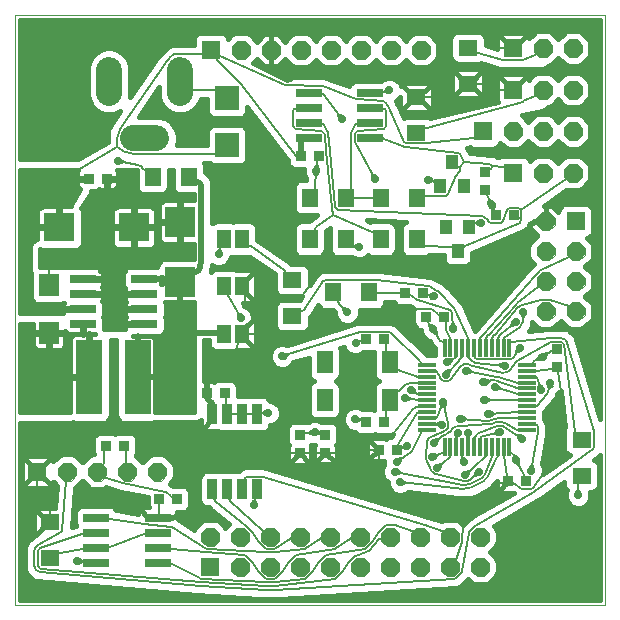
<source format=gtl>
G04 This is an RS-274x file exported by *
G04 gerbv version 2.6.1 *
G04 More information is available about gerbv at *
G04 http://gerbv.geda-project.org/ *
G04 --End of header info--*
%MOIN*%
%FSLAX34Y34*%
%IPPOS*%
G04 --Define apertures--*
%AMMACRO10*
21,1,0.058000,0.011000,0.000000,0.000000,0.000000*
%
%ADD10MACRO10*%
%AMMACRO11*
21,1,0.011000,0.058000,0.000000,0.000000,0.000000*
%
%ADD11MACRO11*%
%AMMACRO12*
21,1,0.086614,0.023622,0.000000,0.000000,0.000000*
%
%ADD12MACRO12*%
%AMMACRO13*
21,1,0.102362,0.094488,0.000000,0.000000,0.000000*
%
%ADD13MACRO13*%
%AMMACRO14*
21,1,0.098425,0.100394,0.000000,0.000000,0.000000*
%
%ADD14MACRO14*%
%AMMACRO15*
21,1,0.078740,0.078740,0.000000,0.000000,0.000000*
%
%ADD15MACRO15*%
%AMMACRO16*
21,1,0.031496,0.031496,0.000000,0.000000,0.000000*
%
%ADD16MACRO16*%
%AMMACRO17*
21,1,0.086614,0.248032,0.000000,0.000000,0.000000*
%
%ADD17MACRO17*%
%AMMACRO18*
21,1,0.066929,0.070866,0.000000,0.000000,0.000000*
%
%ADD18MACRO18*%
%AMMACRO19*
21,1,0.051181,0.062992,0.000000,0.000000,0.000000*
%
%ADD19MACRO19*%
%AMMACRO20*
21,1,0.060000,0.060000,0.000000,0.000000,0.000000*
%
%ADD20MACRO20*%
%AMMACRO21*
21,1,0.062992,0.051181,0.000000,0.000000,0.000000*
%
%ADD21MACRO21*%
%AMMACRO22*
21,1,0.051181,0.074803,0.000000,0.000000,0.000000*
%
%ADD22MACRO22*%
%AMMACRO23*
21,1,0.032000,0.066000,0.000000,0.000000,0.000000*
%
%ADD23MACRO23*%
%AMMACRO24*
21,1,0.039370,0.047244,0.000000,0.000000,0.000000*
%
%ADD24MACRO24*%
%AMMACRO25*
21,1,0.046000,0.063000,0.000000,0.000000,0.000000*
%
%ADD25MACRO25*%
%ADD26C,0.0000*%
%ADD27C,0.0060*%
%ADD28C,0.0000*%
%ADD29C,0.0079*%
%ADD30C,0.0157*%
%ADD31C,0.0236*%
%ADD32C,0.0197*%
%ADD33C,0.0150*%
%ADD34C,0.0276*%
%ADD35C,0.0860*%
G04 --Start main section--*
G36*
G01X0017396Y0016828D02*
G01X0017429Y0016794D01*
G01X0017605Y0016618D01*
G01X0017610Y0016613D01*
G01X0017615Y0016618D01*
G01X0017654Y0016657D01*
G01X0017791Y0016794D01*
G01X0017830Y0016833D01*
G01X0017931Y0016875D01*
G01X0017986Y0016875D01*
G01X0018234Y0016875D01*
G01X0018289Y0016875D01*
G01X0018390Y0016833D01*
G01X0018429Y0016794D01*
G01X0018605Y0016618D01*
G01X0018610Y0016613D01*
G01X0018615Y0016618D01*
G01X0018654Y0016657D01*
G01X0018791Y0016794D01*
G01X0018830Y0016833D01*
G01X0018931Y0016875D01*
G01X0018986Y0016875D01*
G01X0019234Y0016875D01*
G01X0019289Y0016875D01*
G01X0019390Y0016833D01*
G01X0019429Y0016794D01*
G01X0019605Y0016618D01*
G01X0019644Y0016580D01*
G01X0019686Y0016479D01*
G01X0019686Y0016423D01*
G01X0019686Y0016175D01*
G01X0019686Y0016120D01*
G01X0019644Y0016019D01*
G01X0019605Y0015980D01*
G01X0019429Y0015804D01*
G01X0019391Y0015766D01*
G01X0019290Y0015724D01*
G01X0019234Y0015724D01*
G01X0018986Y0015724D01*
G01X0018931Y0015724D01*
G01X0018830Y0015765D01*
G01X0018791Y0015804D01*
G01X0018615Y0015980D01*
G01X0018610Y0015985D01*
G01X0018605Y0015980D01*
G01X0018429Y0015804D01*
G01X0018391Y0015766D01*
G01X0018290Y0015724D01*
G01X0018234Y0015724D01*
G01X0017986Y0015724D01*
G01X0017931Y0015724D01*
G01X0017830Y0015765D01*
G01X0017791Y0015804D01*
G01X0017615Y0015980D01*
G01X0017610Y0015985D01*
G01X0017605Y0015980D01*
G01X0017429Y0015804D01*
G01X0017391Y0015766D01*
G01X0017290Y0015724D01*
G01X0017234Y0015724D01*
G01X0016986Y0015724D01*
G01X0016931Y0015724D01*
G01X0016830Y0015765D01*
G01X0016791Y0015804D01*
G01X0016676Y0015920D01*
G01X0016644Y0015843D01*
G01X0016567Y0015766D01*
G01X0016465Y0015724D01*
G01X0016410Y0015724D01*
G01X0015810Y0015724D01*
G01X0015756Y0015724D01*
G01X0015661Y0015763D01*
G01X0015572Y0015751D01*
G01X0015589Y0015734D01*
G01X0015620Y0015690D01*
G01X0015632Y0015665D01*
G01X0015679Y0015563D01*
G01X0016383Y0015510D01*
G01X0016438Y0015506D01*
G01X0016537Y0015460D01*
G01X0016560Y0015438D01*
G01X0016638Y0015435D01*
G01X0016650Y0015447D01*
G01X0016751Y0015489D01*
G01X0016806Y0015489D01*
G01X0016861Y0015489D01*
G01X0017406Y0015489D01*
G01X0017461Y0015489D01*
G01X0017562Y0015447D01*
G01X0017640Y0015370D01*
G01X0017672Y0015293D01*
G01X0017787Y0015408D01*
G01X0017826Y0015447D01*
G01X0017927Y0015489D01*
G01X0017982Y0015489D01*
G01X0018231Y0015489D01*
G01X0018285Y0015489D01*
G01X0018386Y0015447D01*
G01X0018425Y0015408D01*
G01X0018601Y0015233D01*
G01X0018606Y0015227D01*
G01X0018611Y0015233D01*
G01X0018650Y0015271D01*
G01X0018787Y0015408D01*
G01X0018826Y0015447D01*
G01X0018927Y0015489D01*
G01X0018982Y0015489D01*
G01X0019231Y0015489D01*
G01X0019285Y0015489D01*
G01X0019386Y0015447D01*
G01X0019425Y0015408D01*
G01X0019601Y0015233D01*
G01X0019640Y0015194D01*
G01X0019682Y0015093D01*
G01X0019682Y0015038D01*
G01X0019682Y0014789D01*
G01X0019682Y0014735D01*
G01X0019640Y0014633D01*
G01X0019601Y0014594D01*
G01X0019425Y0014419D01*
G01X0019387Y0014380D01*
G01X0019286Y0014338D01*
G01X0019231Y0014338D01*
G01X0018982Y0014338D01*
G01X0018927Y0014338D01*
G01X0018886Y0014355D01*
G01X0018126Y0013820D01*
G01X0018321Y0013820D01*
G01X0018366Y0013820D01*
G01X0018451Y0013785D01*
G01X0018483Y0013753D01*
G01X0018621Y0013615D01*
G01X0018621Y0013646D01*
G01X0018663Y0013747D01*
G01X0018741Y0013825D01*
G01X0018842Y0013867D01*
G01X0018897Y0013867D01*
G01X0018952Y0013867D01*
G01X0019497Y0013867D01*
G01X0019551Y0013867D01*
G01X0019653Y0013825D01*
G01X0019730Y0013748D01*
G01X0019772Y0013646D01*
G01X0019772Y0013591D01*
G01X0019772Y0012991D01*
G01X0019772Y0012937D01*
G01X0019731Y0012835D01*
G01X0019653Y0012758D01*
G01X0019576Y0012726D01*
G01X0019692Y0012610D01*
G01X0019730Y0012572D01*
G01X0019772Y0012471D01*
G01X0019772Y0012416D01*
G01X0019772Y0012167D01*
G01X0019773Y0012113D01*
G01X0019731Y0012011D01*
G01X0019692Y0011972D01*
G01X0019516Y0011796D01*
G01X0019511Y0011791D01*
G01X0019516Y0011786D01*
G01X0019692Y0011610D01*
G01X0019730Y0011572D01*
G01X0019772Y0011471D01*
G01X0019772Y0011416D01*
G01X0019772Y0011167D01*
G01X0019773Y0011113D01*
G01X0019731Y0011011D01*
G01X0019692Y0010972D01*
G01X0019516Y0010796D01*
G01X0019511Y0010791D01*
G01X0019516Y0010786D01*
G01X0019692Y0010610D01*
G01X0019730Y0010572D01*
G01X0019772Y0010471D01*
G01X0019772Y0010416D01*
G01X0019772Y0010167D01*
G01X0019773Y0010113D01*
G01X0019731Y0010011D01*
G01X0019692Y0009972D01*
G01X0019516Y0009796D01*
G01X0019477Y0009758D01*
G01X0019376Y0009716D01*
G01X0019321Y0009716D01*
G01X0019073Y0009716D01*
G01X0019018Y0009716D01*
G01X0018917Y0009758D01*
G01X0018878Y0009796D01*
G01X0018702Y0009972D01*
G01X0018697Y0009977D01*
G01X0018692Y0009972D01*
G01X0018516Y0009796D01*
G01X0018477Y0009758D01*
G01X0018376Y0009716D01*
G01X0018321Y0009716D01*
G01X0018073Y0009716D01*
G01X0018018Y0009716D01*
G01X0017917Y0009758D01*
G01X0017878Y0009796D01*
G01X0017743Y0009931D01*
G01X0017738Y0009845D01*
G01X0017735Y0009789D01*
G01X0017689Y0009686D01*
G01X0017651Y0009649D01*
G01X0018288Y0009705D01*
G01X0018294Y0009705D01*
G01X0018307Y0009706D01*
G01X0018314Y0009706D01*
G01X0018428Y0009706D01*
G01X0018489Y0009706D01*
G01X0018804Y0009706D01*
G01X0018864Y0009706D01*
G01X0018977Y0009659D01*
G01X0019020Y0009616D01*
G01X0019063Y0009573D01*
G01X0019143Y0009493D01*
G01X0019170Y0009466D01*
G01X0019209Y0009400D01*
G01X0019220Y0009364D01*
G01X0020006Y0006706D01*
G01X0020006Y0020006D01*
G01X0000679Y0020006D01*
G01X0000679Y0015372D01*
G01X0002615Y0015372D01*
G01X0002618Y0015372D01*
G01X0003611Y0015944D01*
G01X0003611Y0016281D01*
G01X0003611Y0016311D01*
G01X0003623Y0016370D01*
G01X0003634Y0016398D01*
G01X0003638Y0016407D01*
G01X0003644Y0016422D01*
G01X0003660Y0016450D01*
G01X0003669Y0016464D01*
G01X0004012Y0016962D01*
G01X0003922Y0016909D01*
G01X0003742Y0016861D01*
G01X0003557Y0016861D01*
G01X0003377Y0016909D01*
G01X0003216Y0017002D01*
G01X0003085Y0017134D01*
G01X0002992Y0017295D01*
G01X0002944Y0017474D01*
G01X0002944Y0018447D01*
G01X0002992Y0018627D01*
G01X0003085Y0018788D01*
G01X0003216Y0018919D01*
G01X0003377Y0019012D01*
G01X0003557Y0019060D01*
G01X0003742Y0019060D01*
G01X0003922Y0019012D01*
G01X0004083Y0018919D01*
G01X0004214Y0018788D01*
G01X0004307Y0018627D01*
G01X0004355Y0018447D01*
G01X0004355Y0017474D01*
G01X0004348Y0017449D01*
G01X0005244Y0018747D01*
G01X0005252Y0018758D01*
G01X0005269Y0018780D01*
G01X0005279Y0018790D01*
G01X0005577Y0019087D01*
G01X0005598Y0019108D01*
G01X0005614Y0019119D01*
G01X0005628Y0019134D01*
G01X0005648Y0019142D01*
G01X0005676Y0019153D01*
G01X0005685Y0019157D01*
G01X0005713Y0019169D01*
G01X0005741Y0019180D01*
G01X0005772Y0019180D01*
G01X0005802Y0019180D01*
G01X0006464Y0019180D01*
G01X0006464Y0019249D01*
G01X0006464Y0019304D01*
G01X0006464Y0019359D01*
G01X0006506Y0019460D01*
G01X0006583Y0019538D01*
G01X0006685Y0019580D01*
G01X0006739Y0019580D01*
G01X0006794Y0019580D01*
G01X0007339Y0019580D01*
G01X0007394Y0019580D01*
G01X0007495Y0019538D01*
G01X0007573Y0019460D01*
G01X0007605Y0019383D01*
G01X0007720Y0019499D01*
G01X0007759Y0019537D01*
G01X0007860Y0019579D01*
G01X0007915Y0019580D01*
G01X0008164Y0019580D01*
G01X0008218Y0019580D01*
G01X0008320Y0019538D01*
G01X0008359Y0019499D01*
G01X0008534Y0019323D01*
G01X0008573Y0019285D01*
G01X0008578Y0019290D01*
G01X0008610Y0019322D01*
G01X0008753Y0019466D01*
G01X0008785Y0019498D01*
G01X0008869Y0019533D01*
G01X0008915Y0019533D01*
G01X0009164Y0019533D01*
G01X0009209Y0019533D01*
G01X0009293Y0019498D01*
G01X0009325Y0019466D01*
G01X0009501Y0019290D01*
G01X0009506Y0019285D01*
G01X0009545Y0019323D01*
G01X0009583Y0019362D01*
G01X0009720Y0019499D01*
G01X0009759Y0019537D01*
G01X0009860Y0019579D01*
G01X0009915Y0019580D01*
G01X0010164Y0019580D01*
G01X0010218Y0019580D01*
G01X0010320Y0019538D01*
G01X0010359Y0019499D01*
G01X0010534Y0019323D01*
G01X0010539Y0019318D01*
G01X0010545Y0019323D01*
G01X0010583Y0019362D01*
G01X0010720Y0019499D01*
G01X0010759Y0019537D01*
G01X0010860Y0019579D01*
G01X0010915Y0019580D01*
G01X0011164Y0019580D01*
G01X0011218Y0019580D01*
G01X0011320Y0019538D01*
G01X0011359Y0019499D01*
G01X0011534Y0019323D01*
G01X0011539Y0019318D01*
G01X0011545Y0019323D01*
G01X0011583Y0019362D01*
G01X0011720Y0019499D01*
G01X0011759Y0019537D01*
G01X0011860Y0019579D01*
G01X0011915Y0019580D01*
G01X0012164Y0019580D01*
G01X0012218Y0019580D01*
G01X0012320Y0019538D01*
G01X0012359Y0019499D01*
G01X0012534Y0019323D01*
G01X0012539Y0019318D01*
G01X0012545Y0019323D01*
G01X0012583Y0019362D01*
G01X0012720Y0019499D01*
G01X0012759Y0019537D01*
G01X0012860Y0019579D01*
G01X0012915Y0019580D01*
G01X0013164Y0019580D01*
G01X0013218Y0019580D01*
G01X0013320Y0019538D01*
G01X0013359Y0019499D01*
G01X0013534Y0019323D01*
G01X0013539Y0019318D01*
G01X0013545Y0019323D01*
G01X0013583Y0019362D01*
G01X0013720Y0019499D01*
G01X0013759Y0019537D01*
G01X0013860Y0019579D01*
G01X0013915Y0019580D01*
G01X0014164Y0019580D01*
G01X0014218Y0019580D01*
G01X0014320Y0019538D01*
G01X0014359Y0019499D01*
G01X0014534Y0019323D01*
G01X0014573Y0019284D01*
G01X0014615Y0019183D01*
G01X0014615Y0019128D01*
G01X0014615Y0018880D01*
G01X0014615Y0018825D01*
G01X0014573Y0018724D01*
G01X0014534Y0018685D01*
G01X0014359Y0018509D01*
G01X0014320Y0018470D01*
G01X0014219Y0018428D01*
G01X0014164Y0018428D01*
G01X0013915Y0018428D01*
G01X0013861Y0018428D01*
G01X0013759Y0018470D01*
G01X0013720Y0018509D01*
G01X0013544Y0018685D01*
G01X0013539Y0018690D01*
G01X0013534Y0018685D01*
G01X0013359Y0018509D01*
G01X0013320Y0018470D01*
G01X0013219Y0018428D01*
G01X0013164Y0018428D01*
G01X0012915Y0018428D01*
G01X0012861Y0018428D01*
G01X0012759Y0018470D01*
G01X0012720Y0018509D01*
G01X0012544Y0018685D01*
G01X0012539Y0018690D01*
G01X0012534Y0018685D01*
G01X0012359Y0018509D01*
G01X0012320Y0018470D01*
G01X0012219Y0018428D01*
G01X0012164Y0018428D01*
G01X0011915Y0018428D01*
G01X0011861Y0018428D01*
G01X0011759Y0018470D01*
G01X0011720Y0018509D01*
G01X0011544Y0018685D01*
G01X0011539Y0018690D01*
G01X0011534Y0018685D01*
G01X0011359Y0018509D01*
G01X0011320Y0018470D01*
G01X0011219Y0018428D01*
G01X0011164Y0018428D01*
G01X0010915Y0018428D01*
G01X0010861Y0018428D01*
G01X0010759Y0018470D01*
G01X0010720Y0018509D01*
G01X0010544Y0018685D01*
G01X0010539Y0018690D01*
G01X0010534Y0018685D01*
G01X0010359Y0018509D01*
G01X0010320Y0018470D01*
G01X0010219Y0018428D01*
G01X0010164Y0018428D01*
G01X0009915Y0018428D01*
G01X0009861Y0018428D01*
G01X0009759Y0018470D01*
G01X0009720Y0018509D01*
G01X0009544Y0018685D01*
G01X0009506Y0018723D01*
G01X0009501Y0018718D01*
G01X0009325Y0018542D01*
G01X0009293Y0018510D01*
G01X0009209Y0018475D01*
G01X0009164Y0018475D01*
G01X0008915Y0018475D01*
G01X0008870Y0018475D01*
G01X0008786Y0018510D01*
G01X0008753Y0018542D01*
G01X0008578Y0018718D01*
G01X0008572Y0018723D01*
G01X0008534Y0018685D01*
G01X0008438Y0018589D01*
G01X0009582Y0017996D01*
G01X0009662Y0018050D01*
G01X0009700Y0018076D01*
G01X0009787Y0018102D01*
G01X0009833Y0018102D01*
G01X0009847Y0018102D01*
G01X0009907Y0018102D01*
G01X0010774Y0018102D01*
G01X0010801Y0018102D01*
G01X0010834Y0018102D01*
G01X0010886Y0018081D01*
G01X0011654Y0017792D01*
G01X0011684Y0017863D01*
G01X0011761Y0017940D01*
G01X0011862Y0017982D01*
G01X0011917Y0017982D01*
G01X0012717Y0017982D01*
G01X0012746Y0018012D01*
G01X0012898Y0018075D01*
G01X0013063Y0018075D01*
G01X0013214Y0018012D01*
G01X0013331Y0017896D01*
G01X0013369Y0017804D01*
G01X0013377Y0017824D01*
G01X0013441Y0017888D01*
G01X0013525Y0017923D01*
G01X0013571Y0017923D01*
G01X0014201Y0017923D01*
G01X0014246Y0017923D01*
G01X0014330Y0017889D01*
G01X0014395Y0017824D01*
G01X0014429Y0017740D01*
G01X0014430Y0017694D01*
G01X0014430Y0017183D01*
G01X0014430Y0017137D01*
G01X0014395Y0017053D01*
G01X0014331Y0016989D01*
G01X0014246Y0016954D01*
G01X0014201Y0016954D01*
G01X0013616Y0016954D01*
G01X0013571Y0016954D01*
G01X0013525Y0016954D01*
G01X0013441Y0016989D01*
G01X0013377Y0017053D01*
G01X0013342Y0017137D01*
G01X0013342Y0017183D01*
G01X0013342Y0017228D01*
G01X0013342Y0017455D01*
G01X0013331Y0017427D01*
G01X0013214Y0017311D01*
G01X0013198Y0017304D01*
G01X0013251Y0017223D01*
G01X0013257Y0017213D01*
G01X0013269Y0017191D01*
G01X0013274Y0017180D01*
G01X0013463Y0016748D01*
G01X0013516Y0016770D01*
G01X0013571Y0016770D01*
G01X0014201Y0016770D01*
G01X0014255Y0016770D01*
G01X0014330Y0016739D01*
G01X0016603Y0017270D01*
G01X0016578Y0017331D01*
G01X0016578Y0017377D01*
G01X0016578Y0017932D01*
G01X0016578Y0017977D01*
G01X0016578Y0018023D01*
G01X0016612Y0018107D01*
G01X0016677Y0018171D01*
G01X0016761Y0018206D01*
G01X0016806Y0018206D01*
G01X0016852Y0018206D01*
G01X0017406Y0018206D01*
G01X0017452Y0018206D01*
G01X0017536Y0018171D01*
G01X0017600Y0018107D01*
G01X0017635Y0018023D01*
G01X0017635Y0018020D01*
G01X0017650Y0018035D01*
G01X0017787Y0018172D01*
G01X0017826Y0018211D01*
G01X0017927Y0018253D01*
G01X0017982Y0018253D01*
G01X0018231Y0018253D01*
G01X0018285Y0018253D01*
G01X0018386Y0018211D01*
G01X0018425Y0018172D01*
G01X0018601Y0017996D01*
G01X0018606Y0017991D01*
G01X0018611Y0017996D01*
G01X0018650Y0018035D01*
G01X0018787Y0018172D01*
G01X0018826Y0018211D01*
G01X0018927Y0018253D01*
G01X0018982Y0018253D01*
G01X0019231Y0018253D01*
G01X0019285Y0018253D01*
G01X0019386Y0018211D01*
G01X0019425Y0018172D01*
G01X0019601Y0017996D01*
G01X0019640Y0017958D01*
G01X0019682Y0017856D01*
G01X0019682Y0017801D01*
G01X0019682Y0017553D01*
G01X0019682Y0017498D01*
G01X0019640Y0017397D01*
G01X0019601Y0017358D01*
G01X0019425Y0017182D01*
G01X0019387Y0017144D01*
G01X0019286Y0017102D01*
G01X0019231Y0017102D01*
G01X0018982Y0017102D01*
G01X0018927Y0017101D01*
G01X0018826Y0017143D01*
G01X0018787Y0017182D01*
G01X0018611Y0017358D01*
G01X0018606Y0017363D01*
G01X0018601Y0017358D01*
G01X0018425Y0017182D01*
G01X0018387Y0017144D01*
G01X0018286Y0017102D01*
G01X0018266Y0017102D01*
G01X0018236Y0017071D01*
G01X0018205Y0017041D01*
G01X0018131Y0016999D01*
G01X0018089Y0016989D01*
G01X0017396Y0016828D01*
G01X0017396Y0016828D01*
G37*
%LPC*%
G36*
G01X0016581Y0019048D02*
G01X0016581Y0019314D01*
G01X0016581Y0019359D01*
G01X0016581Y0019405D01*
G01X0016616Y0019489D01*
G01X0016681Y0019553D01*
G01X0016765Y0019588D01*
G01X0016810Y0019588D01*
G01X0016856Y0019588D01*
G01X0017410Y0019588D01*
G01X0017456Y0019588D01*
G01X0017540Y0019553D01*
G01X0017604Y0019489D01*
G01X0017639Y0019405D01*
G01X0017639Y0019402D01*
G01X0017654Y0019417D01*
G01X0017791Y0019554D01*
G01X0017830Y0019593D01*
G01X0017931Y0019635D01*
G01X0017986Y0019635D01*
G01X0018234Y0019635D01*
G01X0018289Y0019635D01*
G01X0018390Y0019593D01*
G01X0018429Y0019554D01*
G01X0018605Y0019378D01*
G01X0018610Y0019373D01*
G01X0018615Y0019378D01*
G01X0018654Y0019417D01*
G01X0018791Y0019554D01*
G01X0018830Y0019593D01*
G01X0018931Y0019635D01*
G01X0018986Y0019635D01*
G01X0019234Y0019635D01*
G01X0019289Y0019635D01*
G01X0019390Y0019593D01*
G01X0019429Y0019554D01*
G01X0019605Y0019378D01*
G01X0019644Y0019340D01*
G01X0019686Y0019238D01*
G01X0019686Y0019183D01*
G01X0019686Y0018935D01*
G01X0019686Y0018880D01*
G01X0019644Y0018779D01*
G01X0019605Y0018740D01*
G01X0019429Y0018564D01*
G01X0019391Y0018526D01*
G01X0019290Y0018484D01*
G01X0019234Y0018483D01*
G01X0018986Y0018483D01*
G01X0018931Y0018483D01*
G01X0018830Y0018525D01*
G01X0018791Y0018564D01*
G01X0018615Y0018740D01*
G01X0018610Y0018745D01*
G01X0018605Y0018740D01*
G01X0018429Y0018564D01*
G01X0018391Y0018526D01*
G01X0018290Y0018484D01*
G01X0018270Y0018484D01*
G01X0018239Y0018453D01*
G01X0018196Y0018410D01*
G01X0018084Y0018363D01*
G01X0018023Y0018363D01*
G01X0017508Y0018363D01*
G01X0017448Y0018363D01*
G01X0017373Y0018363D01*
G01X0017312Y0018363D01*
G01X0016773Y0018363D01*
G01X0016750Y0018363D01*
G01X0016704Y0018370D01*
G01X0016682Y0018377D01*
G01X0016031Y0018580D01*
G01X0015976Y0018557D01*
G01X0015921Y0018557D01*
G01X0015346Y0018557D01*
G01X0015291Y0018557D01*
G01X0015237Y0018557D01*
G01X0015135Y0018599D01*
G01X0015058Y0018676D01*
G01X0015016Y0018777D01*
G01X0015016Y0018832D01*
G01X0015016Y0018887D01*
G01X0015016Y0019344D01*
G01X0015016Y0019399D01*
G01X0015058Y0019500D01*
G01X0015135Y0019578D01*
G01X0015236Y0019620D01*
G01X0015291Y0019620D01*
G01X0015921Y0019620D01*
G01X0015976Y0019620D01*
G01X0016077Y0019578D01*
G01X0016155Y0019500D01*
G01X0016197Y0019399D01*
G01X0016197Y0019344D01*
G01X0016197Y0019168D01*
G01X0016581Y0019048D01*
G37*
G36*
G01X0015063Y0018144D02*
G01X0015063Y0018189D01*
G01X0015097Y0018274D01*
G01X0015162Y0018338D01*
G01X0015246Y0018373D01*
G01X0015291Y0018373D01*
G01X0015921Y0018373D01*
G01X0015967Y0018373D01*
G01X0016051Y0018338D01*
G01X0016115Y0018274D01*
G01X0016150Y0018190D01*
G01X0016150Y0018144D01*
G01X0016150Y0017632D01*
G01X0016150Y0017587D01*
G01X0016115Y0017503D01*
G01X0016051Y0017438D01*
G01X0015967Y0017404D01*
G01X0015921Y0017404D01*
G01X0015337Y0017404D01*
G01X0015291Y0017404D01*
G01X0015246Y0017404D01*
G01X0015162Y0017438D01*
G01X0015097Y0017503D01*
G01X0015063Y0017587D01*
G01X0015063Y0017632D01*
G01X0015063Y0017678D01*
G01X0015063Y0018144D01*
G37*
%LPD*%
G36*
G01X0014059Y0009550D02*
G01X0014049Y0009586D01*
G01X0014028Y0009638D01*
G01X0014028Y0009665D01*
G01X0014024Y0009677D01*
G01X0014008Y0009677D01*
G01X0013906Y0009719D01*
G01X0013829Y0009796D01*
G01X0013787Y0009898D01*
G01X0013787Y0009953D01*
G01X0013787Y0010213D01*
G01X0013787Y0010268D01*
G01X0013787Y0010323D01*
G01X0013808Y0010374D01*
G01X0013751Y0010404D01*
G01X0013725Y0010426D01*
G01X0013671Y0010472D01*
G01X0013622Y0010472D01*
G01X0013361Y0010472D01*
G01X0013307Y0010472D01*
G01X0013206Y0010514D01*
G01X0013128Y0010592D01*
G01X0013119Y0010614D01*
G01X0012852Y0010614D01*
G01X0012852Y0010563D01*
G01X0012810Y0010462D01*
G01X0012732Y0010384D01*
G01X0012631Y0010343D01*
G01X0012576Y0010343D01*
G01X0012522Y0010343D01*
G01X0012065Y0010343D01*
G01X0012010Y0010342D01*
G01X0011998Y0010348D01*
G01X0012000Y0010342D01*
G01X0012000Y0010178D01*
G01X0011937Y0010026D01*
G01X0011821Y0009909D01*
G01X0011669Y0009846D01*
G01X0011504Y0009846D01*
G01X0011352Y0009909D01*
G01X0011236Y0010026D01*
G01X0011207Y0010097D01*
G01X0011195Y0010113D01*
G01X0011190Y0010136D01*
G01X0011173Y0010178D01*
G01X0011173Y0010216D01*
G01X0011162Y0010266D01*
G01X0011091Y0010343D01*
G01X0010865Y0010343D01*
G01X0010810Y0010342D01*
G01X0010709Y0010384D01*
G01X0010631Y0010462D01*
G01X0010617Y0010496D01*
G01X0010412Y0010186D01*
G01X0010403Y0010173D01*
G01X0010384Y0010150D01*
G01X0010373Y0010139D01*
G01X0010343Y0010108D01*
G01X0010343Y0009880D01*
G01X0010343Y0009826D01*
G01X0010301Y0009724D01*
G01X0010223Y0009647D01*
G01X0010122Y0009605D01*
G01X0010067Y0009605D01*
G01X0009437Y0009605D01*
G01X0009382Y0009605D01*
G01X0009281Y0009647D01*
G01X0009204Y0009724D01*
G01X0009161Y0009825D01*
G01X0009161Y0009880D01*
G01X0009161Y0010392D01*
G01X0009161Y0010447D01*
G01X0009203Y0010548D01*
G01X0009281Y0010626D01*
G01X0009382Y0010668D01*
G01X0009437Y0010668D01*
G01X0009998Y0010668D01*
G01X0010089Y0010805D01*
G01X0010067Y0010805D01*
G01X0009437Y0010805D01*
G01X0009382Y0010805D01*
G01X0009281Y0010847D01*
G01X0009204Y0010924D01*
G01X0009161Y0011025D01*
G01X0009161Y0011080D01*
G01X0009161Y0011530D01*
G01X0008338Y0012114D01*
G01X0008313Y0012114D01*
G01X0007853Y0012114D01*
G01X0007799Y0012114D01*
G01X0007784Y0012120D01*
G01X0007769Y0012114D01*
G01X0007713Y0012114D01*
G01X0007713Y0012114D01*
G01X0007713Y0012111D01*
G01X0007650Y0011959D01*
G01X0007533Y0011842D01*
G01X0007381Y0011780D01*
G01X0007217Y0011780D01*
G01X0007065Y0011842D01*
G01X0007062Y0011846D01*
G01X0007043Y0011658D01*
G01X0007039Y0011620D01*
G01X0007097Y0011679D01*
G01X0007199Y0011721D01*
G01X0007253Y0011721D01*
G01X0007308Y0011721D01*
G01X0007713Y0011721D01*
G01X0007768Y0011721D01*
G01X0007869Y0011679D01*
G01X0007874Y0011674D01*
G01X0007899Y0011674D01*
G01X0008313Y0011674D01*
G01X0008359Y0011674D01*
G01X0008443Y0011639D01*
G01X0008507Y0011575D01*
G01X0008542Y0011491D01*
G01X0008542Y0011445D01*
G01X0008542Y0010815D01*
G01X0008542Y0010770D01*
G01X0008507Y0010686D01*
G01X0008443Y0010621D01*
G01X0008359Y0010586D01*
G01X0008313Y0010586D01*
G01X0008091Y0010586D01*
G01X0008154Y0010480D01*
G01X0008218Y0010444D01*
G01X0008274Y0010421D01*
G01X0008290Y0010405D01*
G01X0008291Y0010405D01*
G01X0008293Y0010402D01*
G01X0008390Y0010305D01*
G01X0008453Y0010153D01*
G01X0008453Y0010054D01*
G01X0008507Y0010000D01*
G01X0008542Y0009916D01*
G01X0008542Y0009870D01*
G01X0008542Y0009240D01*
G01X0008542Y0009195D01*
G01X0008507Y0009111D01*
G01X0008443Y0009046D01*
G01X0008359Y0009011D01*
G01X0008313Y0009011D01*
G01X0007875Y0009011D01*
G01X0007870Y0009007D01*
G01X0007769Y0008965D01*
G01X0007713Y0008965D01*
G01X0007253Y0008965D01*
G01X0007199Y0008964D01*
G01X0007098Y0009006D01*
G01X0007020Y0009084D01*
G01X0006978Y0009185D01*
G01X0006978Y0009240D01*
G01X0006978Y0009338D01*
G01X0006812Y0009338D01*
G01X0006812Y0007973D01*
G01X0007050Y0007973D01*
G01X0007096Y0007973D01*
G01X0007151Y0007950D01*
G01X0007179Y0007978D01*
G01X0007280Y0008020D01*
G01X0007335Y0008020D01*
G01X0007650Y0008020D01*
G01X0007705Y0008020D01*
G01X0007806Y0007978D01*
G01X0007884Y0007900D01*
G01X0007926Y0007799D01*
G01X0007926Y0007744D01*
G01X0007926Y0007484D01*
G01X0007926Y0007474D01*
G01X0007927Y0007474D01*
G01X0008247Y0007474D01*
G01X0008301Y0007474D01*
G01X0008337Y0007459D01*
G01X0008372Y0007474D01*
G01X0008427Y0007474D01*
G01X0008747Y0007474D01*
G01X0008801Y0007474D01*
G01X0008903Y0007432D01*
G01X0008980Y0007354D01*
G01X0008995Y0007319D01*
G01X0009031Y0007319D01*
G01X0009183Y0007256D01*
G01X0009299Y0007140D01*
G01X0009362Y0006988D01*
G01X0009362Y0006823D01*
G01X0009299Y0006671D01*
G01X0009183Y0006555D01*
G01X0009031Y0006492D01*
G01X0009022Y0006492D01*
G01X0009022Y0006484D01*
G01X0008980Y0006382D01*
G01X0008903Y0006305D01*
G01X0008802Y0006263D01*
G01X0008747Y0006263D01*
G01X0008481Y0006263D01*
G01X0008427Y0006263D01*
G01X0008372Y0006263D01*
G01X0008337Y0006277D01*
G01X0008302Y0006263D01*
G01X0008247Y0006263D01*
G01X0007981Y0006263D01*
G01X0007927Y0006263D01*
G01X0007872Y0006263D01*
G01X0007837Y0006277D01*
G01X0007802Y0006263D01*
G01X0007747Y0006263D01*
G01X0007481Y0006263D01*
G01X0007427Y0006263D01*
G01X0007372Y0006263D01*
G01X0007271Y0006304D01*
G01X0007266Y0006309D01*
G01X0007247Y0006309D01*
G01X0006972Y0006309D01*
G01X0006927Y0006309D01*
G01X0006881Y0006309D01*
G01X0006797Y0006344D01*
G01X0006733Y0006409D01*
G01X0006698Y0006493D01*
G01X0006698Y0006538D01*
G01X0006698Y0006584D01*
G01X0006698Y0006688D01*
G01X0006659Y0006649D01*
G01X0006529Y0006595D01*
G01X0006458Y0006594D01*
G01X0005165Y0006594D01*
G01X0005134Y0006594D01*
G01X0005087Y0006575D01*
G01X0005031Y0006575D01*
G01X0004165Y0006575D01*
G01X0004111Y0006575D01*
G01X0004009Y0006617D01*
G01X0003932Y0006694D01*
G01X0003890Y0006795D01*
G01X0003890Y0006850D01*
G01X0003890Y0009331D01*
G01X0003890Y0009344D01*
G01X0003693Y0009344D01*
G01X0003693Y0009331D01*
G01X0003693Y0006850D01*
G01X0003693Y0006796D01*
G01X0003651Y0006694D01*
G01X0003574Y0006617D01*
G01X0003472Y0006575D01*
G01X0003417Y0006575D01*
G01X0002606Y0006575D01*
G01X0002551Y0006575D01*
G01X0002496Y0006575D01*
G01X0002457Y0006591D01*
G01X0002425Y0006578D01*
G01X0002354Y0006578D01*
G01X0000679Y0006578D01*
G01X0000679Y0000679D01*
G01X0020006Y0000679D01*
G01X0020006Y0005499D01*
G01X0019976Y0005469D01*
G01X0019966Y0005459D01*
G01X0019957Y0005450D01*
G01X0019939Y0005434D01*
G01X0019929Y0005427D01*
G01X0019804Y0005338D01*
G01X0019869Y0005311D01*
G01X0019946Y0005233D01*
G01X0019988Y0005132D01*
G01X0019988Y0005077D01*
G01X0019988Y0005022D01*
G01X0019988Y0004565D01*
G01X0019988Y0004511D01*
G01X0019946Y0004409D01*
G01X0019869Y0004332D01*
G01X0019768Y0004290D01*
G01X0019713Y0004290D01*
G01X0019671Y0004290D01*
G01X0019689Y0004248D01*
G01X0019689Y0004083D01*
G01X0019626Y0003931D01*
G01X0019510Y0003815D01*
G01X0019358Y0003752D01*
G01X0019193Y0003752D01*
G01X0019041Y0003815D01*
G01X0018925Y0003931D01*
G01X0018862Y0004083D01*
G01X0018862Y0004248D01*
G01X0018887Y0004308D01*
G01X0018890Y0004326D01*
G01X0018906Y0004353D01*
G01X0018849Y0004409D01*
G01X0018807Y0004510D01*
G01X0018807Y0004565D01*
G01X0018807Y0004615D01*
G01X0017981Y0004011D01*
G01X0017974Y0004006D01*
G01X0017959Y0003997D01*
G01X0017951Y0003992D01*
G01X0016460Y0003149D01*
G01X0016519Y0003091D01*
G01X0016557Y0003052D01*
G01X0016599Y0002951D01*
G01X0016599Y0002896D01*
G01X0016599Y0002647D01*
G01X0016599Y0002593D01*
G01X0016557Y0002491D01*
G01X0016519Y0002453D01*
G01X0016343Y0002277D01*
G01X0016338Y0002272D01*
G01X0016343Y0002267D01*
G01X0016519Y0002091D01*
G01X0016557Y0002052D01*
G01X0016599Y0001951D01*
G01X0016599Y0001896D01*
G01X0016599Y0001647D01*
G01X0016599Y0001593D01*
G01X0016557Y0001491D01*
G01X0016519Y0001453D01*
G01X0016343Y0001277D01*
G01X0016304Y0001238D01*
G01X0016203Y0001196D01*
G01X0016148Y0001196D01*
G01X0015899Y0001196D01*
G01X0015845Y0001196D01*
G01X0015743Y0001238D01*
G01X0015704Y0001277D01*
G01X0015609Y0001373D01*
G01X0015577Y0001341D01*
G01X0015401Y0001165D01*
G01X0015362Y0001126D01*
G01X0015358Y0001122D01*
G01X0015307Y0001101D01*
G01X0015260Y0001080D01*
G01X0015255Y0001080D01*
G01X0015246Y0001076D01*
G01X0015194Y0001076D01*
G01X0009353Y0000716D01*
G01X0009335Y0000715D01*
G01X0009022Y0000715D01*
G01X0008961Y0000715D01*
G01X0008713Y0000715D01*
G01X0008652Y0000715D01*
G01X0008644Y0000719D01*
G01X0006569Y0000836D01*
G01X0006560Y0000837D01*
G01X0001253Y0001295D01*
G01X0001199Y0001299D01*
G01X0001101Y0001345D01*
G01X0001063Y0001383D01*
G01X0000940Y0001506D01*
G01X0000897Y0001549D01*
G01X0000850Y0001661D01*
G01X0000850Y0001722D01*
G01X0000850Y0001836D01*
G01X0000850Y0001897D01*
G01X0000850Y0002408D01*
G01X0000850Y0002469D01*
G01X0000896Y0002581D01*
G01X0000940Y0002625D01*
G01X0000983Y0002668D01*
G01X0001063Y0002748D01*
G01X0001080Y0002764D01*
G01X0001118Y0002792D01*
G01X0001139Y0002803D01*
G01X0001212Y0002841D01*
G01X0001172Y0002880D01*
G01X0001137Y0002964D01*
G01X0001137Y0003009D01*
G01X0001137Y0003055D01*
G01X0001137Y0003521D01*
G01X0001137Y0003567D01*
G01X0001172Y0003651D01*
G01X0001236Y0003715D01*
G01X0001320Y0003750D01*
G01X0001366Y0003750D01*
G01X0001844Y0003750D01*
G01X0001905Y0004490D01*
G01X0001800Y0004595D01*
G01X0001785Y0004610D01*
G01X0001785Y0004607D01*
G01X0001750Y0004523D01*
G01X0001686Y0004459D01*
G01X0001602Y0004424D01*
G01X0001556Y0004424D01*
G01X0001001Y0004424D01*
G01X0000956Y0004424D01*
G01X0000910Y0004424D01*
G01X0000826Y0004459D01*
G01X0000762Y0004523D01*
G01X0000727Y0004607D01*
G01X0000727Y0004653D01*
G01X0000727Y0004698D01*
G01X0000727Y0005253D01*
G01X0000727Y0005298D01*
G01X0000762Y0005382D01*
G01X0000826Y0005447D01*
G01X0000910Y0005481D01*
G01X0000956Y0005481D01*
G01X0001556Y0005481D01*
G01X0001601Y0005482D01*
G01X0001685Y0005447D01*
G01X0001750Y0005382D01*
G01X0001785Y0005298D01*
G01X0001785Y0005295D01*
G01X0001937Y0005448D01*
G01X0001975Y0005486D01*
G01X0002077Y0005528D01*
G01X0002132Y0005528D01*
G01X0002380Y0005528D01*
G01X0002435Y0005528D01*
G01X0002536Y0005487D01*
G01X0002575Y0005448D01*
G01X0002751Y0005272D01*
G01X0002756Y0005267D01*
G01X0002761Y0005272D01*
G01X0002937Y0005448D01*
G01X0002975Y0005486D01*
G01X0003077Y0005528D01*
G01X0003132Y0005528D01*
G01X0003144Y0005528D01*
G01X0003113Y0005602D01*
G01X0003113Y0005657D01*
G01X0003113Y0005972D01*
G01X0003113Y0006027D01*
G01X0003155Y0006128D01*
G01X0003233Y0006206D01*
G01X0003334Y0006248D01*
G01X0003389Y0006248D01*
G01X0003704Y0006248D01*
G01X0003759Y0006248D01*
G01X0003847Y0006212D01*
G01X0003934Y0006248D01*
G01X0003989Y0006248D01*
G01X0004304Y0006248D01*
G01X0004359Y0006248D01*
G01X0004460Y0006206D01*
G01X0004537Y0006129D01*
G01X0004579Y0006027D01*
G01X0004580Y0005972D01*
G01X0004580Y0005712D01*
G01X0004580Y0005657D01*
G01X0004580Y0005603D01*
G01X0004538Y0005501D01*
G01X0004527Y0005490D01*
G01X0004536Y0005487D01*
G01X0004575Y0005448D01*
G01X0004751Y0005272D01*
G01X0004756Y0005267D01*
G01X0004761Y0005272D01*
G01X0004937Y0005448D01*
G01X0004975Y0005486D01*
G01X0005077Y0005528D01*
G01X0005132Y0005528D01*
G01X0005380Y0005528D01*
G01X0005435Y0005528D01*
G01X0005536Y0005487D01*
G01X0005575Y0005448D01*
G01X0005751Y0005272D01*
G01X0005789Y0005233D01*
G01X0005831Y0005132D01*
G01X0005831Y0005077D01*
G01X0005831Y0004829D01*
G01X0005832Y0004774D01*
G01X0005790Y0004673D01*
G01X0005751Y0004634D01*
G01X0005671Y0004554D01*
G01X0005682Y0004549D01*
G01X0005712Y0004523D01*
G01X0005766Y0004476D01*
G01X0006076Y0004476D01*
G01X0006130Y0004476D01*
G01X0006231Y0004435D01*
G01X0006309Y0004357D01*
G01X0006351Y0004256D01*
G01X0006351Y0004201D01*
G01X0006351Y0003941D01*
G01X0006351Y0003886D01*
G01X0006351Y0003831D01*
G01X0006309Y0003730D01*
G01X0006232Y0003652D01*
G01X0006130Y0003610D01*
G01X0006076Y0003610D01*
G01X0006021Y0003610D01*
G01X0005913Y0003610D01*
G01X0005926Y0003579D01*
G01X0005926Y0003533D01*
G01X0005926Y0003488D01*
G01X0005926Y0003364D01*
G01X0006471Y0003005D01*
G01X0006490Y0003052D01*
G01X0006529Y0003091D01*
G01X0006568Y0003130D01*
G01X0006704Y0003267D01*
G01X0006743Y0003305D01*
G01X0006844Y0003347D01*
G01X0006899Y0003347D01*
G01X0007148Y0003347D01*
G01X0007202Y0003347D01*
G01X0007304Y0003305D01*
G01X0007343Y0003267D01*
G01X0007519Y0003091D01*
G01X0007524Y0003086D01*
G01X0007529Y0003091D01*
G01X0007568Y0003130D01*
G01X0007644Y0003206D01*
G01X0007018Y0003710D01*
G01X0007011Y0003715D01*
G01X0006999Y0003726D01*
G01X0006993Y0003732D01*
G01X0006962Y0003763D01*
G01X0006927Y0003763D01*
G01X0006872Y0003763D01*
G01X0006771Y0003804D01*
G01X0006693Y0003882D01*
G01X0006651Y0003983D01*
G01X0006651Y0004038D01*
G01X0006651Y0004093D01*
G01X0006651Y0004698D01*
G01X0006651Y0004753D01*
G01X0006693Y0004854D01*
G01X0006770Y0004932D01*
G01X0006872Y0004974D01*
G01X0006927Y0004974D01*
G01X0007247Y0004974D01*
G01X0007301Y0004974D01*
G01X0007337Y0004959D01*
G01X0007372Y0004974D01*
G01X0007427Y0004974D01*
G01X0007747Y0004974D01*
G01X0007801Y0004974D01*
G01X0007837Y0004959D01*
G01X0007872Y0004974D01*
G01X0007927Y0004974D01*
G01X0007963Y0004974D01*
G01X0007993Y0005004D01*
G01X0008036Y0005047D01*
G01X0008149Y0005094D01*
G01X0008209Y0005094D01*
G01X0008328Y0005094D01*
G01X0008389Y0005094D01*
G01X0008464Y0005094D01*
G01X0008525Y0005094D01*
G01X0008784Y0005094D01*
G01X0008806Y0005094D01*
G01X0008851Y0005087D01*
G01X0008872Y0005081D01*
G01X0014273Y0003454D01*
G01X0014274Y0003454D01*
G01X0014751Y0003309D01*
G01X0014844Y0003347D01*
G01X0014899Y0003347D01*
G01X0015148Y0003347D01*
G01X0015202Y0003347D01*
G01X0015304Y0003305D01*
G01X0015343Y0003267D01*
G01X0015439Y0003171D01*
G01X0015470Y0003202D01*
G01X0015513Y0003245D01*
G01X0015646Y0003378D01*
G01X0015661Y0003393D01*
G01X0015693Y0003418D01*
G01X0015712Y0003428D01*
G01X0017147Y0004240D01*
G01X0017113Y0004240D01*
G01X0017068Y0004240D01*
G01X0016798Y0004240D01*
G01X0016753Y0004240D01*
G01X0016669Y0004274D01*
G01X0016605Y0004339D01*
G01X0016570Y0004423D01*
G01X0016570Y0004469D01*
G01X0016570Y0004631D01*
G01X0016558Y0004613D01*
G01X0016537Y0004592D01*
G01X0016333Y0004388D01*
G01X0016318Y0004373D01*
G01X0016283Y0004347D01*
G01X0016264Y0004337D01*
G01X0015857Y0004112D01*
G01X0015824Y0004094D01*
G01X0015748Y0004074D01*
G01X0015710Y0004074D01*
G01X0015322Y0004074D01*
G01X0015313Y0004074D01*
G01X0015296Y0004075D01*
G01X0015288Y0004076D01*
G01X0013607Y0004264D01*
G01X0013588Y0004255D01*
G01X0013583Y0004250D01*
G01X0013513Y0004221D01*
G01X0013465Y0004199D01*
G01X0013460Y0004199D01*
G01X0013431Y0004187D01*
G01X0013267Y0004187D01*
G01X0013115Y0004250D01*
G01X0012998Y0004366D01*
G01X0012935Y0004518D01*
G01X0012935Y0004597D01*
G01X0012931Y0004598D01*
G01X0012815Y0004715D01*
G01X0012752Y0004867D01*
G01X0012752Y0005031D01*
G01X0012815Y0005183D01*
G01X0012822Y0005190D01*
G01X0012819Y0005197D01*
G01X0012819Y0005303D01*
G01X0012783Y0005303D01*
G01X0012737Y0005303D01*
G01X0012468Y0005303D01*
G01X0012422Y0005303D01*
G01X0012338Y0005337D01*
G01X0012274Y0005402D01*
G01X0012239Y0005486D01*
G01X0012239Y0005531D01*
G01X0012239Y0005846D01*
G01X0012239Y0005892D01*
G01X0012274Y0005976D01*
G01X0012338Y0006040D01*
G01X0012422Y0006075D01*
G01X0012468Y0006075D01*
G01X0012783Y0006075D01*
G01X0012828Y0006075D01*
G01X0012884Y0006052D01*
G01X0012911Y0006080D01*
G01X0013013Y0006122D01*
G01X0013057Y0006122D01*
G01X0013108Y0006206D01*
G01X0013020Y0006169D01*
G01X0012965Y0006169D01*
G01X0012911Y0006169D01*
G01X0012650Y0006169D01*
G01X0012596Y0006169D01*
G01X0012508Y0006206D01*
G01X0012420Y0006169D01*
G01X0012365Y0006169D01*
G01X0012311Y0006169D01*
G01X0012050Y0006169D01*
G01X0011996Y0006169D01*
G01X0011894Y0006211D01*
G01X0011826Y0006280D01*
G01X0011772Y0006280D01*
G01X0011620Y0006342D01*
G01X0011504Y0006459D01*
G01X0011441Y0006611D01*
G01X0011441Y0006775D01*
G01X0011504Y0006927D01*
G01X0011620Y0007043D01*
G01X0011772Y0007106D01*
G01X0011937Y0007106D01*
G01X0012089Y0007043D01*
G01X0012096Y0007035D01*
G01X0012365Y0007035D01*
G01X0012420Y0007035D01*
G01X0012469Y0007015D01*
G01X0012469Y0007724D01*
G01X0012468Y0007779D01*
G01X0012510Y0007880D01*
G01X0012588Y0007958D01*
G01X0012642Y0007980D01*
G01X0012588Y0008002D01*
G01X0012511Y0008080D01*
G01X0012469Y0008181D01*
G01X0012469Y0008236D01*
G01X0012469Y0008945D01*
G01X0012420Y0008925D01*
G01X0012365Y0008925D01*
G01X0012311Y0008925D01*
G01X0012120Y0008925D01*
G01X0012092Y0008898D01*
G01X0011941Y0008835D01*
G01X0011776Y0008835D01*
G01X0011624Y0008898D01*
G01X0011508Y0009014D01*
G01X0011466Y0009115D01*
G01X0011350Y0009079D01*
G01X0011366Y0009039D01*
G01X0011366Y0008984D01*
G01X0011366Y0008291D01*
G01X0011366Y0008236D01*
G01X0011366Y0008181D01*
G01X0011324Y0008080D01*
G01X0011247Y0008003D01*
G01X0011193Y0007980D01*
G01X0011246Y0007958D01*
G01X0011324Y0007881D01*
G01X0011366Y0007779D01*
G01X0011366Y0007724D01*
G01X0011366Y0007031D01*
G01X0011366Y0006976D01*
G01X0011366Y0006922D01*
G01X0011324Y0006820D01*
G01X0011247Y0006743D01*
G01X0011145Y0006701D01*
G01X0011091Y0006701D01*
G01X0011036Y0006701D01*
G01X0010579Y0006701D01*
G01X0010524Y0006701D01*
G01X0010423Y0006743D01*
G01X0010345Y0006820D01*
G01X0010303Y0006921D01*
G01X0010303Y0006976D01*
G01X0010303Y0007724D01*
G01X0010303Y0007779D01*
G01X0010345Y0007880D01*
G01X0010422Y0007958D01*
G01X0010476Y0007980D01*
G01X0010423Y0008002D01*
G01X0010345Y0008080D01*
G01X0010303Y0008181D01*
G01X0010303Y0008236D01*
G01X0010303Y0008753D01*
G01X0009785Y0008591D01*
G01X0009768Y0008572D01*
G01X0009764Y0008561D01*
G01X0009713Y0008511D01*
G01X0009681Y0008475D01*
G01X0009674Y0008471D01*
G01X0009648Y0008445D01*
G01X0009496Y0008382D01*
G01X0009331Y0008382D01*
G01X0009179Y0008445D01*
G01X0009063Y0008561D01*
G01X0009000Y0008713D01*
G01X0009000Y0008878D01*
G01X0009063Y0009029D01*
G01X0009179Y0009146D01*
G01X0009331Y0009209D01*
G01X0009434Y0009209D01*
G01X0009452Y0009211D01*
G01X0009463Y0009209D01*
G01X0009496Y0009209D01*
G01X0009542Y0009189D01*
G01X0009603Y0009175D01*
G01X0011922Y0009898D01*
G01X0011944Y0009905D01*
G01X0011990Y0009912D01*
G01X0012013Y0009912D01*
G01X0012027Y0009912D01*
G01X0012088Y0009912D01*
G01X0013003Y0009912D01*
G01X0013062Y0009912D01*
G01X0013064Y0009912D01*
G01X0013119Y0009888D01*
G01X0013172Y0009867D01*
G01X0013173Y0009866D01*
G01X0013176Y0009865D01*
G01X0013215Y0009826D01*
G01X0014205Y0008870D01*
G01X0014209Y0008866D01*
G01X0014240Y0008836D01*
G01X0014481Y0008836D01*
G01X0014495Y0008836D01*
G01X0014495Y0009065D01*
G01X0014448Y0009111D01*
G01X0014435Y0009125D01*
G01X0014411Y0009156D01*
G01X0014401Y0009173D01*
G01X0014325Y0009300D01*
G01X0014244Y0009355D01*
G01X0014207Y0009370D01*
G01X0014176Y0009400D01*
G01X0014157Y0009414D01*
G01X0014145Y0009432D01*
G01X0014091Y0009486D01*
G01X0014070Y0009537D01*
G01X0014059Y0009550D01*
G01X0014059Y0009550D01*
G37*
%LPC*%
G36*
G01X0010308Y0006633D02*
G01X0010326Y0006637D01*
G01X0010414Y0006673D01*
G01X0010578Y0006673D01*
G01X0010709Y0006619D01*
G01X0011012Y0006619D01*
G01X0011066Y0006619D01*
G01X0011168Y0006577D01*
G01X0011245Y0006500D01*
G01X0011287Y0006398D01*
G01X0011287Y0006343D01*
G01X0011287Y0006028D01*
G01X0011287Y0005974D01*
G01X0011246Y0005872D01*
G01X0011218Y0005844D01*
G01X0011241Y0005789D01*
G01X0011241Y0005743D01*
G01X0011241Y0005428D01*
G01X0011241Y0005383D01*
G01X0011206Y0005299D01*
G01X0011142Y0005235D01*
G01X0011058Y0005200D01*
G01X0011012Y0005200D01*
G01X0010742Y0005200D01*
G01X0010697Y0005200D01*
G01X0010651Y0005200D01*
G01X0010567Y0005234D01*
G01X0010503Y0005299D01*
G01X0010468Y0005383D01*
G01X0010468Y0005428D01*
G01X0010468Y0005474D01*
G01X0010468Y0005743D01*
G01X0010468Y0005789D01*
G01X0010491Y0005844D01*
G01X0010489Y0005846D01*
G01X0010414Y0005846D01*
G01X0010391Y0005856D01*
G01X0010363Y0005829D01*
G01X0010386Y0005773D01*
G01X0010386Y0005728D01*
G01X0010386Y0005413D01*
G01X0010386Y0005367D01*
G01X0010351Y0005283D01*
G01X0010287Y0005219D01*
G01X0010203Y0005184D01*
G01X0010157Y0005184D01*
G01X0009888Y0005184D01*
G01X0009843Y0005184D01*
G01X0009797Y0005184D01*
G01X0009713Y0005219D01*
G01X0009649Y0005283D01*
G01X0009614Y0005367D01*
G01X0009614Y0005413D01*
G01X0009614Y0005458D01*
G01X0009614Y0005728D01*
G01X0009614Y0005773D01*
G01X0009637Y0005829D01*
G01X0009609Y0005856D01*
G01X0009567Y0005958D01*
G01X0009567Y0006013D01*
G01X0009567Y0006067D01*
G01X0009567Y0006328D01*
G01X0009567Y0006382D01*
G01X0009609Y0006483D01*
G01X0009686Y0006561D01*
G01X0009787Y0006603D01*
G01X0009843Y0006603D01*
G01X0010157Y0006603D01*
G01X0010212Y0006603D01*
G01X0010242Y0006591D01*
G01X0010262Y0006610D01*
G01X0010296Y0006624D01*
G01X0010308Y0006633D01*
G37*
%LPD*%
G36*
G01X0010149Y0014862D02*
G01X0010148Y0014871D01*
G01X0010134Y0014906D01*
G01X0010134Y0015028D01*
G01X0009885Y0015028D01*
G01X0009830Y0015028D01*
G01X0009729Y0015069D01*
G01X0009652Y0015147D01*
G01X0009609Y0015248D01*
G01X0009609Y0015303D01*
G01X0009609Y0015334D01*
G01X0009579Y0015365D01*
G01X0009572Y0015372D01*
G01X0009559Y0015387D01*
G01X0009553Y0015395D01*
G01X0008248Y0017096D01*
G01X0008248Y0017016D01*
G01X0008248Y0016961D01*
G01X0008206Y0016860D01*
G01X0008129Y0016782D01*
G01X0008027Y0016740D01*
G01X0007972Y0016740D01*
G01X0007240Y0016740D01*
G01X0007185Y0016740D01*
G01X0007130Y0016740D01*
G01X0007029Y0016782D01*
G01X0006951Y0016860D01*
G01X0006909Y0016961D01*
G01X0006909Y0017016D01*
G01X0006909Y0017071D01*
G01X0006909Y0017379D01*
G01X0006692Y0017379D01*
G01X0006669Y0017295D01*
G01X0006576Y0017134D01*
G01X0006445Y0017002D01*
G01X0006284Y0016909D01*
G01X0006105Y0016861D01*
G01X0005919Y0016861D01*
G01X0005739Y0016909D01*
G01X0005579Y0017002D01*
G01X0005447Y0017134D01*
G01X0005354Y0017295D01*
G01X0005306Y0017474D01*
G01X0005306Y0017761D01*
G01X0004627Y0016776D01*
G01X0005317Y0016776D01*
G01X0005497Y0016728D01*
G01X0005658Y0016635D01*
G01X0005789Y0016504D01*
G01X0005882Y0016343D01*
G01X0005930Y0016164D01*
G01X0005930Y0015978D01*
G01X0005897Y0015856D01*
G01X0006909Y0015856D01*
G01X0006909Y0016228D01*
G01X0006909Y0016283D01*
G01X0006951Y0016384D01*
G01X0007029Y0016462D01*
G01X0007130Y0016504D01*
G01X0007185Y0016504D01*
G01X0007972Y0016504D01*
G01X0008027Y0016504D01*
G01X0008128Y0016462D01*
G01X0008206Y0016385D01*
G01X0008248Y0016283D01*
G01X0008248Y0016228D01*
G01X0008248Y0015441D01*
G01X0008248Y0015386D01*
G01X0008206Y0015285D01*
G01X0008129Y0015207D01*
G01X0008027Y0015165D01*
G01X0007972Y0015165D01*
G01X0007240Y0015165D01*
G01X0007185Y0015165D01*
G01X0007130Y0015165D01*
G01X0007029Y0015207D01*
G01X0006991Y0015245D01*
G01X0006794Y0015245D01*
G01X0006832Y0015153D01*
G01X0006832Y0015098D01*
G01X0006832Y0014945D01*
G01X0006834Y0014944D01*
G01X0006887Y0014892D01*
G01X0006980Y0014799D01*
G01X0007032Y0014746D01*
G01X0007089Y0014609D01*
G01X0007089Y0014534D01*
G01X0007089Y0014403D01*
G01X0007089Y0014400D01*
G01X0007080Y0013236D01*
G01X0007097Y0013253D01*
G01X0007199Y0013295D01*
G01X0007253Y0013295D01*
G01X0007308Y0013295D01*
G01X0007713Y0013295D01*
G01X0007768Y0013295D01*
G01X0007783Y0013289D01*
G01X0007799Y0013295D01*
G01X0007853Y0013295D01*
G01X0007908Y0013295D01*
G01X0008313Y0013295D01*
G01X0008368Y0013295D01*
G01X0008469Y0013254D01*
G01X0008547Y0013176D01*
G01X0008589Y0013075D01*
G01X0008589Y0013020D01*
G01X0008589Y0012686D01*
G01X0009651Y0011931D01*
G01X0009662Y0011924D01*
G01X0009681Y0011907D01*
G01X0009690Y0011898D01*
G01X0009721Y0011868D01*
G01X0010012Y0011868D01*
G01X0010067Y0011868D01*
G01X0010122Y0011868D01*
G01X0010223Y0011826D01*
G01X0010301Y0011748D01*
G01X0010343Y0011647D01*
G01X0010343Y0011592D01*
G01X0010343Y0011537D01*
G01X0010343Y0011187D01*
G01X0010520Y0011454D01*
G01X0010528Y0011467D01*
G01X0010547Y0011491D01*
G01X0010558Y0011501D01*
G01X0010568Y0011511D01*
G01X0010611Y0011554D01*
G01X0010654Y0011597D01*
G01X0010766Y0011644D01*
G01X0010827Y0011644D01*
G01X0010902Y0011644D01*
G01X0010963Y0011644D01*
G01X0012614Y0011644D01*
G01X0012622Y0011644D01*
G01X0012638Y0011643D01*
G01X0012647Y0011642D01*
G01X0014347Y0011457D01*
G01X0014376Y0011454D01*
G01X0014431Y0011437D01*
G01X0014457Y0011423D01*
G01X0014710Y0011289D01*
G01X0014730Y0011279D01*
G01X0014767Y0011252D01*
G01X0014783Y0011235D01*
G01X0014917Y0011102D01*
G01X0014926Y0011092D01*
G01X0015413Y0010561D01*
G01X0015430Y0010543D01*
G01X0015458Y0010500D01*
G01X0015468Y0010477D01*
G01X0015826Y0009657D01*
G01X0017577Y0011654D01*
G01X0017591Y0011669D01*
G01X0017600Y0011679D01*
G01X0017643Y0011722D01*
G01X0017798Y0011876D01*
G01X0017702Y0011972D01*
G01X0017663Y0012011D01*
G01X0017621Y0012112D01*
G01X0017621Y0012167D01*
G01X0017621Y0012416D01*
G01X0017621Y0012470D01*
G01X0017663Y0012571D01*
G01X0017702Y0012610D01*
G01X0017839Y0012747D01*
G01X0017878Y0012786D01*
G01X0017916Y0012824D01*
G01X0017911Y0012830D01*
G01X0017735Y0013005D01*
G01X0017703Y0013037D01*
G01X0017668Y0013121D01*
G01X0017668Y0013167D01*
G01X0017668Y0013179D01*
G01X0017646Y0013124D01*
G01X0017602Y0013081D01*
G01X0017550Y0013028D01*
G01X0017529Y0013008D01*
G01X0017480Y0012975D01*
G01X0017454Y0012964D01*
G01X0015736Y0012227D01*
G01X0015736Y0012130D01*
G01X0015736Y0012075D01*
G01X0015736Y0012020D01*
G01X0015694Y0011919D01*
G01X0015617Y0011841D01*
G01X0015515Y0011799D01*
G01X0015461Y0011799D01*
G01X0015406Y0011799D01*
G01X0015067Y0011799D01*
G01X0015012Y0011799D01*
G01X0014911Y0011841D01*
G01X0014833Y0011919D01*
G01X0014791Y0012020D01*
G01X0014791Y0012075D01*
G01X0014791Y0012159D01*
G01X0014322Y0012171D01*
G01X0014307Y0012156D01*
G01X0014206Y0012114D01*
G01X0014151Y0012114D01*
G01X0013639Y0012114D01*
G01X0013585Y0012114D01*
G01X0013483Y0012156D01*
G01X0013406Y0012233D01*
G01X0013364Y0012335D01*
G01X0013364Y0012390D01*
G01X0013364Y0012965D01*
G01X0013364Y0013020D01*
G01X0013364Y0013074D01*
G01X0013406Y0013176D01*
G01X0013483Y0013253D01*
G01X0013541Y0013277D01*
G01X0012250Y0013330D01*
G01X0012356Y0013284D01*
G01X0012385Y0013295D01*
G01X0012439Y0013295D01*
G01X0012494Y0013295D01*
G01X0012951Y0013295D01*
G01X0013006Y0013295D01*
G01X0013107Y0013253D01*
G01X0013185Y0013176D01*
G01X0013227Y0013075D01*
G01X0013227Y0013020D01*
G01X0013227Y0012390D01*
G01X0013227Y0012335D01*
G01X0013185Y0012234D01*
G01X0013107Y0012156D01*
G01X0013006Y0012114D01*
G01X0012951Y0012114D01*
G01X0012439Y0012114D01*
G01X0012385Y0012114D01*
G01X0012283Y0012156D01*
G01X0012282Y0012158D01*
G01X0012218Y0012094D01*
G01X0012066Y0012031D01*
G01X0011902Y0012031D01*
G01X0011750Y0012094D01*
G01X0011730Y0012114D01*
G01X0011277Y0012114D01*
G01X0011223Y0012114D01*
G01X0011121Y0012156D01*
G01X0011044Y0012233D01*
G01X0011002Y0012335D01*
G01X0011002Y0012390D01*
G01X0011002Y0012965D01*
G01X0011002Y0013020D01*
G01X0011002Y0013059D01*
G01X0010865Y0012959D01*
G01X0010865Y0012390D01*
G01X0010865Y0012335D01*
G01X0010823Y0012234D01*
G01X0010745Y0012156D01*
G01X0010644Y0012114D01*
G01X0010589Y0012114D01*
G01X0010077Y0012114D01*
G01X0010023Y0012114D01*
G01X0009921Y0012156D01*
G01X0009844Y0012233D01*
G01X0009802Y0012335D01*
G01X0009802Y0012390D01*
G01X0009802Y0012965D01*
G01X0009802Y0013020D01*
G01X0009802Y0013074D01*
G01X0009844Y0013176D01*
G01X0009921Y0013253D01*
G01X0010022Y0013295D01*
G01X0010077Y0013295D01*
G01X0010132Y0013295D01*
G01X0010305Y0013295D01*
G01X0010336Y0013326D01*
G01X0010344Y0013334D01*
G01X0010362Y0013350D01*
G01X0010372Y0013357D01*
G01X0010558Y0013492D01*
G01X0010534Y0013492D01*
G01X0010077Y0013492D01*
G01X0010023Y0013492D01*
G01X0009921Y0013534D01*
G01X0009844Y0013611D01*
G01X0009802Y0013713D01*
G01X0009802Y0013768D01*
G01X0009802Y0014398D01*
G01X0009802Y0014452D01*
G01X0009843Y0014554D01*
G01X0009921Y0014631D01*
G01X0010022Y0014673D01*
G01X0010077Y0014673D01*
G01X0010213Y0014673D01*
G01X0010217Y0014722D01*
G01X0010206Y0014745D01*
G01X0010197Y0014754D01*
G01X0010170Y0014818D01*
G01X0010149Y0014862D01*
G01X0010149Y0014862D01*
G37*
G36*
G01X0006458Y0014193D02*
G01X0006045Y0014193D01*
G01X0005990Y0014193D01*
G01X0005889Y0014235D01*
G01X0005811Y0014312D01*
G01X0005769Y0014413D01*
G01X0005769Y0014469D01*
G01X0005769Y0015018D01*
G01X0005632Y0015018D01*
G01X0005632Y0014523D01*
G01X0005632Y0014469D01*
G01X0005632Y0014414D01*
G01X0005590Y0014312D01*
G01X0005513Y0014235D01*
G01X0005411Y0014193D01*
G01X0005357Y0014193D01*
G01X0005302Y0014193D01*
G01X0004845Y0014193D01*
G01X0004790Y0014193D01*
G01X0004689Y0014235D01*
G01X0004611Y0014312D01*
G01X0004569Y0014413D01*
G01X0004569Y0014469D01*
G01X0004569Y0015018D01*
G01X0003905Y0015018D01*
G01X0003911Y0015012D01*
G01X0003946Y0014928D01*
G01X0003946Y0014882D01*
G01X0003946Y0014612D01*
G01X0003946Y0014567D01*
G01X0003946Y0014521D01*
G01X0003911Y0014437D01*
G01X0003847Y0014373D01*
G01X0003763Y0014338D01*
G01X0003717Y0014338D01*
G01X0003672Y0014338D01*
G01X0003402Y0014338D01*
G01X0003357Y0014338D01*
G01X0003301Y0014361D01*
G01X0003273Y0014333D01*
G01X0003172Y0014291D01*
G01X0003117Y0014291D01*
G01X0003063Y0014291D01*
G01X0003037Y0014291D01*
G01X0003033Y0014251D01*
G01X0002993Y0014184D01*
G01X0002719Y0013728D01*
G01X0002728Y0013719D01*
G01X0002770Y0013618D01*
G01X0002770Y0013563D01*
G01X0002770Y0012673D01*
G01X0002770Y0012618D01*
G01X0002770Y0012563D01*
G01X0002728Y0012462D01*
G01X0002650Y0012384D01*
G01X0002549Y0012343D01*
G01X0002494Y0012343D01*
G01X0002439Y0012343D01*
G01X0001470Y0012343D01*
G01X0001416Y0012342D01*
G01X0001351Y0012369D01*
G01X0001351Y0011761D01*
G01X0005252Y0011761D01*
G01X0005252Y0011762D01*
G01X0005252Y0011816D01*
G01X0005294Y0011918D01*
G01X0005371Y0011995D01*
G01X0005473Y0012037D01*
G01X0005528Y0012037D01*
G01X0006457Y0012037D01*
G01X0006458Y0012037D01*
G01X0006458Y0012529D01*
G01X0005528Y0012529D01*
G01X0005482Y0012529D01*
G01X0005398Y0012564D01*
G01X0005334Y0012628D01*
G01X0005299Y0012712D01*
G01X0005299Y0012758D01*
G01X0005299Y0013762D01*
G01X0005299Y0013807D01*
G01X0005334Y0013891D01*
G01X0005398Y0013956D01*
G01X0005482Y0013991D01*
G01X0005528Y0013991D01*
G01X0006458Y0013991D01*
G01X0006458Y0014193D01*
G37*
%LPC*%
G36*
G01X0004994Y0012389D02*
G01X0004949Y0012389D01*
G01X0003970Y0012389D01*
G01X0003925Y0012389D01*
G01X0003841Y0012424D01*
G01X0003777Y0012488D01*
G01X0003742Y0012572D01*
G01X0003742Y0012618D01*
G01X0003742Y0013563D01*
G01X0003742Y0013608D01*
G01X0003776Y0013692D01*
G01X0003841Y0013757D01*
G01X0003925Y0013792D01*
G01X0003970Y0013792D01*
G01X0004994Y0013792D01*
G01X0005039Y0013792D01*
G01X0005124Y0013757D01*
G01X0005188Y0013693D01*
G01X0005223Y0013609D01*
G01X0005223Y0013563D01*
G01X0005223Y0012664D01*
G01X0005223Y0012618D01*
G01X0005223Y0012573D01*
G01X0005188Y0012489D01*
G01X0005124Y0012424D01*
G01X0005040Y0012389D01*
G01X0004994Y0012389D01*
G37*
%LPD*%
G36*
G01X0001035Y0011528D02*
G01X0001035Y0011582D01*
G01X0001038Y0011587D01*
G01X0000997Y0011686D01*
G01X0000997Y0011756D01*
G01X0000997Y0012369D01*
G01X0000997Y0012458D01*
G01X0001080Y0012614D01*
G01X0001228Y0012713D01*
G01X0001242Y0012714D01*
G01X0001242Y0013563D01*
G01X0001242Y0013608D01*
G01X0001276Y0013692D01*
G01X0001341Y0013757D01*
G01X0001425Y0013792D01*
G01X0001470Y0013792D01*
G01X0002371Y0013792D01*
G01X0002385Y0013858D01*
G01X0002415Y0013909D01*
G01X0002689Y0014366D01*
G01X0002673Y0014373D01*
G01X0002609Y0014437D01*
G01X0002574Y0014521D01*
G01X0002574Y0014567D01*
G01X0002574Y0014882D01*
G01X0002574Y0014927D01*
G01X0002608Y0015011D01*
G01X0002615Y0015018D01*
G01X0000679Y0015018D01*
G01X0000679Y0010239D01*
G01X0002114Y0010239D01*
G01X0002114Y0010242D01*
G01X0002114Y0010288D01*
G01X0002114Y0010478D01*
G01X0002114Y0010524D01*
G01X0002131Y0010564D01*
G01X0002117Y0010577D01*
G01X0002035Y0010543D01*
G01X0001980Y0010543D01*
G01X0001366Y0010543D01*
G01X0001311Y0010543D01*
G01X0001256Y0010543D01*
G01X0001155Y0010585D01*
G01X0001077Y0010663D01*
G01X0001035Y0010764D01*
G01X0001035Y0010819D01*
G01X0001035Y0010874D01*
G01X0001035Y0011528D01*
G01X0001035Y0011528D01*
G37*
G36*
G01X0005165Y0006949D02*
G01X0006458Y0006949D01*
G01X0006458Y0010624D01*
G01X0005528Y0010624D01*
G01X0005505Y0010624D01*
G01X0005500Y0010610D01*
G01X0005531Y0010533D01*
G01X0005531Y0010478D01*
G01X0005531Y0010242D01*
G01X0005532Y0010188D01*
G01X0005500Y0010110D01*
G01X0005531Y0010033D01*
G01X0005531Y0009978D01*
G01X0005531Y0009742D01*
G01X0005532Y0009688D01*
G01X0005490Y0009586D01*
G01X0005412Y0009509D01*
G01X0005311Y0009467D01*
G01X0005256Y0009467D01*
G01X0004445Y0009467D01*
G01X0004430Y0009467D01*
G01X0004428Y0009465D01*
G01X0004976Y0009465D01*
G01X0005031Y0009465D01*
G01X0005087Y0009465D01*
G01X0005165Y0009386D01*
G01X0005165Y0009331D01*
G01X0005165Y0009275D01*
G01X0005165Y0006949D01*
G01X0005165Y0006949D01*
G37*
G36*
G01X0001114Y0009884D02*
G01X0000679Y0009884D01*
G01X0000679Y0006932D01*
G01X0002354Y0006932D01*
G01X0002354Y0009331D01*
G01X0002354Y0009370D01*
G01X0002384Y0009442D01*
G01X0002440Y0009497D01*
G01X0002512Y0009528D01*
G01X0002551Y0009528D01*
G01X0003172Y0009528D01*
G01X0003164Y0009545D01*
G01X0002382Y0009545D01*
G01X0002343Y0009545D01*
G01X0002303Y0009545D01*
G01X0002231Y0009575D01*
G01X0002177Y0009629D01*
G01X0002177Y0009205D01*
G01X0002177Y0009166D01*
G01X0002147Y0009093D01*
G01X0002092Y0009038D01*
G01X0002020Y0009008D01*
G01X0001980Y0009008D01*
G01X0001350Y0009008D01*
G01X0001311Y0009008D01*
G01X0001272Y0009008D01*
G01X0001200Y0009038D01*
G01X0001144Y0009093D01*
G01X0001114Y0009166D01*
G01X0001114Y0009205D01*
G01X0001114Y0009244D01*
G01X0001114Y0009884D01*
G01X0001114Y0009884D01*
G37*
G36*
G01X0004602Y0003548D02*
G01X0004602Y0003579D01*
G01X0004637Y0003663D01*
G01X0004701Y0003727D01*
G01X0004785Y0003762D01*
G01X0004831Y0003762D01*
G01X0004964Y0003762D01*
G01X0004932Y0003840D01*
G01X0004932Y0003886D01*
G01X0004932Y0004091D01*
G01X0004037Y0004262D01*
G01X0004027Y0004264D01*
G01X0004007Y0004270D01*
G01X0003997Y0004273D01*
G01X0003543Y0004426D01*
G01X0003536Y0004419D01*
G01X0003435Y0004377D01*
G01X0003380Y0004377D01*
G01X0003132Y0004377D01*
G01X0003077Y0004377D01*
G01X0002976Y0004419D01*
G01X0002937Y0004458D01*
G01X0002800Y0004595D01*
G01X0002761Y0004634D01*
G01X0002756Y0004639D01*
G01X0002751Y0004634D01*
G01X0002575Y0004458D01*
G01X0002536Y0004419D01*
G01X0002511Y0004409D01*
G01X0002403Y0003095D01*
G01X0002528Y0003136D01*
G01X0002540Y0003165D01*
G01X0002508Y0003242D01*
G01X0002508Y0003297D01*
G01X0002508Y0003533D01*
G01X0002508Y0003588D01*
G01X0002550Y0003689D01*
G01X0002627Y0003767D01*
G01X0002728Y0003809D01*
G01X0002783Y0003809D01*
G01X0003595Y0003809D01*
G01X0003650Y0003809D01*
G01X0003704Y0003809D01*
G01X0003806Y0003767D01*
G01X0003883Y0003690D01*
G01X0003894Y0003663D01*
G01X0004602Y0003548D01*
G01X0004602Y0003548D01*
G37*
G36*
G01X0018104Y0005137D02*
G01X0018134Y0005066D01*
G01X0018134Y0004902D01*
G01X0018121Y0004870D01*
G01X0018865Y0005414D01*
G01X0018867Y0005415D01*
G01X0018991Y0005505D01*
G01X0018927Y0005532D01*
G01X0018849Y0005609D01*
G01X0018807Y0005710D01*
G01X0018807Y0005765D01*
G01X0018807Y0006277D01*
G01X0018807Y0006332D01*
G01X0018849Y0006433D01*
G01X0018850Y0006434D01*
G01X0018697Y0007651D01*
G01X0018652Y0007606D01*
G01X0018587Y0007538D01*
G01X0018580Y0007512D01*
G01X0018572Y0007476D01*
G01X0018538Y0007410D01*
G01X0018513Y0007381D01*
G01X0018140Y0006956D01*
G01X0018138Y0006953D01*
G01X0018137Y0006952D01*
G01X0018131Y0006946D01*
G01X0018131Y0006935D01*
G01X0018131Y0006880D01*
G01X0018131Y0006845D01*
G01X0018131Y0006826D01*
G01X0018131Y0006790D01*
G01X0018131Y0006735D01*
G01X0018131Y0006715D01*
G01X0018137Y0006708D01*
G01X0018143Y0006703D01*
G01X0018169Y0006668D01*
G01X0018180Y0006648D01*
G01X0018215Y0006582D01*
G01X0018233Y0006549D01*
G01X0018251Y0006476D01*
G01X0018251Y0006438D01*
G01X0018251Y0006388D01*
G01X0018251Y0006328D01*
G01X0018251Y0006253D01*
G01X0018251Y0006240D01*
G01X0018251Y0006192D01*
G01X0018241Y0006167D01*
G01X0018073Y0005221D01*
G01X0018104Y0005137D01*
G01X0018104Y0005137D01*
G37*
G36*
G01X0003355Y0011656D02*
G01X0003402Y0011608D01*
G01X0003437Y0011524D01*
G01X0003437Y0011478D01*
G01X0003437Y0011242D01*
G01X0003437Y0011197D01*
G01X0003403Y0011113D01*
G01X0003400Y0011110D01*
G01X0003402Y0011108D01*
G01X0003437Y0011024D01*
G01X0003437Y0010978D01*
G01X0003437Y0010742D01*
G01X0003437Y0010697D01*
G01X0003421Y0010656D01*
G01X0003442Y0010635D01*
G01X0003484Y0010533D01*
G01X0003484Y0010478D01*
G01X0003484Y0010242D01*
G01X0003484Y0010188D01*
G01X0003452Y0010110D01*
G01X0003484Y0010033D01*
G01X0003484Y0009978D01*
G01X0003484Y0009742D01*
G01X0003484Y0009699D01*
G01X0004161Y0009699D01*
G01X0004161Y0009742D01*
G01X0004161Y0009788D01*
G01X0004161Y0009978D01*
G01X0004161Y0010024D01*
G01X0004196Y0010108D01*
G01X0004198Y0010110D01*
G01X0004196Y0010113D01*
G01X0004161Y0010197D01*
G01X0004161Y0010242D01*
G01X0004161Y0010288D01*
G01X0004161Y0010478D01*
G01X0004161Y0010524D01*
G01X0004196Y0010608D01*
G01X0004198Y0010610D01*
G01X0004196Y0010613D01*
G01X0004161Y0010697D01*
G01X0004161Y0010742D01*
G01X0004161Y0010788D01*
G01X0004161Y0010978D01*
G01X0004161Y0011024D01*
G01X0004178Y0011064D01*
G01X0004156Y0011086D01*
G01X0004114Y0011187D01*
G01X0004114Y0011242D01*
G01X0004114Y0011297D01*
G01X0004114Y0011478D01*
G01X0004114Y0011533D01*
G01X0004156Y0011634D01*
G01X0004178Y0011656D01*
G01X0003355Y0011656D01*
G01X0003355Y0011656D01*
G37*
G36*
G01X0013739Y0019128D02*
G01X0013915Y0019304D01*
G01X0014164Y0019304D01*
G01X0014339Y0019128D01*
G01X0014339Y0018880D01*
G01X0014164Y0018704D01*
G01X0013915Y0018704D01*
G01X0013739Y0018880D01*
G01X0013739Y0019128D01*
G37*
G36*
G01X0017806Y0015038D02*
G01X0017982Y0015213D01*
G01X0018231Y0015213D01*
G01X0018406Y0015038D01*
G01X0018406Y0014789D01*
G01X0018231Y0014613D01*
G01X0017982Y0014613D01*
G01X0017806Y0014789D01*
G01X0017806Y0015038D01*
G37*
G36*
G01X0018806Y0015038D02*
G01X0018982Y0015213D01*
G01X0019231Y0015213D01*
G01X0019406Y0015038D01*
G01X0019406Y0014789D01*
G01X0019231Y0014613D01*
G01X0018982Y0014613D01*
G01X0018806Y0014789D01*
G01X0018806Y0015038D01*
G37*
G36*
G01X0016810Y0016423D02*
G01X0016986Y0016599D01*
G01X0017234Y0016599D01*
G01X0017410Y0016423D01*
G01X0017410Y0016175D01*
G01X0017234Y0015999D01*
G01X0016986Y0015999D01*
G01X0016810Y0016175D01*
G01X0016810Y0016423D01*
G37*
G36*
G01X0017810Y0016423D02*
G01X0017986Y0016599D01*
G01X0018234Y0016599D01*
G01X0018410Y0016423D01*
G01X0018410Y0016175D01*
G01X0018234Y0015999D01*
G01X0017986Y0015999D01*
G01X0017810Y0016175D01*
G01X0017810Y0016423D01*
G37*
G36*
G01X0018810Y0016423D02*
G01X0018986Y0016599D01*
G01X0019234Y0016599D01*
G01X0019410Y0016423D01*
G01X0019410Y0016175D01*
G01X0019234Y0015999D01*
G01X0018986Y0015999D01*
G01X0018810Y0016175D01*
G01X0018810Y0016423D01*
G37*
G36*
G01X0018073Y0013591D02*
G01X0017897Y0013416D01*
G01X0017897Y0013167D01*
G01X0018073Y0012991D01*
G01X0018321Y0012991D01*
G01X0018497Y0013167D01*
G01X0018497Y0013416D01*
G01X0018321Y0013591D01*
G01X0018073Y0013591D01*
G37*
G36*
G01X0019073Y0012591D02*
G01X0018897Y0012416D01*
G01X0018897Y0012167D01*
G01X0019073Y0011991D01*
G01X0019321Y0011991D01*
G01X0019497Y0012167D01*
G01X0019497Y0012416D01*
G01X0019321Y0012591D01*
G01X0019073Y0012591D01*
G37*
G36*
G01X0018073Y0012591D02*
G01X0017897Y0012416D01*
G01X0017897Y0012167D01*
G01X0018073Y0011991D01*
G01X0018321Y0011991D01*
G01X0018497Y0012167D01*
G01X0018497Y0012416D01*
G01X0018321Y0012591D01*
G01X0018073Y0012591D01*
G37*
G36*
G01X0019073Y0011591D02*
G01X0018897Y0011416D01*
G01X0018897Y0011167D01*
G01X0019073Y0010991D01*
G01X0019321Y0010991D01*
G01X0019497Y0011167D01*
G01X0019497Y0011416D01*
G01X0019321Y0011591D01*
G01X0019073Y0011591D01*
G37*
G36*
G01X0018073Y0011591D02*
G01X0017897Y0011416D01*
G01X0017897Y0011167D01*
G01X0018073Y0010991D01*
G01X0018321Y0010991D01*
G01X0018497Y0011167D01*
G01X0018497Y0011416D01*
G01X0018321Y0011591D01*
G01X0018073Y0011591D01*
G37*
G36*
G01X0019073Y0010591D02*
G01X0018897Y0010416D01*
G01X0018897Y0010167D01*
G01X0019073Y0009991D01*
G01X0019321Y0009991D01*
G01X0019497Y0010167D01*
G01X0019497Y0010416D01*
G01X0019321Y0010591D01*
G01X0019073Y0010591D01*
G37*
G36*
G01X0018073Y0010591D02*
G01X0017897Y0010416D01*
G01X0017897Y0010167D01*
G01X0018073Y0009991D01*
G01X0018321Y0009991D01*
G01X0018497Y0010167D01*
G01X0018497Y0010416D01*
G01X0018321Y0010591D01*
G01X0018073Y0010591D01*
G37*
G36*
G01X0001956Y0004829D02*
G01X0002132Y0004653D01*
G01X0002380Y0004653D01*
G01X0002556Y0004829D01*
G01X0002556Y0005077D01*
G01X0002380Y0005253D01*
G01X0002132Y0005253D01*
G01X0001956Y0005077D01*
G01X0001956Y0004829D01*
G37*
G36*
G01X0002956Y0004829D02*
G01X0003132Y0004653D01*
G01X0003380Y0004653D01*
G01X0003556Y0004829D01*
G01X0003556Y0005077D01*
G01X0003380Y0005253D01*
G01X0003132Y0005253D01*
G01X0002956Y0005077D01*
G01X0002956Y0004829D01*
G37*
G36*
G01X0003956Y0004829D02*
G01X0004132Y0004653D01*
G01X0004380Y0004653D01*
G01X0004556Y0004829D01*
G01X0004556Y0005077D01*
G01X0004380Y0005253D01*
G01X0004132Y0005253D01*
G01X0003956Y0005077D01*
G01X0003956Y0004829D01*
G37*
G36*
G01X0004956Y0004829D02*
G01X0005132Y0004653D01*
G01X0005380Y0004653D01*
G01X0005556Y0004829D01*
G01X0005556Y0005077D01*
G01X0005380Y0005253D01*
G01X0005132Y0005253D01*
G01X0004956Y0005077D01*
G01X0004956Y0004829D01*
G37*
G36*
G01X0017806Y0017801D02*
G01X0017982Y0017977D01*
G01X0018231Y0017977D01*
G01X0018406Y0017801D01*
G01X0018406Y0017553D01*
G01X0018231Y0017377D01*
G01X0017982Y0017377D01*
G01X0017806Y0017553D01*
G01X0017806Y0017801D01*
G37*
G36*
G01X0018806Y0017801D02*
G01X0018982Y0017977D01*
G01X0019231Y0017977D01*
G01X0019406Y0017801D01*
G01X0019406Y0017553D01*
G01X0019231Y0017377D01*
G01X0018982Y0017377D01*
G01X0018806Y0017553D01*
G01X0018806Y0017801D01*
G37*
G36*
G01X0017810Y0019183D02*
G01X0017986Y0019359D01*
G01X0018234Y0019359D01*
G01X0018410Y0019183D01*
G01X0018410Y0018935D01*
G01X0018234Y0018759D01*
G01X0017986Y0018759D01*
G01X0017810Y0018935D01*
G01X0017810Y0019183D01*
G37*
G36*
G01X0018810Y0019183D02*
G01X0018986Y0019359D01*
G01X0019234Y0019359D01*
G01X0019410Y0019183D01*
G01X0019410Y0018935D01*
G01X0019234Y0018759D01*
G01X0018986Y0018759D01*
G01X0018810Y0018935D01*
G01X0018810Y0019183D01*
G37*
G36*
G01X0006724Y0002896D02*
G01X0006899Y0003072D01*
G01X0007148Y0003072D01*
G01X0007324Y0002896D01*
G01X0007324Y0002647D01*
G01X0007148Y0002472D01*
G01X0006899Y0002472D01*
G01X0006724Y0002647D01*
G01X0006724Y0002896D01*
G37*
G36*
G01X0007724Y0001896D02*
G01X0007899Y0002072D01*
G01X0008148Y0002072D01*
G01X0008324Y0001896D01*
G01X0008324Y0001647D01*
G01X0008148Y0001472D01*
G01X0007899Y0001472D01*
G01X0007724Y0001647D01*
G01X0007724Y0001896D01*
G37*
G36*
G01X0007724Y0002896D02*
G01X0007899Y0003072D01*
G01X0008148Y0003072D01*
G01X0008324Y0002896D01*
G01X0008324Y0002647D01*
G01X0008148Y0002472D01*
G01X0007899Y0002472D01*
G01X0007724Y0002647D01*
G01X0007724Y0002896D01*
G37*
G36*
G01X0008724Y0001896D02*
G01X0008899Y0002072D01*
G01X0009148Y0002072D01*
G01X0009324Y0001896D01*
G01X0009324Y0001647D01*
G01X0009148Y0001472D01*
G01X0008899Y0001472D01*
G01X0008724Y0001647D01*
G01X0008724Y0001896D01*
G37*
G36*
G01X0008724Y0002896D02*
G01X0008899Y0003072D01*
G01X0009148Y0003072D01*
G01X0009324Y0002896D01*
G01X0009324Y0002647D01*
G01X0009148Y0002472D01*
G01X0008899Y0002472D01*
G01X0008724Y0002647D01*
G01X0008724Y0002896D01*
G37*
G36*
G01X0009724Y0001896D02*
G01X0009899Y0002072D01*
G01X0010148Y0002072D01*
G01X0010324Y0001896D01*
G01X0010324Y0001647D01*
G01X0010148Y0001472D01*
G01X0009899Y0001472D01*
G01X0009724Y0001647D01*
G01X0009724Y0001896D01*
G37*
G36*
G01X0009724Y0002896D02*
G01X0009899Y0003072D01*
G01X0010148Y0003072D01*
G01X0010324Y0002896D01*
G01X0010324Y0002647D01*
G01X0010148Y0002472D01*
G01X0009899Y0002472D01*
G01X0009724Y0002647D01*
G01X0009724Y0002896D01*
G37*
G36*
G01X0010724Y0001896D02*
G01X0010899Y0002072D01*
G01X0011148Y0002072D01*
G01X0011324Y0001896D01*
G01X0011324Y0001647D01*
G01X0011148Y0001472D01*
G01X0010899Y0001472D01*
G01X0010724Y0001647D01*
G01X0010724Y0001896D01*
G37*
G36*
G01X0010724Y0002896D02*
G01X0010899Y0003072D01*
G01X0011148Y0003072D01*
G01X0011324Y0002896D01*
G01X0011324Y0002647D01*
G01X0011148Y0002472D01*
G01X0010899Y0002472D01*
G01X0010724Y0002647D01*
G01X0010724Y0002896D01*
G37*
G36*
G01X0011724Y0001896D02*
G01X0011899Y0002072D01*
G01X0012148Y0002072D01*
G01X0012324Y0001896D01*
G01X0012324Y0001647D01*
G01X0012148Y0001472D01*
G01X0011899Y0001472D01*
G01X0011724Y0001647D01*
G01X0011724Y0001896D01*
G37*
G36*
G01X0011724Y0002896D02*
G01X0011899Y0003072D01*
G01X0012148Y0003072D01*
G01X0012324Y0002896D01*
G01X0012324Y0002647D01*
G01X0012148Y0002472D01*
G01X0011899Y0002472D01*
G01X0011724Y0002647D01*
G01X0011724Y0002896D01*
G37*
G36*
G01X0012724Y0001896D02*
G01X0012899Y0002072D01*
G01X0013148Y0002072D01*
G01X0013324Y0001896D01*
G01X0013324Y0001647D01*
G01X0013148Y0001472D01*
G01X0012899Y0001472D01*
G01X0012724Y0001647D01*
G01X0012724Y0001896D01*
G37*
G36*
G01X0012724Y0002896D02*
G01X0012899Y0003072D01*
G01X0013148Y0003072D01*
G01X0013324Y0002896D01*
G01X0013324Y0002647D01*
G01X0013148Y0002472D01*
G01X0012899Y0002472D01*
G01X0012724Y0002647D01*
G01X0012724Y0002896D01*
G37*
G36*
G01X0013724Y0001896D02*
G01X0013899Y0002072D01*
G01X0014148Y0002072D01*
G01X0014324Y0001896D01*
G01X0014324Y0001647D01*
G01X0014148Y0001472D01*
G01X0013899Y0001472D01*
G01X0013724Y0001647D01*
G01X0013724Y0001896D01*
G37*
G36*
G01X0013724Y0002896D02*
G01X0013899Y0003072D01*
G01X0014148Y0003072D01*
G01X0014324Y0002896D01*
G01X0014324Y0002647D01*
G01X0014148Y0002472D01*
G01X0013899Y0002472D01*
G01X0013724Y0002647D01*
G01X0013724Y0002896D01*
G37*
G36*
G01X0014724Y0001896D02*
G01X0014899Y0002072D01*
G01X0015148Y0002072D01*
G01X0015324Y0001896D01*
G01X0015324Y0001647D01*
G01X0015148Y0001472D01*
G01X0014899Y0001472D01*
G01X0014724Y0001647D01*
G01X0014724Y0001896D01*
G37*
G36*
G01X0014724Y0002896D02*
G01X0014899Y0003072D01*
G01X0015148Y0003072D01*
G01X0015324Y0002896D01*
G01X0015324Y0002647D01*
G01X0015148Y0002472D01*
G01X0014899Y0002472D01*
G01X0014724Y0002647D01*
G01X0014724Y0002896D01*
G37*
G36*
G01X0015724Y0001896D02*
G01X0015899Y0002072D01*
G01X0016148Y0002072D01*
G01X0016324Y0001896D01*
G01X0016324Y0001647D01*
G01X0016148Y0001472D01*
G01X0015899Y0001472D01*
G01X0015724Y0001647D01*
G01X0015724Y0001896D01*
G37*
G36*
G01X0015724Y0002896D02*
G01X0015899Y0003072D01*
G01X0016148Y0003072D01*
G01X0016324Y0002896D01*
G01X0016324Y0002647D01*
G01X0016148Y0002472D01*
G01X0015899Y0002472D01*
G01X0015724Y0002647D01*
G01X0015724Y0002896D01*
G37*
G36*
G01X0007739Y0019128D02*
G01X0007915Y0019304D01*
G01X0008164Y0019304D01*
G01X0008339Y0019128D01*
G01X0008339Y0018880D01*
G01X0008164Y0018704D01*
G01X0007915Y0018704D01*
G01X0007739Y0018880D01*
G01X0007739Y0019128D01*
G37*
G36*
G01X0008739Y0019128D02*
G01X0008915Y0019304D01*
G01X0009164Y0019304D01*
G01X0009339Y0019128D01*
G01X0009339Y0018880D01*
G01X0009164Y0018704D01*
G01X0008915Y0018704D01*
G01X0008739Y0018880D01*
G01X0008739Y0019128D01*
G37*
G36*
G01X0009739Y0019128D02*
G01X0009915Y0019304D01*
G01X0010164Y0019304D01*
G01X0010339Y0019128D01*
G01X0010339Y0018880D01*
G01X0010164Y0018704D01*
G01X0009915Y0018704D01*
G01X0009739Y0018880D01*
G01X0009739Y0019128D01*
G37*
G36*
G01X0010739Y0019128D02*
G01X0010915Y0019304D01*
G01X0011164Y0019304D01*
G01X0011339Y0019128D01*
G01X0011339Y0018880D01*
G01X0011164Y0018704D01*
G01X0010915Y0018704D01*
G01X0010739Y0018880D01*
G01X0010739Y0019128D01*
G37*
G36*
G01X0011739Y0019128D02*
G01X0011915Y0019304D01*
G01X0012164Y0019304D01*
G01X0012339Y0019128D01*
G01X0012339Y0018880D01*
G01X0012164Y0018704D01*
G01X0011915Y0018704D01*
G01X0011739Y0018880D01*
G01X0011739Y0019128D01*
G37*
G36*
G01X0012739Y0019128D02*
G01X0012915Y0019304D01*
G01X0013164Y0019304D01*
G01X0013339Y0019128D01*
G01X0013339Y0018880D01*
G01X0013164Y0018704D01*
G01X0012915Y0018704D01*
G01X0012739Y0018880D01*
G01X0012739Y0019128D01*
G37*
G36*
G01X0005394Y0011220D02*
G01X0005394Y0011436D01*
G01X0005390Y0011434D01*
G01X0005390Y0011242D01*
G01X0005390Y0011221D01*
G01X0005394Y0011220D01*
G01X0005394Y0011220D01*
G37*
G54D10*
G01X0017566Y0008505D03*
G01X0017566Y0008315D03*
G01X0017566Y0008115D03*
G01X0017566Y0007915D03*
G01X0017566Y0007725D03*
G01X0017566Y0007525D03*
G01X0017566Y0007325D03*
G01X0017566Y0007125D03*
G01X0017566Y0006935D03*
G01X0017566Y0006735D03*
G01X0017566Y0006535D03*
G01X0017566Y0006345D03*
G01X0014246Y0006345D03*
G01X0014246Y0006535D03*
G01X0014246Y0006735D03*
G01X0014246Y0006935D03*
G01X0014246Y0007125D03*
G01X0014246Y0007325D03*
G01X0014246Y0007525D03*
G01X0014246Y0007725D03*
G01X0014246Y0007915D03*
G01X0014246Y0008115D03*
G01X0014246Y0008315D03*
G01X0014246Y0008505D03*
G54D11*
G01X0014826Y0009085D03*
G01X0015016Y0009085D03*
G01X0015216Y0009085D03*
G01X0015416Y0009085D03*
G01X0015606Y0009085D03*
G01X0015806Y0009085D03*
G01X0016006Y0009085D03*
G01X0016206Y0009085D03*
G01X0016396Y0009085D03*
G01X0016596Y0009085D03*
G01X0016796Y0009085D03*
G01X0016986Y0009085D03*
G01X0016986Y0005765D03*
G01X0016796Y0005765D03*
G01X0016596Y0005765D03*
G01X0016396Y0005765D03*
G01X0016206Y0005765D03*
G01X0016006Y0005765D03*
G01X0015806Y0005765D03*
G01X0015606Y0005765D03*
G01X0015416Y0005765D03*
G01X0015216Y0005765D03*
G01X0015016Y0005765D03*
G01X0014826Y0005765D03*
G54D12*
G01X0005264Y0001915D03*
G01X0005264Y0002415D03*
G01X0005264Y0003415D03*
G01X0003217Y0001915D03*
G01X0003217Y0002415D03*
G01X0003217Y0003415D03*
G01X0005264Y0002915D03*
G01X0003217Y0002915D03*
G01X0010303Y0017589D03*
G01X0010303Y0017089D03*
G01X0010303Y0016089D03*
G01X0012350Y0017589D03*
G01X0012350Y0017089D03*
G01X0012350Y0016089D03*
G01X0010303Y0016589D03*
G01X0012350Y0016589D03*
G01X0002776Y0011360D03*
G01X0002776Y0010860D03*
G01X0002776Y0009860D03*
G01X0004823Y0011360D03*
G01X0004823Y0010860D03*
G01X0004823Y0009860D03*
G01X0002776Y0010360D03*
G01X0004823Y0010360D03*
G54D13*
G01X0004482Y0013091D03*
G01X0001982Y0013091D03*
G54D14*
G01X0006020Y0013260D03*
G01X0006020Y0011260D03*
G54D15*
G01X0007579Y0017409D03*
G01X0007579Y0015835D03*
G54D16*
G01X0017139Y0013492D03*
G01X0016539Y0013492D03*
G01X0016165Y0014957D03*
G01X0016165Y0014357D03*
G01X0013519Y0010906D03*
G01X0014119Y0010906D03*
G01X0006893Y0007587D03*
G01X0007493Y0007587D03*
G01X0012208Y0006602D03*
G01X0012808Y0006602D03*
G01X0012208Y0009358D03*
G01X0012808Y0009358D03*
G01X0005318Y0004043D03*
G01X0005918Y0004043D03*
G01X0010043Y0015461D03*
G01X0010643Y0015461D03*
G01X0003546Y0005815D03*
G01X0004146Y0005815D03*
G01X0016956Y0004626D03*
G01X0017556Y0004626D03*
G01X0010854Y0006186D03*
G01X0010854Y0005586D03*
G01X0018559Y0008432D03*
G01X0018559Y0009032D03*
G01X0012625Y0005689D03*
G01X0013225Y0005689D03*
G01X0014820Y0010110D03*
G01X0014220Y0010110D03*
G01X0010000Y0006170D03*
G01X0010000Y0005570D03*
G01X0002960Y0014724D03*
G01X0003560Y0014724D03*
G54D17*
G01X0002984Y0008091D03*
G01X0004598Y0008091D03*
G54D18*
G01X0001646Y0011173D03*
G01X0001646Y0009559D03*
G54D19*
G01X0012320Y0010933D03*
G01X0011120Y0010933D03*
G01X0010333Y0012705D03*
G01X0011533Y0012705D03*
G01X0011533Y0014083D03*
G01X0010333Y0014083D03*
G01X0012695Y0012705D03*
G01X0013895Y0012705D03*
G01X0012695Y0014083D03*
G01X0013895Y0014083D03*
G01X0006301Y0014783D03*
G01X0005101Y0014783D03*
G54D20*
G01X0007039Y0019004D03*
G01X0007024Y0001772D03*
G01X0017110Y0019059D03*
G01X0017106Y0017677D03*
G01X0001256Y0004953D03*
G01X0019197Y0013291D03*
G01X0016110Y0016299D03*
G01X0017106Y0014913D03*
G54D21*
G01X0009752Y0011336D03*
G01X0009752Y0010136D03*
G01X0015606Y0017888D03*
G01X0015606Y0019088D03*
G01X0013886Y0016239D03*
G01X0013886Y0017439D03*
G01X0019398Y0006021D03*
G01X0019398Y0004821D03*
G01X0001681Y0002065D03*
G01X0001681Y0003265D03*
G54D22*
G01X0013000Y0007350D03*
G01X0010835Y0007350D03*
G01X0010835Y0008610D03*
G01X0013000Y0008610D03*
G54D23*
G01X0007587Y0006868D03*
G01X0007087Y0006868D03*
G01X0008087Y0006868D03*
G01X0008587Y0006868D03*
G01X0008587Y0004368D03*
G01X0008087Y0004368D03*
G01X0007587Y0004368D03*
G01X0007087Y0004368D03*
G54D24*
G01X0015461Y0014476D03*
G01X0014673Y0014476D03*
G01X0015067Y0015264D03*
G01X0014870Y0013098D03*
G01X0015657Y0013098D03*
G01X0015264Y0012311D03*
G54D25*
G01X0008083Y0012705D03*
G01X0007483Y0012705D03*
G01X0008083Y0011130D03*
G01X0007483Y0011130D03*
G01X0008083Y0009555D03*
G01X0007483Y0009555D03*
G54D26*
G01X0000500Y0020185D02*
G01X0000500Y0000500D01*
G01X0020185Y0020185D02*
G01X0000500Y0020185D01*
G01X0020185Y0000500D02*
G01X0020185Y0020185D01*
G01X0000500Y0000500D02*
G01X0020185Y0000500D01*
G54D27*
G01X0008283Y0012480D02*
G01X0008083Y0012705D01*
G01X0008313Y0012480D02*
G01X0008283Y0012480D01*
G01X0008366Y0012463D02*
G75*
G03X0008313Y0012480I-000052J-000074D01*
G01X0009489Y0011666D02*
G01X0008366Y0012463D01*
G01X0009527Y0011592D02*
G75*
G03X0009489Y0011666I-000090J0000000D01*
G01X0009527Y0011562D02*
G01X0009527Y0011592D01*
G01X0009752Y0011336D02*
G01X0009527Y0011562D01*
G01X0004597Y0015185D02*
G01X0003941Y0015295D01*
G01X0004695Y0015131D02*
G75*
G03X0004597Y0015185I-000126J-000113D01*
G01X0004778Y0015038D02*
G01X0004695Y0015131D01*
G01X0004778Y0015038D02*
G75*
G03X0004845Y0015008I0000067J0000060D01*
G01X0004875Y0015008D02*
G01X0004845Y0015008D01*
G01X0005101Y0014783D02*
G01X0004875Y0015008D01*
G01X0019276Y0004595D02*
G01X0019398Y0004821D01*
G01X0019276Y0004565D02*
G01X0019276Y0004595D01*
G01X0019276Y0004165D02*
G01X0019276Y0004565D01*
G01X0014506Y0008315D02*
G01X0014246Y0008315D01*
G01X0014536Y0008315D02*
G01X0014506Y0008315D01*
G01X0014586Y0008282D02*
G75*
G03X0014536Y0008315I-000051J-000022D01*
G01X0014665Y0008099D02*
G01X0014586Y0008282D01*
G01X0014665Y0008099D02*
G75*
G03X0015057Y0008053I0000209J0000090D01*
G01X0015357Y0008455D02*
G01X0015057Y0008053D01*
G01X0015619Y0008532D02*
G75*
G03X0015357Y0008455I-000080J-000214D01*
G01X0015745Y0008486D02*
G01X0015619Y0008532D01*
G01X0015745Y0008486D02*
G75*
G03X0015789Y0008472I0000116J0000310D01*
G01X0016782Y0008254D02*
G01X0015789Y0008472D01*
G01X0016782Y0008254D02*
G75*
G03X0017018Y0008347I0000049J0000223D01*
G01X0017201Y0008611D02*
G01X0017018Y0008347D01*
G01X0017231Y0008639D02*
G75*
G03X0017201Y0008611I0000044J-000079D01*
G01X0018358Y0009269D02*
G01X0017231Y0008639D01*
G01X0018402Y0009280D02*
G75*
G03X0018358Y0009269I0000000J-000090D01*
G01X0018717Y0009280D02*
G01X0018402Y0009280D01*
G01X0018806Y0009201D02*
G75*
G03X0018717Y0009280I-000089J-000011D01*
G01X0019172Y0006288D02*
G01X0018806Y0009201D01*
G01X0019173Y0006277D02*
G75*
G03X0019172Y0006288I-000090J0000000D01*
G01X0019173Y0006247D02*
G01X0019173Y0006277D01*
G01X0019398Y0006021D02*
G01X0019173Y0006247D01*
G01X0015216Y0008825D02*
G01X0015216Y0009085D01*
G01X0015216Y0008795D02*
G01X0015216Y0008825D01*
G01X0015186Y0008747D02*
G75*
G03X0015216Y0008795I-000026J0000049D01*
G01X0014906Y0008598D02*
G01X0015186Y0008747D01*
G01X0015416Y0008825D02*
G01X0015416Y0009085D01*
G01X0015416Y0008795D02*
G01X0015416Y0008825D01*
G01X0015403Y0008761D02*
G75*
G03X0015416Y0008795I-000043J0000035D01*
G01X0015324Y0008663D02*
G01X0015403Y0008761D01*
G01X0015313Y0008650D02*
G75*
G03X0015324Y0008663I-000152J0000145D01*
G01X0014874Y0008190D02*
G01X0015313Y0008650D01*
G01X0015606Y0009345D02*
G01X0015606Y0009085D01*
G01X0015606Y0009375D02*
G01X0015606Y0009345D01*
G01X0015606Y0009375D02*
G75*
G03X0015601Y0009398I-000055J0000000D01*
G01X0015169Y0010354D02*
G01X0015601Y0009398D01*
G01X0015169Y0010354D02*
G75*
G03X0015132Y0010410I-000192J-000087D01*
G01X0014640Y0010946D02*
G01X0015132Y0010410D01*
G01X0014640Y0010946D02*
G75*
G03X0014586Y0010989I-000168J-000154D01*
G01X0014321Y0011141D02*
G01X0014586Y0010989D01*
G01X0014321Y0011141D02*
G75*
G03X0014286Y0011153I-000045J-000078D01*
G01X0012586Y0011338D02*
G01X0014286Y0011153D01*
G01X0012586Y0011338D02*
G75*
G03X0012576Y0011338I-000010J-000090D01*
G01X0010865Y0011338D02*
G01X0012576Y0011338D01*
G01X0010865Y0011338D02*
G75*
G03X0010790Y0011299I0000000J-000090D01*
G01X0010142Y0010342D02*
G01X0010790Y0011299D01*
G01X0010067Y0010302D02*
G75*
G03X0010142Y0010342I0000000J0000090D01*
G01X0010037Y0010302D02*
G01X0010067Y0010302D01*
G01X0009752Y0010136D02*
G01X0010037Y0010302D01*
G01X0015606Y0008825D02*
G01X0015606Y0009085D01*
G01X0015606Y0008795D02*
G01X0015606Y0008825D01*
G01X0015606Y0008795D02*
G75*
G03X0015618Y0008761I0000055J0000000D01*
G01X0015697Y0008663D02*
G01X0015618Y0008761D01*
G01X0015697Y0008663D02*
G75*
G03X0015837Y0008586I0000163J0000132D01*
G01X0016831Y0008476D02*
G01X0015837Y0008586D01*
G01X0017306Y0007725D02*
G01X0017566Y0007725D01*
G01X0017276Y0007725D02*
G01X0017306Y0007725D01*
G01X0017256Y0007729D02*
G75*
G03X0017276Y0007725I0000020J0000051D01*
G01X0016579Y0007988D02*
G01X0017256Y0007729D01*
G01X0016579Y0007988D02*
G75*
G03X0016451Y0007998I-000081J-000213D01*
G01X0016120Y0007929D02*
G01X0016451Y0007998D01*
G01X0017306Y0007525D02*
G01X0017566Y0007525D01*
G01X0017276Y0007525D02*
G01X0017306Y0007525D01*
G01X0017259Y0007528D02*
G75*
G03X0017276Y0007525I0000017J0000052D01*
G01X0016497Y0007775D02*
G01X0017259Y0007528D01*
G01X0017306Y0007325D02*
G01X0017566Y0007325D01*
G01X0017276Y0007325D02*
G01X0017306Y0007325D01*
G01X0017275Y0007325D02*
G01X0017276Y0007325D01*
G01X0016141Y0007345D02*
G01X0017275Y0007325D01*
G01X0017826Y0007125D02*
G01X0017566Y0007125D01*
G01X0017856Y0007125D02*
G01X0017826Y0007125D01*
G01X0017856Y0007125D02*
G75*
G03X0017897Y0007144I0000000J0000055D01*
G01X0018228Y0007528D02*
G01X0017897Y0007144D01*
G01X0018228Y0007528D02*
G75*
G03X0018274Y0007613I-000173J0000149D01*
G01X0018357Y0007895D02*
G01X0018274Y0007613D01*
G01X0015606Y0006058D02*
G01X0015614Y0006256D01*
G01X0015606Y0006055D02*
G01X0015606Y0006058D01*
G01X0015606Y0006025D02*
G01X0015606Y0006055D01*
G01X0015606Y0005765D02*
G01X0015606Y0006025D01*
G01X0015419Y0005456D02*
G01X0015484Y0005276D01*
G01X0015416Y0005475D02*
G75*
G03X0015419Y0005456I0000055J0000000D01*
G01X0015416Y0005505D02*
G01X0015416Y0005475D01*
G01X0015416Y0005765D02*
G01X0015416Y0005505D01*
G01X0014801Y0005565D02*
G01X0014826Y0005765D01*
G01X0014771Y0005565D02*
G01X0014801Y0005565D01*
G01X0014771Y0005565D02*
G75*
G03X0014742Y0005560I0000000J-000090D01*
G01X0014421Y0005451D02*
G01X0014742Y0005560D01*
G01X0014046Y0006320D02*
G01X0014246Y0006345D01*
G01X0014046Y0006290D02*
G01X0014046Y0006320D01*
G01X0014037Y0006252D02*
G75*
G03X0014046Y0006290I-000082J0000038D01*
G01X0013782Y0005700D02*
G01X0014037Y0006252D01*
G01X0013705Y0005608D02*
G75*
G03X0013782Y0005700I-000130J0000187D01*
G01X0013232Y0005280D02*
G01X0013705Y0005608D01*
G01X0011310Y0010557D02*
G01X0011587Y0010260D01*
G01X0011286Y0010618D02*
G75*
G03X0011310Y0010557I0000090J0000000D01*
G01X0011286Y0010648D02*
G01X0011286Y0010618D01*
G01X0011120Y0010933D02*
G01X0011286Y0010648D01*
G01X0013986Y0007525D02*
G01X0014246Y0007525D01*
G01X0013956Y0007525D02*
G01X0013986Y0007525D01*
G01X0013924Y0007535D02*
G75*
G03X0013956Y0007525I0000032J0000045D01*
G01X0013715Y0007682D02*
G01X0013924Y0007535D01*
G01X0015891Y0018922D02*
G01X0015606Y0019088D01*
G01X0015921Y0018922D02*
G01X0015891Y0018922D01*
G01X0015947Y0018919D02*
G75*
G03X0015921Y0018922I-000025J-000087D01*
G01X0016785Y0018673D02*
G01X0015947Y0018919D01*
G01X0016785Y0018673D02*
G75*
G03X0016810Y0018669I0000025J0000087D01*
G01X0017410Y0018669D02*
G01X0016810Y0018669D01*
G01X0017410Y0018669D02*
G75*
G03X0017447Y0018676I0000000J0000090D01*
G01X0017847Y0018852D02*
G01X0017447Y0018676D01*
G01X0017847Y0018852D02*
G75*
G03X0017874Y0018871I-000036J0000083D01*
G01X0017874Y0018871D02*
G01X0017874Y0018871D01*
G01X0017895Y0018892D02*
G01X0017874Y0018871D01*
G01X0018110Y0019059D02*
G01X0017895Y0018892D01*
G01X0015806Y0006025D02*
G01X0015806Y0005765D01*
G01X0015806Y0006055D02*
G01X0015806Y0006025D01*
G01X0015818Y0006090D02*
G75*
G03X0015806Y0006055I0000043J-000035D01*
G01X0015897Y0006188D02*
G01X0015818Y0006090D01*
G01X0015984Y0006251D02*
G75*
G03X0015897Y0006188I0000076J-000196D01*
G01X0016580Y0006483D02*
G01X0015984Y0006251D01*
G01X0016786Y0006462D02*
G75*
G03X0016580Y0006483I-000123J-000192D01*
G01X0017415Y0006057D02*
G01X0016786Y0006462D01*
G01X0014171Y0016404D02*
G01X0013886Y0016239D01*
G01X0014201Y0016404D02*
G01X0014171Y0016404D01*
G01X0014201Y0016404D02*
G75*
G03X0014225Y0016408I0000000J0000090D01*
G01X0017430Y0017290D02*
G01X0014225Y0016408D01*
G01X0017430Y0017290D02*
G75*
G03X0017443Y0017295I-000024J0000087D01*
G01X0017843Y0017470D02*
G01X0017443Y0017295D01*
G01X0017843Y0017470D02*
G75*
G03X0017870Y0017489I-000036J0000083D01*
G01X0017870Y0017489D02*
G01X0017870Y0017489D01*
G01X0017891Y0017510D02*
G01X0017870Y0017489D01*
G01X0018106Y0017677D02*
G01X0017891Y0017510D01*
G01X0016006Y0006025D02*
G01X0016006Y0005765D01*
G01X0016006Y0006055D02*
G01X0016006Y0006025D01*
G01X0016039Y0006106D02*
G75*
G03X0016006Y0006055I0000021J-000051D01*
G01X0016115Y0006138D02*
G01X0016039Y0006106D01*
G01X0016130Y0006143D02*
G75*
G03X0016115Y0006138I0000021J-000088D01*
G01X0016663Y0006270D02*
G01X0016130Y0006143D01*
G01X0009754Y0002737D02*
G01X0010024Y0002772D01*
G01X0009724Y0002737D02*
G01X0009754Y0002737D01*
G01X0009724Y0002737D02*
G75*
G03X0009673Y0002722I0000000J-000090D01*
G01X0009199Y0002397D02*
G01X0009673Y0002722D01*
G01X0009148Y0002381D02*
G75*
G03X0009199Y0002397I0000000J0000090D01*
G01X0008899Y0002381D02*
G01X0009148Y0002381D01*
G01X0008836Y0002408D02*
G75*
G03X0008899Y0002381I0000064J0000064D01*
G01X0008660Y0002584D02*
G01X0008836Y0002408D01*
G01X0008650Y0002595D02*
G75*
G03X0008660Y0002584I0000073J0000053D01*
G01X0008397Y0002948D02*
G01X0008650Y0002595D01*
G01X0008397Y0002948D02*
G75*
G03X0008387Y0002960I-000073J-000053D01*
G01X0008212Y0003135D02*
G01X0008387Y0002960D01*
G01X0008212Y0003135D02*
G75*
G03X0008205Y0003142I-000064J-000064D01*
G01X0007190Y0003968D02*
G01X0008205Y0003142D01*
G01X0007156Y0004038D02*
G75*
G03X0007190Y0003968I0000090J0000000D01*
G01X0007156Y0004068D02*
G01X0007156Y0004038D01*
G01X0007087Y0004368D02*
G01X0007156Y0004068D01*
G01X0016596Y0005505D02*
G01X0016596Y0005765D01*
G01X0016596Y0005475D02*
G01X0016596Y0005505D01*
G01X0016590Y0005452D02*
G75*
G03X0016596Y0005475I-000050J0000023D01*
G01X0016288Y0004805D02*
G01X0016590Y0005452D01*
G01X0016135Y0004645D02*
G75*
G03X0016288Y0004805I-000162J0000308D01*
G01X0015734Y0004434D02*
G01X0016135Y0004645D01*
G01X0015468Y0004382D02*
G75*
G03X0015734Y0004434I0000048J0000466D01*
G01X0013349Y0004600D02*
G01X0015468Y0004382D01*
G01X0008809Y0002938D02*
G01X0009024Y0002772D01*
G01X0008787Y0002960D02*
G01X0008809Y0002938D01*
G01X0008787Y0002960D02*
G01X0008787Y0002960D01*
G01X0008785Y0002962D02*
G01X0008787Y0002960D01*
G01X0007686Y0003972D02*
G01X0008785Y0002962D01*
G01X0007656Y0004038D02*
G75*
G03X0007686Y0003972I0000090J0000000D01*
G01X0007656Y0004068D02*
G01X0007656Y0004038D01*
G01X0007587Y0004368D02*
G01X0007656Y0004068D01*
G01X0016396Y0005505D02*
G01X0016396Y0005765D01*
G01X0016396Y0005475D02*
G01X0016396Y0005505D01*
G01X0016392Y0005457D02*
G75*
G03X0016396Y0005475I-000052J0000018D01*
G01X0016187Y0004877D02*
G01X0016392Y0005457D01*
G01X0016079Y0004751D02*
G75*
G03X0016187Y0004877I-000106J0000202D01*
G01X0015678Y0004540D02*
G01X0016079Y0004751D01*
G01X0015450Y0004506D02*
G75*
G03X0015678Y0004540I0000066J0000342D01*
G01X0013165Y0004949D02*
G01X0015450Y0004506D01*
G01X0014809Y0002938D02*
G01X0015024Y0002772D01*
G01X0014787Y0002960D02*
G01X0014809Y0002938D01*
G01X0014787Y0002960D02*
G01X0014787Y0002960D01*
G01X0014787Y0002960D02*
G75*
G03X0014750Y0002982I-000063J-000064D01*
G01X0014174Y0003158D02*
G01X0014750Y0002982D01*
G01X0014174Y0003158D02*
G01X0014174Y0003158D01*
G01X0008773Y0004784D02*
G01X0014174Y0003158D01*
G01X0008773Y0004784D02*
G75*
G03X0008747Y0004788I-000026J-000086D01*
G01X0008247Y0004788D02*
G01X0008747Y0004788D01*
G01X0008247Y0004788D02*
G75*
G03X0008156Y0004698I0000000J-000090D01*
G01X0008156Y0004668D02*
G01X0008156Y0004698D01*
G01X0008087Y0004368D02*
G01X0008156Y0004668D01*
G01X0016206Y0005505D02*
G01X0016206Y0005765D01*
G01X0016206Y0005475D02*
G01X0016206Y0005505D01*
G01X0016186Y0005433D02*
G75*
G03X0016206Y0005475I-000036J0000042D01*
G01X0015825Y0005127D02*
G01X0016186Y0005433D01*
G01X0015825Y0005127D02*
G75*
G03X0015820Y0005122I0000148J-000174D01*
G01X0015516Y0004848D02*
G01X0015820Y0005122D01*
G01X0017306Y0007915D02*
G01X0017566Y0007915D01*
G01X0017276Y0007915D02*
G01X0017306Y0007915D01*
G01X0017260Y0007917D02*
G75*
G03X0017276Y0007915I0000015J0000053D01*
G01X0016594Y0008109D02*
G01X0017260Y0007917D01*
G01X0016594Y0008109D02*
G75*
G03X0016565Y0008116I-000096J-000335D01*
G01X0015539Y0008319D02*
G01X0016565Y0008116D01*
G01X0014506Y0006535D02*
G01X0014246Y0006535D01*
G01X0014536Y0006535D02*
G01X0014506Y0006535D01*
G01X0014543Y0006535D02*
G75*
G03X0014536Y0006535I-000008J-000054D01*
G01X0014732Y0006508D02*
G01X0014543Y0006535D01*
G01X0012024Y0009602D02*
G01X0009413Y0008795D01*
G01X0012050Y0009606D02*
G75*
G03X0012024Y0009602I0000000J-000090D01*
G01X0012965Y0009606D02*
G01X0012050Y0009606D01*
G01X0013028Y0009581D02*
G75*
G03X0012965Y0009606I-000063J-000065D01*
G01X0014018Y0008625D02*
G01X0013028Y0009581D01*
G01X0014046Y0008560D02*
G75*
G03X0014018Y0008625I-000090J0000000D01*
G01X0014046Y0008530D02*
G01X0014046Y0008560D01*
G01X0014246Y0008505D02*
G01X0014046Y0008530D01*
G01X0007636Y0010770D02*
G01X0008039Y0010071D01*
G01X0007623Y0010815D02*
G75*
G03X0007636Y0010770I0000090J0000000D01*
G01X0007623Y0010845D02*
G01X0007623Y0010815D01*
G01X0007483Y0011130D02*
G01X0007623Y0010845D01*
G01X0013391Y0010919D02*
G01X0013519Y0010906D01*
G01X0013361Y0010919D02*
G01X0013391Y0010919D01*
G01X0012576Y0010919D02*
G01X0013361Y0010919D01*
G01X0012546Y0010919D02*
G01X0012576Y0010919D01*
G01X0012320Y0010933D02*
G01X0012546Y0010919D01*
G01X0015067Y0010274D02*
G01X0015105Y0009713D01*
G01X0015067Y0010274D02*
G75*
G03X0015002Y0010354I-000090J-000006D01*
G01X0013936Y0010661D02*
G01X0015002Y0010354D01*
G01X0013904Y0010678D02*
G75*
G03X0013936Y0010661I0000057J0000070D01*
G01X0013733Y0010818D02*
G01X0013904Y0010678D01*
G01X0013733Y0010818D02*
G75*
G03X0013676Y0010838I-000057J-000070D01*
G01X0013646Y0010838D02*
G01X0013676Y0010838D01*
G01X0013519Y0010906D02*
G01X0013646Y0010838D01*
G01X0014506Y0006735D02*
G01X0014246Y0006735D01*
G01X0014536Y0006735D02*
G01X0014506Y0006735D01*
G01X0014536Y0006735D02*
G75*
G03X0014586Y0006769I0000000J0000055D01*
G01X0014619Y0006845D02*
G01X0014586Y0006769D01*
G01X0014620Y0006847D02*
G01X0014619Y0006845D01*
G01X0014788Y0007279D02*
G01X0014620Y0006847D01*
G01X0015668Y0004679D02*
G01X0015972Y0004953D01*
G01X0015460Y0004627D02*
G75*
G03X0015668Y0004679I0000055J0000221D01*
G01X0014527Y0004861D02*
G01X0015460Y0004627D01*
G01X0014373Y0004991D02*
G75*
G03X0014527Y0004861I0000209J0000091D01*
G01X0014212Y0005360D02*
G01X0014373Y0004991D01*
G01X0014194Y0005471D02*
G75*
G03X0014212Y0005360I0000227J-000020D01*
G01X0014233Y0005923D02*
G01X0014194Y0005471D01*
G01X0014371Y0006114D02*
G75*
G03X0014233Y0005923I0000089J-000210D01*
G01X0014688Y0006249D02*
G01X0014371Y0006114D01*
G01X0014698Y0006253D02*
G75*
G03X0014688Y0006249I0000072J-000198D01*
G01X0014810Y0006294D02*
G01X0014698Y0006253D01*
G01X0014810Y0006294D02*
G75*
G03X0014954Y0006559I-000078J0000214D01*
G01X0014788Y0007279D02*
G01X0014954Y0006559D01*
G01X0004861Y0002887D02*
G01X0005264Y0002915D01*
G01X0004831Y0002887D02*
G01X0004861Y0002887D01*
G01X0004831Y0002887D02*
G75*
G03X0004798Y0002881I0000000J-000090D01*
G01X0003682Y0002450D02*
G01X0004798Y0002881D01*
G01X0003650Y0002443D02*
G75*
G03X0003682Y0002450I0000000J0000090D01*
G01X0003620Y0002443D02*
G01X0003650Y0002443D01*
G01X0003217Y0002415D02*
G01X0003620Y0002443D01*
G01X0002813Y0002387D02*
G01X0003217Y0002415D01*
G01X0002783Y0002387D02*
G01X0002813Y0002387D01*
G01X0002783Y0002387D02*
G75*
G03X0002766Y0002385I0000000J-000090D01*
G01X0002014Y0002233D02*
G01X0002766Y0002385D01*
G01X0001996Y0002231D02*
G75*
G03X0002014Y0002233I0000000J0000090D01*
G01X0001966Y0002231D02*
G01X0001996Y0002231D01*
G01X0001681Y0002065D02*
G01X0001966Y0002231D01*
G01X0010754Y0002737D02*
G01X0011024Y0002772D01*
G01X0010724Y0002737D02*
G01X0010754Y0002737D01*
G01X0010724Y0002737D02*
G75*
G03X0010673Y0002722I0000000J-000090D01*
G01X0010199Y0002397D02*
G01X0010673Y0002722D01*
G01X0010159Y0002382D02*
G75*
G03X0010199Y0002397I-000011J0000090D01*
G01X0009173Y0002263D02*
G01X0010159Y0002382D01*
G01X0009148Y0002261D02*
G75*
G03X0009173Y0002263I0000000J0000210D01*
G01X0008899Y0002261D02*
G01X0009148Y0002261D01*
G01X0008887Y0002262D02*
G75*
G03X0008899Y0002261I0000013J0000210D01*
G01X0006894Y0002382D02*
G01X0008887Y0002262D01*
G01X0006850Y0002396D02*
G75*
G03X0006894Y0002382I0000049J0000076D01*
G01X0005746Y0003109D02*
G01X0006850Y0002396D01*
G01X0005746Y0003109D02*
G75*
G03X0005705Y0003123I-000049J-000076D01*
G01X0004822Y0003207D02*
G01X0005705Y0003123D01*
G01X0004817Y0003208D02*
G75*
G03X0004822Y0003207I0000014J0000089D01*
G01X0003663Y0003386D02*
G01X0004817Y0003208D01*
G01X0003663Y0003386D02*
G75*
G03X0003650Y0003387I-000014J-000089D01*
G01X0003620Y0003387D02*
G01X0003650Y0003387D01*
G01X0003217Y0003415D02*
G01X0003620Y0003387D01*
G01X0017306Y0006345D02*
G01X0017566Y0006345D01*
G01X0017276Y0006345D02*
G01X0017306Y0006345D01*
G01X0017250Y0006352D02*
G75*
G03X0017276Y0006345I0000026J0000049D01*
G01X0016827Y0006578D02*
G01X0017250Y0006352D01*
G01X0016827Y0006578D02*
G75*
G03X0016542Y0006597I-000164J-000307D01*
G01X0016407Y0006547D02*
G01X0016542Y0006597D01*
G01X0016302Y0006526D02*
G75*
G03X0016407Y0006547I-000017J0000348D01*
G01X0015365Y0006481D02*
G01X0016302Y0006526D01*
G01X0015344Y0006481D02*
G75*
G03X0015365Y0006481I0000011J0000228D01*
G01X0015286Y0006484D02*
G01X0015344Y0006481D01*
G01X0015286Y0006484D02*
G75*
G03X0015103Y0006405I-000011J-000228D01*
G01X0014996Y0006281D02*
G01X0015103Y0006405D01*
G01X0014852Y0006181D02*
G75*
G03X0014996Y0006281I-000119J0000327D01*
G01X0014740Y0006140D02*
G01X0014852Y0006181D01*
G01X0014740Y0006140D02*
G75*
G03X0014711Y0006123I0000031J-000085D01*
G01X0014460Y0005904D02*
G01X0014711Y0006123D01*
G01X0011754Y0002737D02*
G01X0012024Y0002772D01*
G01X0011724Y0002737D02*
G01X0011754Y0002737D01*
G01X0011724Y0002737D02*
G75*
G03X0011673Y0002722I0000000J-000090D01*
G01X0011199Y0002397D02*
G01X0011673Y0002722D01*
G01X0011163Y0002383D02*
G75*
G03X0011199Y0002397I-000015J0000089D01*
G01X0009884Y0002161D02*
G01X0011163Y0002383D01*
G01X0009884Y0002161D02*
G75*
G03X0009836Y0002135I0000015J-000089D01*
G01X0009660Y0001960D02*
G01X0009836Y0002135D01*
G01X0009660Y0001960D02*
G75*
G03X0009650Y0001948I0000064J-000064D01*
G01X0009397Y0001595D02*
G01X0009650Y0001948D01*
G01X0009387Y0001584D02*
G75*
G03X0009397Y0001595I-000064J0000064D01*
G01X0009212Y0001408D02*
G01X0009387Y0001584D01*
G01X0009148Y0001381D02*
G75*
G03X0009212Y0001408I0000000J0000090D01*
G01X0008899Y0001381D02*
G01X0009148Y0001381D01*
G01X0008836Y0001408D02*
G75*
G03X0008899Y0001381I0000064J0000064D01*
G01X0008660Y0001584D02*
G01X0008836Y0001408D01*
G01X0008650Y0001595D02*
G75*
G03X0008660Y0001584I0000073J0000053D01*
G01X0008397Y0001948D02*
G01X0008650Y0001595D01*
G01X0008397Y0001948D02*
G75*
G03X0008387Y0001960I-000073J-000053D01*
G01X0008212Y0002135D02*
G01X0008387Y0001960D01*
G01X0008212Y0002135D02*
G75*
G03X0008155Y0002162I-000064J-000064D01*
G01X0006883Y0002262D02*
G01X0008155Y0002162D01*
G01X0006877Y0002262D02*
G75*
G03X0006883Y0002262I0000022J0000209D01*
G01X0005706Y0002387D02*
G01X0006877Y0002262D01*
G01X0005706Y0002387D02*
G75*
G03X0005697Y0002387I-000010J-000090D01*
G01X0005667Y0002387D02*
G01X0005697Y0002387D01*
G01X0005264Y0002415D02*
G01X0005667Y0002387D01*
G01X0017826Y0006535D02*
G01X0017566Y0006535D01*
G01X0017856Y0006535D02*
G01X0017826Y0006535D01*
G01X0017905Y0006504D02*
G75*
G03X0017856Y0006535I-000049J-000024D01*
G01X0017936Y0006440D02*
G01X0017905Y0006504D01*
G01X0017946Y0006400D02*
G75*
G03X0017936Y0006440I-000090J0000000D01*
G01X0017946Y0006290D02*
G01X0017946Y0006400D01*
G01X0017944Y0006275D02*
G75*
G03X0017946Y0006290I-000089J0000015D01*
G01X0017720Y0004984D02*
G01X0017944Y0006275D01*
G01X0012754Y0002737D02*
G01X0013024Y0002772D01*
G01X0012724Y0002737D02*
G01X0012754Y0002737D01*
G01X0012724Y0002737D02*
G75*
G03X0012656Y0002707I0000000J-000090D01*
G01X0012482Y0002508D02*
G01X0012656Y0002707D01*
G01X0012472Y0002499D02*
G75*
G03X0012482Y0002508I-000149J0000149D01*
G01X0012297Y0002323D02*
G01X0012472Y0002499D01*
G01X0012215Y0002272D02*
G75*
G03X0012297Y0002323I-000067J0000200D01*
G01X0011871Y0002157D02*
G01X0012215Y0002272D01*
G01X0011871Y0002157D02*
G75*
G03X0011836Y0002135I0000029J-000086D01*
G01X0011660Y0001960D02*
G01X0011836Y0002135D01*
G01X0011660Y0001960D02*
G75*
G03X0011650Y0001948I0000064J-000064D01*
G01X0011397Y0001595D02*
G01X0011650Y0001948D01*
G01X0011387Y0001584D02*
G75*
G03X0011397Y0001595I-000064J0000064D01*
G01X0011212Y0001408D02*
G01X0011387Y0001584D01*
G01X0011159Y0001382D02*
G75*
G03X0011212Y0001408I-000011J0000090D01*
G01X0009188Y0001143D02*
G01X0011159Y0001382D01*
G01X0009148Y0001141D02*
G75*
G03X0009188Y0001143I0000000J0000331D01*
G01X0008899Y0001141D02*
G01X0009148Y0001141D01*
G01X0008881Y0001142D02*
G75*
G03X0008899Y0001141I0000018J0000330D01*
G01X0006712Y0001262D02*
G01X0008881Y0001142D01*
G01X0006706Y0001262D02*
G75*
G03X0006712Y0001262I0000018J0000210D01*
G01X0001358Y0001720D02*
G01X0006706Y0001262D01*
G01X0001276Y0001809D02*
G75*
G03X0001358Y0001720I0000090J0000000D01*
G01X0001276Y0002321D02*
G01X0001276Y0001809D01*
G01X0001337Y0002407D02*
G75*
G03X0001276Y0002321I0000029J-000086D01*
G01X0002755Y0002883D02*
G01X0001337Y0002407D01*
G01X0002783Y0002887D02*
G75*
G03X0002755Y0002883I0000000J-000090D01*
G01X0002813Y0002887D02*
G01X0002783Y0002887D01*
G01X0003217Y0002915D02*
G01X0002813Y0002887D01*
G01X0017306Y0006735D02*
G01X0017566Y0006735D01*
G01X0017276Y0006735D02*
G01X0017306Y0006735D01*
G01X0017275Y0006735D02*
G01X0017276Y0006735D01*
G01X0016666Y0006739D02*
G01X0017275Y0006735D01*
G01X0016666Y0006739D02*
G75*
G03X0016500Y0006710I-000003J-000468D01*
G01X0016365Y0006660D02*
G01X0016500Y0006710D01*
G01X0016270Y0006646D02*
G75*
G03X0016365Y0006660I0000016J0000227D01*
G01X0015354Y0006709D02*
G01X0016270Y0006646D01*
G01X0013809Y0002938D02*
G01X0014024Y0002772D01*
G01X0013787Y0002960D02*
G01X0013809Y0002938D01*
G01X0013787Y0002960D02*
G01X0013787Y0002960D01*
G01X0013787Y0002960D02*
G75*
G03X0013750Y0002982I-000063J-000064D01*
G01X0013174Y0003158D02*
G01X0013750Y0002982D01*
G01X0013174Y0003158D02*
G75*
G03X0013148Y0003162I-000026J-000086D01*
G01X0012899Y0003162D02*
G01X0013148Y0003162D01*
G01X0012899Y0003162D02*
G75*
G03X0012836Y0003135I0000000J-000090D01*
G01X0012660Y0002960D02*
G01X0012836Y0003135D01*
G01X0012660Y0002960D02*
G75*
G03X0012650Y0002948I0000064J-000064D01*
G01X0012397Y0002595D02*
G01X0012650Y0002948D01*
G01X0012387Y0002584D02*
G75*
G03X0012397Y0002595I-000064J0000064D01*
G01X0012212Y0002408D02*
G01X0012387Y0002584D01*
G01X0012163Y0002383D02*
G75*
G03X0012212Y0002408I-000015J0000089D01*
G01X0010884Y0002161D02*
G01X0012163Y0002383D01*
G01X0010884Y0002161D02*
G75*
G03X0010836Y0002135I0000015J-000089D01*
G01X0010660Y0001960D02*
G01X0010836Y0002135D01*
G01X0010660Y0001960D02*
G75*
G03X0010650Y0001948I0000064J-000064D01*
G01X0010397Y0001595D02*
G01X0010650Y0001948D01*
G01X0010387Y0001584D02*
G75*
G03X0010397Y0001595I-000064J0000064D01*
G01X0010212Y0001408D02*
G01X0010387Y0001584D01*
G01X0010159Y0001382D02*
G75*
G03X0010212Y0001408I-000011J0000090D01*
G01X0009173Y0001263D02*
G01X0010159Y0001382D01*
G01X0009148Y0001261D02*
G75*
G03X0009173Y0001263I0000000J0000210D01*
G01X0008899Y0001261D02*
G01X0009148Y0001261D01*
G01X0008888Y0001262D02*
G75*
G03X0008899Y0001261I0000012J0000210D01*
G01X0006719Y0001382D02*
G01X0008888Y0001262D01*
G01X0006682Y0001391D02*
G75*
G03X0006719Y0001382I0000041J0000080D01*
G01X0005738Y0001877D02*
G01X0006682Y0001391D01*
G01X0005738Y0001877D02*
G75*
G03X0005697Y0001887I-000041J-000080D01*
G01X0005667Y0001887D02*
G01X0005697Y0001887D01*
G01X0005264Y0001915D02*
G01X0005667Y0001887D01*
G01X0017306Y0006935D02*
G01X0017566Y0006935D01*
G01X0017276Y0006935D02*
G01X0017306Y0006935D01*
G01X0017272Y0006935D02*
G01X0017276Y0006935D01*
G01X0016286Y0006874D02*
G01X0017272Y0006935D01*
G01X0016396Y0009345D02*
G01X0016396Y0009085D01*
G01X0016396Y0009375D02*
G01X0016396Y0009345D01*
G01X0016408Y0009410D02*
G75*
G03X0016396Y0009375I0000043J-000035D01*
G01X0016487Y0009508D02*
G01X0016408Y0009410D01*
G01X0016491Y0009513D02*
G75*
G03X0016487Y0009508I0000159J-000137D01*
G01X0017284Y0010432D02*
G01X0016491Y0009513D01*
G01X0017398Y0010504D02*
G75*
G03X0017284Y0010432I0000059J-000220D01*
G01X0018049Y0010678D02*
G01X0017398Y0010504D01*
G01X0018073Y0010682D02*
G75*
G03X0018049Y0010678I0000000J-000090D01*
G01X0018321Y0010682D02*
G01X0018073Y0010682D01*
G01X0018349Y0010677D02*
G75*
G03X0018321Y0010682I-000028J-000086D01*
G01X0018960Y0010479D02*
G01X0018349Y0010677D01*
G01X0018982Y0010458D02*
G01X0018960Y0010479D01*
G01X0019197Y0010291D02*
G01X0018982Y0010458D01*
G01X0016206Y0009345D02*
G01X0016206Y0009085D01*
G01X0016206Y0009375D02*
G01X0016206Y0009345D01*
G01X0016216Y0009407D02*
G75*
G03X0016206Y0009375I0000045J-000032D01*
G01X0016278Y0009496D02*
G01X0016216Y0009407D01*
G01X0016294Y0009516D02*
G75*
G03X0016278Y0009496I0000156J-000141D01*
G01X0017198Y0010517D02*
G01X0016294Y0009516D01*
G01X0017246Y0010561D02*
G75*
G03X0017198Y0010517I0000210J-000278D01*
G01X0017951Y0011095D02*
G01X0017246Y0010561D01*
G01X0017951Y0011095D02*
G75*
G03X0017960Y0011103I-000054J0000072D01*
G01X0017961Y0011103D02*
G01X0017960Y0011103D01*
G01X0017982Y0011125D02*
G01X0017961Y0011103D01*
G01X0018197Y0011291D02*
G01X0017982Y0011125D01*
G01X0016596Y0009345D02*
G01X0016596Y0009085D01*
G01X0016596Y0009375D02*
G01X0016596Y0009345D01*
G01X0016608Y0009410D02*
G75*
G03X0016596Y0009375I0000043J-000035D01*
G01X0016687Y0009508D02*
G01X0016608Y0009410D01*
G01X0016713Y0009535D02*
G75*
G03X0016687Y0009508I0000137J-000160D01*
G01X0017205Y0009957D02*
G01X0016713Y0009535D01*
G01X0004222Y0005223D02*
G01X0004256Y0004953D01*
G01X0004222Y0005253D02*
G01X0004222Y0005223D01*
G01X0004222Y0005255D02*
G01X0004222Y0005253D01*
G01X0004214Y0005656D02*
G01X0004222Y0005255D01*
G01X0004214Y0005657D02*
G01X0004214Y0005656D01*
G01X0004214Y0005687D02*
G01X0004214Y0005657D01*
G01X0004146Y0005815D02*
G01X0004214Y0005687D01*
G01X0017826Y0008115D02*
G01X0017566Y0008115D01*
G01X0017856Y0008115D02*
G01X0017826Y0008115D01*
G01X0017906Y0008082D02*
G75*
G03X0017856Y0008115I-000051J-000021D01*
G01X0017939Y0008005D02*
G01X0017906Y0008082D01*
G01X0017941Y0008000D02*
G75*
G03X0017939Y0008005I-000085J-000030D01*
G01X0018055Y0007677D02*
G01X0017941Y0008000D01*
G01X0017011Y0009285D02*
G01X0016986Y0009085D01*
G01X0017041Y0009285D02*
G01X0017011Y0009285D01*
G01X0017041Y0009285D02*
G75*
G03X0017048Y0009285I0000000J0000090D01*
G01X0018384Y0009399D02*
G01X0017048Y0009285D01*
G01X0018402Y0009400D02*
G75*
G03X0018384Y0009399I0000000J-000210D01*
G01X0018717Y0009400D02*
G01X0018402Y0009400D01*
G01X0018918Y0009250D02*
G75*
G03X0018717Y0009400I-000202J-000060D01*
G01X0019799Y0006303D02*
G01X0018918Y0009250D01*
G01X0019803Y0006277D02*
G75*
G03X0019799Y0006303I-000090J0000000D01*
G01X0019803Y0005765D02*
G01X0019803Y0006277D01*
G01X0019765Y0005692D02*
G75*
G03X0019803Y0005765I-000053J0000073D01*
G01X0017837Y0004298D02*
G01X0019765Y0005692D01*
G01X0017819Y0004286D02*
G75*
G03X0017837Y0004298I-000105J0000182D01*
G01X0015854Y0003150D02*
G01X0017819Y0004286D01*
G01X0015854Y0003150D02*
G75*
G03X0015836Y0003135I0000045J-000078D01*
G01X0015660Y0002960D02*
G01X0015836Y0003135D01*
G01X0015660Y0002960D02*
G75*
G03X0015635Y0002911I0000064J-000064D01*
G01X0015412Y0001632D02*
G01X0015635Y0002911D01*
G01X0015387Y0001584D02*
G75*
G03X0015412Y0001632I-000064J0000064D01*
G01X0015212Y0001408D02*
G01X0015387Y0001584D01*
G01X0015153Y0001382D02*
G75*
G03X0015212Y0001408I-000005J0000090D01*
G01X0009175Y0001022D02*
G01X0015153Y0001382D01*
G01X0009148Y0001021D02*
G75*
G03X0009175Y0001022I0000000J0000451D01*
G01X0008899Y0001021D02*
G01X0009148Y0001021D01*
G01X0008874Y0001022D02*
G75*
G03X0008899Y0001021I0000025J0000450D01*
G01X0006705Y0001142D02*
G01X0008874Y0001022D01*
G01X0006695Y0001142D02*
G75*
G03X0006705Y0001142I0000028J0000329D01*
G01X0001348Y0001600D02*
G01X0006695Y0001142D01*
G01X0001156Y0001809D02*
G75*
G03X0001348Y0001600I0000210J0000000D01*
G01X0001156Y0002321D02*
G01X0001156Y0001809D01*
G01X0001265Y0002506D02*
G75*
G03X0001156Y0002321I0000101J-000184D01*
G01X0002039Y0002930D02*
G01X0001265Y0002506D01*
G01X0002039Y0002930D02*
G75*
G03X0002086Y0003002I-000043J0000079D01*
G01X0002222Y0004645D02*
G01X0002086Y0003002D01*
G01X0002222Y0004645D02*
G75*
G03X0002222Y0004653I-000090J0000007D01*
G01X0002222Y0004683D02*
G01X0002222Y0004653D01*
G01X0002256Y0004953D02*
G01X0002222Y0004683D01*
G01X0013986Y0007325D02*
G01X0014246Y0007325D01*
G01X0013956Y0007325D02*
G01X0013986Y0007325D01*
G01X0013947Y0007326D02*
G75*
G03X0013956Y0007325I0000008J0000054D01*
G01X0013511Y0007392D02*
G01X0013947Y0007326D01*
G01X0015806Y0008825D02*
G01X0015806Y0009085D01*
G01X0015806Y0008795D02*
G01X0015806Y0008825D01*
G01X0015806Y0008795D02*
G75*
G03X0015839Y0008745I0000055J0000000D01*
G01X0015915Y0008712D02*
G01X0015839Y0008745D01*
G01X0015915Y0008712D02*
G75*
G03X0015951Y0008705I0000035J0000083D01*
G01X0017041Y0008705D02*
G01X0015951Y0008705D01*
G01X0017041Y0008705D02*
G75*
G03X0017115Y0008744I0000000J0000090D01*
G01X0017343Y0009079D02*
G01X0017115Y0008744D01*
G01X0016006Y0009345D02*
G01X0016006Y0009085D01*
G01X0016006Y0009375D02*
G01X0016006Y0009345D01*
G01X0016018Y0009410D02*
G75*
G03X0016006Y0009375I0000043J-000035D01*
G01X0016097Y0009508D02*
G01X0016018Y0009410D01*
G01X0016103Y0009514D02*
G75*
G03X0016097Y0009508I0000158J-000139D01*
G01X0017829Y0011475D02*
G01X0016103Y0009514D01*
G01X0017833Y0011479D02*
G75*
G03X0017829Y0011475I0000064J-000064D01*
G01X0018009Y0011655D02*
G01X0017833Y0011479D01*
G01X0018035Y0011673D02*
G75*
G03X0018009Y0011655I0000038J-000082D01*
G01X0018960Y0012103D02*
G01X0018035Y0011673D01*
G01X0018982Y0012125D02*
G01X0018960Y0012103D01*
G01X0019197Y0012291D02*
G01X0018982Y0012125D01*
G01X0016796Y0009345D02*
G01X0016796Y0009085D01*
G01X0016796Y0009375D02*
G01X0016796Y0009345D01*
G01X0016820Y0009421D02*
G75*
G03X0016796Y0009375I0000031J-000046D01*
G01X0017333Y0009768D02*
G01X0016820Y0009421D01*
G01X0017333Y0009768D02*
G75*
G03X0017432Y0009940I-000128J0000189D01*
G01X0017457Y0010283D02*
G01X0017432Y0009940D01*
G01X0015097Y0012457D02*
G01X0015264Y0012311D01*
G01X0015067Y0012457D02*
G01X0015097Y0012457D01*
G01X0015065Y0012457D02*
G01X0015067Y0012457D01*
G01X0014153Y0012480D02*
G01X0015065Y0012457D01*
G01X0014151Y0012480D02*
G01X0014153Y0012480D01*
G01X0014121Y0012480D02*
G01X0014151Y0012480D01*
G01X0013895Y0012705D02*
G01X0014121Y0012480D01*
G01X0018858Y0014716D02*
G01X0017386Y0013673D01*
G01X0018858Y0014716D02*
G75*
G03X0018870Y0014725I-000052J0000074D01*
G01X0018870Y0014725D02*
G01X0018870Y0014725D01*
G01X0018891Y0014747D02*
G01X0018870Y0014725D01*
G01X0019106Y0014913D02*
G01X0018891Y0014747D01*
G01X0017266Y0013425D02*
G01X0017139Y0013492D01*
G01X0017296Y0013425D02*
G01X0017266Y0013425D01*
G01X0017308Y0013424D02*
G75*
G03X0017296Y0013425I-000012J-000089D01*
G01X0017386Y0013413D02*
G01X0017308Y0013424D01*
G01X0015431Y0012457D02*
G01X0015264Y0012311D01*
G01X0015461Y0012457D02*
G01X0015431Y0012457D01*
G01X0015461Y0012457D02*
G75*
G03X0015496Y0012464I0000000J0000090D01*
G01X0017332Y0013252D02*
G01X0015496Y0012464D01*
G01X0017332Y0013252D02*
G75*
G03X0017386Y0013335I-000036J0000083D01*
G01X0017386Y0013413D02*
G01X0017386Y0013335D01*
G01X0017386Y0013543D02*
G01X0017386Y0013413D01*
G01X0017386Y0013544D02*
G01X0017386Y0013543D01*
G01X0017386Y0013673D02*
G01X0017386Y0013544D01*
G01X0010706Y0016561D02*
G01X0010303Y0016589D01*
G01X0010736Y0016561D02*
G01X0010706Y0016561D01*
G01X0010816Y0016512D02*
G75*
G03X0010736Y0016561I-000080J-000041D01*
G01X0010924Y0016303D02*
G01X0010816Y0016512D01*
G01X0010945Y0016229D02*
G75*
G03X0010924Y0016303I-000209J-000023D01*
G01X0011009Y0015641D02*
G01X0010945Y0016229D01*
G01X0011009Y0015638D02*
G01X0011009Y0015641D01*
G01X0011187Y0013759D02*
G01X0011009Y0015638D01*
G01X0011187Y0013759D02*
G75*
G03X0011273Y0013678I0000090J0000009D01*
G01X0016065Y0013476D02*
G01X0011273Y0013678D01*
G01X0016244Y0013376D02*
G75*
G03X0016065Y0013476I-000188J-000128D01*
G01X0016307Y0013284D02*
G01X0016244Y0013376D01*
G01X0016307Y0013284D02*
G75*
G03X0016381Y0013244I0000075J0000051D01*
G01X0016696Y0013244D02*
G01X0016381Y0013244D01*
G01X0016696Y0013244D02*
G75*
G03X0016782Y0013308I0000000J0000090D01*
G01X0016895Y0013676D02*
G01X0016782Y0013308D01*
G01X0016981Y0013740D02*
G75*
G03X0016895Y0013676I0000000J-000090D01*
G01X0017296Y0013740D02*
G01X0016981Y0013740D01*
G01X0017375Y0013693D02*
G75*
G03X0017296Y0013740I-000079J-000043D01*
G01X0017386Y0013673D02*
G01X0017375Y0013693D01*
G01X0012404Y0012937D02*
G01X0011094Y0013504D01*
G01X0012404Y0012937D02*
G75*
G03X0012439Y0012930I0000036J0000083D01*
G01X0012469Y0012930D02*
G01X0012439Y0012930D01*
G01X0012695Y0012705D02*
G01X0012469Y0012930D01*
G01X0010536Y0013092D02*
G01X0011094Y0013504D01*
G01X0010536Y0013092D02*
G75*
G03X0010499Y0013020I0000053J-000073D01*
G01X0010499Y0012990D02*
G01X0010499Y0013020D01*
G01X0010333Y0012705D02*
G01X0010499Y0012990D01*
G01X0009900Y0017060D02*
G01X0010303Y0017089D01*
G01X0009870Y0017060D02*
G01X0009900Y0017060D01*
G01X0009870Y0017060D02*
G75*
G03X0009780Y0016971I0000000J-000090D01*
G01X0009780Y0016707D02*
G01X0009780Y0016971D01*
G01X0009780Y0016707D02*
G01X0009780Y0016707D01*
G01X0009780Y0016470D02*
G01X0009780Y0016707D01*
G01X0009780Y0016470D02*
G75*
G03X0009862Y0016381I0000090J0000000D01*
G01X0010745Y0016296D02*
G01X0009862Y0016381D01*
G01X0010826Y0016216D02*
G75*
G03X0010745Y0016296I-000090J-000010D01*
G01X0010890Y0015628D02*
G01X0010826Y0016216D01*
G01X0010890Y0015627D02*
G01X0010890Y0015628D01*
G01X0011068Y0013748D02*
G01X0010890Y0015627D01*
G01X0011068Y0013745D02*
G01X0011068Y0013748D01*
G01X0011094Y0013504D02*
G01X0011068Y0013745D01*
G01X0011947Y0016561D02*
G01X0012350Y0016589D01*
G01X0011917Y0016561D02*
G01X0011947Y0016561D01*
G01X0011917Y0016561D02*
G75*
G03X0011837Y0016512I0000000J-000090D01*
G01X0011730Y0016303D02*
G01X0011837Y0016512D01*
G01X0011730Y0016303D02*
G75*
G03X0011707Y0016208I0000187J-000096D01*
G01X0011699Y0014398D02*
G01X0011707Y0016208D01*
G01X0011699Y0014398D02*
G01X0011699Y0014398D01*
G01X0011699Y0014368D02*
G01X0011699Y0014398D01*
G01X0011533Y0014083D02*
G01X0011699Y0014368D01*
G01X0012469Y0014083D02*
G01X0012695Y0014083D01*
G01X0012439Y0014083D02*
G01X0012469Y0014083D01*
G01X0011789Y0014083D02*
G01X0012439Y0014083D01*
G01X0011759Y0014083D02*
G01X0011789Y0014083D01*
G01X0011533Y0014083D02*
G01X0011759Y0014083D01*
G01X0015354Y0015027D02*
G01X0015354Y0015094D01*
G01X0015338Y0014976D02*
G75*
G03X0015354Y0015027I-000074J0000052D01*
G01X0015190Y0014764D02*
G01X0015338Y0014976D01*
G01X0015190Y0014764D02*
G75*
G03X0015181Y0014747I0000074J-000052D01*
G01X0014953Y0014205D02*
G01X0015181Y0014747D01*
G01X0014870Y0014150D02*
G75*
G03X0014953Y0014205I0000000J0000090D01*
G01X0014151Y0014150D02*
G01X0014870Y0014150D01*
G01X0014121Y0014150D02*
G01X0014151Y0014150D01*
G01X0013895Y0014083D02*
G01X0014121Y0014150D01*
G01X0016803Y0015123D02*
G01X0016413Y0015138D01*
G01X0016806Y0015123D02*
G01X0016803Y0015123D01*
G01X0016836Y0015123D02*
G01X0016806Y0015123D01*
G01X0017106Y0014913D02*
G01X0016836Y0015123D01*
G01X0012753Y0016061D02*
G01X0012350Y0016089D01*
G01X0012783Y0016061D02*
G01X0012753Y0016061D01*
G01X0012817Y0016054D02*
G75*
G03X0012783Y0016061I-000033J-000084D01*
G01X0013494Y0015787D02*
G01X0012817Y0016054D01*
G01X0013494Y0015787D02*
G75*
G03X0013549Y0015773I0000077J0000196D01*
G01X0015273Y0015590D02*
G01X0013549Y0015773D01*
G01X0015345Y0015540D02*
G75*
G03X0015273Y0015590I-000081J-000040D01*
G01X0015476Y0015272D02*
G01X0015345Y0015540D01*
G01X0015234Y0015118D02*
G01X0015067Y0015264D01*
G01X0015264Y0015118D02*
G01X0015234Y0015118D01*
G01X0015289Y0015114D02*
G75*
G03X0015264Y0015118I-000026J-000086D01*
G01X0015354Y0015094D02*
G01X0015289Y0015114D01*
G01X0015354Y0015094D02*
G01X0015476Y0015272D01*
G01X0016293Y0015025D02*
G01X0016165Y0014957D01*
G01X0016323Y0015025D02*
G01X0016293Y0015025D01*
G01X0016323Y0015025D02*
G75*
G03X0016413Y0015113I0000000J0000090D01*
G01X0016413Y0015138D02*
G01X0016413Y0015113D01*
G01X0016330Y0015205D02*
G01X0015476Y0015272D01*
G01X0016402Y0015159D02*
G75*
G03X0016330Y0015205I-000079J-000044D01*
G01X0016413Y0015138D02*
G01X0016402Y0015159D01*
G01X0015218Y0006072D02*
G01X0015276Y0006256D01*
G01X0015218Y0006072D02*
G75*
G03X0015216Y0006055I0000052J-000016D01*
G01X0015216Y0006025D02*
G01X0015216Y0006055D01*
G01X0015216Y0005765D02*
G01X0015216Y0006025D01*
G01X0010809Y0017523D02*
G01X0011402Y0016701D01*
G01X0010809Y0017523D02*
G75*
G03X0010736Y0017561I-000073J-000053D01*
G01X0010706Y0017561D02*
G01X0010736Y0017561D01*
G01X0010303Y0017589D02*
G01X0010706Y0017561D01*
G01X0014996Y0005433D02*
G01X0014582Y0005082D01*
G01X0014996Y0005433D02*
G75*
G03X0015016Y0005475I-000036J0000042D01*
G01X0015016Y0005505D02*
G01X0015016Y0005475D01*
G01X0015016Y0005765D02*
G01X0015016Y0005505D01*
G01X0011839Y0015927D02*
G01X0012520Y0014705D01*
G01X0011827Y0015970D02*
G75*
G03X0011839Y0015927I0000090J0000000D01*
G01X0011827Y0016207D02*
G01X0011827Y0015970D01*
G01X0011909Y0016296D02*
G75*
G03X0011827Y0016207I0000009J-000090D01*
G01X0012792Y0016381D02*
G01X0011909Y0016296D01*
G01X0012792Y0016381D02*
G75*
G03X0012874Y0016470I-000009J0000090D01*
G01X0012874Y0016970D02*
G01X0012874Y0016470D01*
G01X0012874Y0016970D02*
G75*
G03X0012783Y0017061I-000090J0000000D01*
G01X0012753Y0017061D02*
G01X0012783Y0017061D01*
G01X0012350Y0017089D02*
G01X0012753Y0017061D01*
G01X0007215Y0017685D02*
G01X0007579Y0017409D01*
G01X0007185Y0017685D02*
G01X0007215Y0017685D01*
G01X0006012Y0017685D02*
G01X0007185Y0017685D01*
G01X0006012Y0017961D02*
G01X0006012Y0017685D01*
G01X0018617Y0008305D02*
G01X0018559Y0008432D01*
G01X0018617Y0008275D02*
G01X0018617Y0008305D01*
G01X0018697Y0007651D02*
G01X0018617Y0008275D01*
G01X0010343Y0011187D02*
G01X0010089Y0010805D01*
G01X0016840Y0019059D02*
G01X0017110Y0019059D01*
G01X0016810Y0019059D02*
G01X0016840Y0019059D01*
G01X0016581Y0019059D02*
G01X0016810Y0019059D01*
G01X0016836Y0017677D02*
G01X0017106Y0017677D01*
G01X0016806Y0017677D02*
G01X0016836Y0017677D01*
G01X0016578Y0017677D02*
G01X0016806Y0017677D01*
G01X0014171Y0017604D02*
G01X0013886Y0017439D01*
G01X0014201Y0017604D02*
G01X0014171Y0017604D01*
G01X0014156Y0017649D02*
G01X0014201Y0017604D01*
G01X0017119Y0019068D02*
G01X0017110Y0019059D01*
G01X0015891Y0018054D02*
G01X0015606Y0017888D01*
G01X0015921Y0018054D02*
G01X0015891Y0018054D01*
G01X0015876Y0018099D02*
G01X0015921Y0018054D01*
G01X0001675Y0003491D02*
G01X0001681Y0003265D01*
G01X0001675Y0003521D02*
G01X0001675Y0003491D01*
G01X0001675Y0003750D02*
G01X0001675Y0003521D01*
G01X0001466Y0004683D02*
G01X0001256Y0004953D01*
G01X0001466Y0004653D02*
G01X0001466Y0004683D01*
G01X0001511Y0004698D02*
G01X0001466Y0004653D01*
G01X0001265Y0004944D02*
G01X0001256Y0004953D01*
G01X0001265Y0004962D02*
G01X0001256Y0004953D01*
G01X0001459Y0005223D02*
G01X0001256Y0004953D01*
G01X0001459Y0005253D02*
G01X0001459Y0005223D01*
G01X0001507Y0005204D02*
G01X0001459Y0005253D01*
G01X0016898Y0004469D02*
G01X0016848Y0004518D01*
G01X0016898Y0004499D02*
G01X0016898Y0004469D01*
G01X0016956Y0004626D02*
G01X0016898Y0004499D01*
G01X0017786Y0004415D02*
G01X0018121Y0004870D01*
G01X0017713Y0004378D02*
G75*
G03X0017786Y0004415I0000000J0000090D01*
G01X0017398Y0004378D02*
G01X0017713Y0004378D01*
G01X0017341Y0004399D02*
G75*
G03X0017398Y0004378I0000057J0000070D01*
G01X0017170Y0004538D02*
G01X0017341Y0004399D01*
G01X0017170Y0004538D02*
G75*
G03X0017151Y0004550I-000057J-000070D01*
G01X0017113Y0004568D02*
G01X0017151Y0004550D01*
G01X0017083Y0004568D02*
G01X0017113Y0004568D01*
G01X0016956Y0004626D02*
G01X0017083Y0004568D01*
G01X0001256Y0004653D02*
G01X0001256Y0004424D01*
G01X0001256Y0004683D02*
G01X0001256Y0004653D01*
G01X0001256Y0004953D02*
G01X0001256Y0004683D01*
G01X0001466Y0005253D02*
G01X0001565Y0005262D01*
G01X0001466Y0005223D02*
G01X0001466Y0005253D01*
G01X0001256Y0004953D02*
G01X0001466Y0005223D01*
G01X0005291Y0003916D02*
G01X0005318Y0004043D01*
G01X0005291Y0003886D02*
G01X0005291Y0003916D01*
G01X0005291Y0003533D02*
G01X0005291Y0003886D01*
G01X0005291Y0003503D02*
G01X0005291Y0003533D01*
G01X0005264Y0003415D02*
G01X0005291Y0003503D01*
G01X0001622Y0003265D02*
G01X0001613Y0003256D01*
G01X0001681Y0003265D02*
G01X0001622Y0003265D01*
G01X0001622Y0003265D02*
G01X0001613Y0003274D01*
G01X0001681Y0003265D02*
G01X0001622Y0003265D01*
G01X0001456Y0003521D02*
G01X0001428Y0003460D01*
G01X0001456Y0003491D02*
G01X0001456Y0003521D01*
G01X0001681Y0003265D02*
G01X0001456Y0003491D01*
G01X0013945Y0017439D02*
G01X0013954Y0017430D01*
G01X0013886Y0017439D02*
G01X0013945Y0017439D01*
G01X0013945Y0017439D02*
G01X0013954Y0017448D01*
G01X0013886Y0017439D02*
G01X0013945Y0017439D01*
G01X0014201Y0017273D02*
G01X0014156Y0017228D01*
G01X0014171Y0017273D02*
G01X0014201Y0017273D01*
G01X0013886Y0017439D02*
G01X0014171Y0017273D01*
G01X0014201Y0017439D02*
G01X0014430Y0017439D01*
G01X0014171Y0017439D02*
G01X0014201Y0017439D01*
G01X0013886Y0017439D02*
G01X0014171Y0017439D01*
G01X0016810Y0019269D02*
G01X0016883Y0019286D01*
G01X0016840Y0019269D02*
G01X0016810Y0019269D01*
G01X0017110Y0019059D02*
G01X0016840Y0019269D01*
G01X0015665Y0017888D02*
G01X0015674Y0017897D01*
G01X0015606Y0017888D02*
G01X0015665Y0017888D01*
G01X0015665Y0017888D02*
G01X0015674Y0017879D01*
G01X0015606Y0017888D02*
G01X0015665Y0017888D01*
G01X0015921Y0017722D02*
G01X0015876Y0017678D01*
G01X0015891Y0017722D02*
G01X0015921Y0017722D01*
G01X0015606Y0017888D02*
G01X0015891Y0017722D01*
G01X0015921Y0017888D02*
G01X0016150Y0017888D01*
G01X0015891Y0017888D02*
G01X0015921Y0017888D01*
G01X0015606Y0017888D02*
G01X0015891Y0017888D01*
G01X0015414Y0002643D02*
G01X0015439Y0003171D01*
G01X0015409Y0002620D02*
G75*
G03X0015414Y0002643I-000086J0000028D01*
G01X0015211Y0002008D02*
G01X0015409Y0002620D01*
G01X0015190Y0001987D02*
G01X0015211Y0002008D01*
G01X0015024Y0001772D02*
G01X0015190Y0001987D01*
G01X0009039Y0018704D02*
G01X0009039Y0018639D01*
G01X0009039Y0018734D02*
G01X0009039Y0018704D01*
G01X0009039Y0019004D02*
G01X0009039Y0018734D01*
G01X0003809Y0011656D02*
G01X0003809Y0011761D01*
G01X0001646Y0011528D02*
G01X0001646Y0011761D01*
G01X0001646Y0011498D02*
G01X0001646Y0011528D01*
G01X0001646Y0011173D02*
G01X0001646Y0011498D01*
G01X0010163Y0006238D02*
G01X0010496Y0006260D01*
G01X0010157Y0006238D02*
G75*
G03X0010163Y0006238I0000000J0000090D01*
G01X0010127Y0006238D02*
G01X0010157Y0006238D01*
G01X0010000Y0006170D02*
G01X0010127Y0006238D01*
G01X0010694Y0006253D02*
G01X0010496Y0006260D01*
G01X0010697Y0006253D02*
G01X0010694Y0006253D01*
G01X0010727Y0006253D02*
G01X0010697Y0006253D01*
G01X0010854Y0006186D02*
G01X0010727Y0006253D01*
G01X0010499Y0014405D02*
G01X0010547Y0014988D01*
G01X0010499Y0014405D02*
G75*
G03X0010499Y0014398I0000090J-000007D01*
G01X0010499Y0014368D02*
G01X0010499Y0014398D01*
G01X0010333Y0014083D02*
G01X0010499Y0014368D01*
G01X0011805Y0012478D02*
G01X0011984Y0012445D01*
G01X0011805Y0012478D02*
G75*
G03X0011789Y0012480I-000016J-000088D01*
G01X0011759Y0012480D02*
G01X0011789Y0012480D01*
G01X0011533Y0012705D02*
G01X0011759Y0012480D01*
G01X0003423Y0005168D02*
G01X0003256Y0004953D01*
G01X0003444Y0005189D02*
G01X0003423Y0005168D01*
G01X0003445Y0005190D02*
G01X0003444Y0005189D01*
G01X0003445Y0005190D02*
G75*
G03X0003470Y0005251I-000065J0000062D01*
G01X0003479Y0005655D02*
G01X0003470Y0005251D01*
G01X0003479Y0005657D02*
G01X0003479Y0005655D01*
G01X0003479Y0005687D02*
G01X0003479Y0005657D01*
G01X0003546Y0005815D02*
G01X0003479Y0005687D01*
G01X0002762Y0001946D02*
G01X0002587Y0001988D01*
G01X0002762Y0001946D02*
G75*
G03X0002783Y0001943I0000021J0000088D01*
G01X0002813Y0001943D02*
G01X0002783Y0001943D01*
G01X0003217Y0001915D02*
G01X0002813Y0001943D01*
G01X0010575Y0015295D02*
G01X0010547Y0014988D01*
G01X0010575Y0015295D02*
G75*
G03X0010575Y0015303I-000090J0000008D01*
G01X0010575Y0015333D02*
G01X0010575Y0015303D01*
G01X0010643Y0015461D02*
G01X0010575Y0015333D01*
G01X0003471Y0004786D02*
G01X0003256Y0004953D01*
G01X0003492Y0004765D02*
G01X0003471Y0004786D01*
G01X0003492Y0004764D02*
G01X0003492Y0004765D01*
G01X0003492Y0004764D02*
G75*
G03X0003530Y0004742I0000063J0000064D01*
G01X0004105Y0004566D02*
G01X0003530Y0004742D01*
G01X0004105Y0004566D02*
G75*
G03X0004114Y0004564I0000026J0000086D01*
G01X0005493Y0004289D02*
G01X0004114Y0004564D01*
G01X0005533Y0004271D02*
G75*
G03X0005493Y0004289I-000057J-000070D01*
G01X0005704Y0004131D02*
G01X0005533Y0004271D01*
G01X0005704Y0004131D02*
G75*
G03X0005761Y0004111I0000057J0000070D01*
G01X0005791Y0004111D02*
G01X0005761Y0004111D01*
G01X0005918Y0004043D02*
G01X0005791Y0004111D01*
G01X0008747Y0006906D02*
G01X0008949Y0006906D01*
G01X0008717Y0006906D02*
G01X0008747Y0006906D01*
G01X0008587Y0006868D02*
G01X0008717Y0006906D01*
G01X0008217Y0006868D02*
G01X0008087Y0006868D01*
G01X0008247Y0006868D02*
G01X0008217Y0006868D01*
G01X0008427Y0006868D02*
G01X0008247Y0006868D01*
G01X0008457Y0006868D02*
G01X0008427Y0006868D01*
G01X0008587Y0006868D02*
G01X0008457Y0006868D01*
G01X0007957Y0006868D02*
G01X0008087Y0006868D01*
G01X0007927Y0006868D02*
G01X0007957Y0006868D01*
G01X0007747Y0006868D02*
G01X0007927Y0006868D01*
G01X0007717Y0006868D02*
G01X0007747Y0006868D01*
G01X0007587Y0006868D02*
G01X0007717Y0006868D01*
G01X0007540Y0007168D02*
G01X0007587Y0006868D01*
G01X0007540Y0007198D02*
G01X0007540Y0007168D01*
G01X0007540Y0007429D02*
G01X0007540Y0007198D01*
G01X0007540Y0007459D02*
G01X0007540Y0007429D01*
G01X0007493Y0007587D02*
G01X0007540Y0007459D01*
G01X0014454Y0014625D02*
G01X0014280Y0014669D01*
G01X0014454Y0014625D02*
G75*
G03X0014476Y0014623I0000022J0000087D01*
G01X0014506Y0014623D02*
G01X0014476Y0014623D01*
G01X0014673Y0014476D02*
G01X0014506Y0014623D01*
G01X0016242Y0014160D02*
G01X0016394Y0013850D01*
G01X0016233Y0014200D02*
G75*
G03X0016242Y0014160I0000090J0000000D01*
G01X0016233Y0014230D02*
G01X0016233Y0014200D01*
G01X0016165Y0014357D02*
G01X0016233Y0014230D01*
G01X0007341Y0012369D02*
G01X0007299Y0012193D01*
G01X0007341Y0012369D02*
G75*
G03X0007343Y0012390I-000088J0000021D01*
G01X0007343Y0012420D02*
G01X0007343Y0012390D01*
G01X0007483Y0012705D02*
G01X0007343Y0012420D01*
G01X0014246Y0010838D02*
G01X0014119Y0010906D01*
G01X0014276Y0010838D02*
G01X0014246Y0010838D01*
G01X0014298Y0010835D02*
G75*
G03X0014276Y0010838I-000022J-000087D01*
G01X0014472Y0010791D02*
G01X0014298Y0010835D01*
G01X0015824Y0013245D02*
G01X0015657Y0013098D01*
G01X0015854Y0013245D02*
G01X0015824Y0013245D01*
G01X0015856Y0013245D02*
G01X0015854Y0013245D01*
G01X0016055Y0013248D02*
G01X0015856Y0013245D01*
G01X0012753Y0017616D02*
G01X0012350Y0017589D01*
G01X0012783Y0017616D02*
G01X0012753Y0017616D01*
G01X0012783Y0017616D02*
G75*
G03X0012805Y0017619I0000000J0000090D01*
G01X0012980Y0017661D02*
G01X0012805Y0017619D01*
G01X0016471Y0013620D02*
G01X0016539Y0013492D01*
G01X0016471Y0013650D02*
G01X0016471Y0013620D01*
G01X0016471Y0013650D02*
G75*
G03X0016464Y0013685I-000090J0000000D01*
G01X0016394Y0013850D02*
G01X0016464Y0013685D01*
G01X0008517Y0004068D02*
G01X0008587Y0004368D01*
G01X0008517Y0004038D02*
G01X0008517Y0004068D01*
G01X0008514Y0004017D02*
G75*
G03X0008517Y0004038I-000088J0000021D01*
G01X0008472Y0003843D02*
G01X0008514Y0004017D01*
G01X0002615Y0015018D02*
G01X0003917Y0015768D01*
G01X0004180Y0015619D02*
G01X0003917Y0015768D01*
G01X0004180Y0015619D02*
G75*
G03X0004437Y0015551I0000257J0000452D01*
G01X0007185Y0015551D02*
G01X0004437Y0015551D01*
G01X0007215Y0015551D02*
G01X0007185Y0015551D01*
G01X0007579Y0015835D02*
G01X0007215Y0015551D01*
G01X0007240Y0018734D02*
G01X0007039Y0019004D01*
G01X0007240Y0018704D02*
G01X0007240Y0018734D01*
G01X0007257Y0018666D02*
G01X0007240Y0018704D01*
G01X0007257Y0018666D02*
G75*
G03X0007275Y0018641I0000082J0000038D01*
G01X0008037Y0017866D02*
G01X0007275Y0018641D01*
G01X0008044Y0017858D02*
G75*
G03X0008037Y0017866I-000072J-000055D01*
G01X0009885Y0015461D02*
G01X0008044Y0017858D01*
G01X0009915Y0015461D02*
G01X0009885Y0015461D01*
G01X0010043Y0015461D02*
G01X0009915Y0015461D01*
G01X0015840Y0016089D02*
G01X0016110Y0016299D01*
G01X0015810Y0016089D02*
G01X0015840Y0016089D01*
G01X0015810Y0016089D02*
G75*
G03X0015799Y0016089I0000000J-000090D01*
G01X0014212Y0015893D02*
G01X0015799Y0016089D01*
G01X0014201Y0015892D02*
G75*
G03X0014212Y0015893I0000000J0000090D01*
G01X0013571Y0015892D02*
G01X0014201Y0015892D01*
G01X0013489Y0015945D02*
G75*
G03X0013571Y0015892I0000082J0000038D01*
G01X0012974Y0017059D02*
G01X0013489Y0015945D01*
G01X0012974Y0017059D02*
G75*
G03X0012965Y0017078I-000191J-000088D01*
G01X0012861Y0017253D02*
G01X0012965Y0017078D01*
G01X0012861Y0017253D02*
G75*
G03X0012792Y0017296I-000078J-000046D01*
G01X0011909Y0017381D02*
G01X0012792Y0017296D01*
G01X0011887Y0017386D02*
G75*
G03X0011909Y0017381I0000031J0000085D01*
G01X0010767Y0017791D02*
G01X0011887Y0017386D01*
G01X0010767Y0017791D02*
G75*
G03X0010739Y0017797I-000031J-000085D01*
G01X0009578Y0017828D02*
G01X0010739Y0017797D01*
G01X0009514Y0017842D02*
G75*
G03X0009578Y0017828I0000068J0000155D01*
G01X0007339Y0018803D02*
G01X0009514Y0017842D01*
G01X0007309Y0018803D02*
G01X0007339Y0018803D01*
G01X0007039Y0019004D02*
G01X0007309Y0018803D01*
G01X0005650Y0018728D02*
G01X0005802Y0018875D01*
G01X0005650Y0018728D02*
G75*
G03X0005584Y0018650I0000361J-000374D01*
G01X0004009Y0016366D02*
G01X0005584Y0018650D01*
G01X0004009Y0016366D02*
G75*
G03X0003917Y0016070I0000428J-000295D01*
G01X0003917Y0015768D02*
G01X0003917Y0016070D01*
G01X0004148Y0015260D02*
G01X0003980Y0015195D01*
G01X0004148Y0015260D02*
G01X0004011Y0015377D01*
G01X0019276Y0004375D02*
G01X0019368Y0004221D01*
G01X0019276Y0004375D02*
G01X0019183Y0004221D01*
G01X0015091Y0008696D02*
G01X0014998Y0008543D01*
G01X0015091Y0008696D02*
G01X0014911Y0008706D01*
G01X0015019Y0008342D02*
G01X0014979Y0008166D01*
G01X0015019Y0008342D02*
G01X0014845Y0008294D01*
G01X0016622Y0008499D02*
G01X0016786Y0008574D01*
G01X0016622Y0008499D02*
G01X0016766Y0008391D01*
G01X0016325Y0007972D02*
G01X0016193Y0007850D01*
G01X0016325Y0007972D02*
G01X0016155Y0008031D01*
G01X0016697Y0007710D02*
G01X0016522Y0007670D01*
G01X0016697Y0007710D02*
G01X0016579Y0007846D01*
G01X0016350Y0007341D02*
G01X0016194Y0007251D01*
G01X0016350Y0007341D02*
G01X0016198Y0007436D01*
G01X0018298Y0007694D02*
G01X0018253Y0007868D01*
G01X0018298Y0007694D02*
G01X0018430Y0007816D01*
G01X0015606Y0006058D02*
G01X0015521Y0006201D01*
G01X0015606Y0006058D02*
G01X0015702Y0006193D01*
G01X0015419Y0005456D02*
G01X0015548Y0005363D01*
G01X0015419Y0005456D02*
G01X0015380Y0005302D01*
G01X0014619Y0005519D02*
G01X0014503Y0005382D01*
G01X0014619Y0005519D02*
G01X0014444Y0005557D01*
G01X0013405Y0005399D02*
G01X0013331Y0005235D01*
G01X0013405Y0005399D02*
G01X0013225Y0005387D01*
G01X0011444Y0010413D02*
G01X0011617Y0010363D01*
G01X0011444Y0010413D02*
G01X0011481Y0010237D01*
G01X0013886Y0007562D02*
G01X0013707Y0007575D01*
G01X0013886Y0007562D02*
G01X0013813Y0007726D01*
G01X0017239Y0006171D02*
G01X0017419Y0006165D01*
G01X0017239Y0006171D02*
G01X0017319Y0006010D01*
G01X0016459Y0006222D02*
G01X0016587Y0006348D01*
G01X0016459Y0006222D02*
G01X0016630Y0006168D01*
G01X0013557Y0004579D02*
G01X0013394Y0004503D01*
G01X0013557Y0004579D02*
G01X0013413Y0004687D01*
G01X0013371Y0004909D02*
G01X0013202Y0004848D01*
G01X0013371Y0004909D02*
G01X0013237Y0005029D01*
G01X0015672Y0004989D02*
G01X0015619Y0004817D01*
G01X0015672Y0004989D02*
G01X0015495Y0004954D01*
G01X0015745Y0008278D02*
G01X0015576Y0008217D01*
G01X0015745Y0008278D02*
G01X0015612Y0008399D01*
G01X0014543Y0006535D02*
G01X0014685Y0006605D01*
G01X0014543Y0006535D02*
G01X0014660Y0006428D01*
G01X0009614Y0008857D02*
G01X0009494Y0008723D01*
G01X0009614Y0008857D02*
G01X0009439Y0008900D01*
G01X0007934Y0010253D02*
G01X0008092Y0010165D01*
G01X0007934Y0010253D02*
G01X0007932Y0010073D01*
G01X0015091Y0009922D02*
G01X0015193Y0009774D01*
G01X0015091Y0009922D02*
G01X0015009Y0009762D01*
G01X0014712Y0007084D02*
G01X0014682Y0007261D01*
G01X0014712Y0007084D02*
G01X0014854Y0007194D01*
G01X0015817Y0004812D02*
G01X0015869Y0004984D01*
G01X0015817Y0004812D02*
G01X0015993Y0004847D01*
G01X0014835Y0007075D02*
G01X0014710Y0007205D01*
G01X0014835Y0007075D02*
G01X0014890Y0007246D01*
G01X0014618Y0006042D02*
G01X0014562Y0005871D01*
G01X0014618Y0006042D02*
G01X0014441Y0006010D01*
G01X0017756Y0005191D02*
G01X0017821Y0005023D01*
G01X0017756Y0005191D02*
G01X0017639Y0005055D01*
G01X0015564Y0006694D02*
G01X0015403Y0006613D01*
G01X0015564Y0006694D02*
G01X0015416Y0006797D01*
G01X0016495Y0006887D02*
G01X0016347Y0006785D01*
G01X0016495Y0006887D02*
G01X0016335Y0006969D01*
G01X0017046Y0009820D02*
G01X0017102Y0009991D01*
G01X0017046Y0009820D02*
G01X0017223Y0009850D01*
G01X0017985Y0007875D02*
G01X0018124Y0007760D01*
G01X0017985Y0007875D02*
G01X0017949Y0007698D01*
G01X0013718Y0007360D02*
G01X0013552Y0007292D01*
G01X0013718Y0007360D02*
G01X0013579Y0007475D01*
G01X0017224Y0008905D02*
G01X0017235Y0009085D01*
G01X0017224Y0008905D02*
G01X0017388Y0008981D01*
G01X0017442Y0010074D02*
G01X0017360Y0010235D01*
G01X0017442Y0010074D02*
G01X0017545Y0010222D01*
G01X0015218Y0006072D02*
G01X0015172Y0006225D01*
G01X0015218Y0006072D02*
G01X0015343Y0006172D01*
G01X0011279Y0016871D02*
G01X0011444Y0016800D01*
G01X0011279Y0016871D02*
G01X0011294Y0016692D01*
G01X0014742Y0005218D02*
G01X0014684Y0005047D01*
G01X0014742Y0005218D02*
G01X0014565Y0005188D01*
G01X0012418Y0014888D02*
G01X0012573Y0014798D01*
G01X0012418Y0014888D02*
G01X0012412Y0014708D01*
G01X0010287Y0006246D02*
G01X0010435Y0006348D01*
G01X0010287Y0006246D02*
G01X0010447Y0006164D01*
G01X0010694Y0006253D02*
G01X0010552Y0006168D01*
G01X0010694Y0006253D02*
G01X0010558Y0006348D01*
G01X0010530Y0014779D02*
G01X0010451Y0014941D01*
G01X0010530Y0014779D02*
G01X0010635Y0014925D01*
G01X0011805Y0012478D02*
G01X0011937Y0012542D01*
G01X0011805Y0012478D02*
G01X0011906Y0012371D01*
G01X0002762Y0001946D02*
G01X0002629Y0001889D01*
G01X0002762Y0001946D02*
G01X0002669Y0002057D01*
G01X0010566Y0015197D02*
G01X0010644Y0015035D01*
G01X0010566Y0015197D02*
G01X0010460Y0015052D01*
G01X0008747Y0006906D02*
G01X0008891Y0006997D01*
G01X0008747Y0006906D02*
G01X0008891Y0006814D01*
G01X0014454Y0014625D02*
G01X0014321Y0014570D01*
G01X0014454Y0014625D02*
G01X0014363Y0014737D01*
G01X0016301Y0014039D02*
G01X0016452Y0013941D01*
G01X0016301Y0014039D02*
G01X0016286Y0013860D01*
G01X0007341Y0012369D02*
G01X0007398Y0012235D01*
G01X0007341Y0012369D02*
G01X0007230Y0012275D01*
G01X0014298Y0010835D02*
G01X0014431Y0010891D01*
G01X0014298Y0010835D02*
G01X0014389Y0010724D01*
G01X0015856Y0013245D02*
G01X0015995Y0013338D01*
G01X0015856Y0013245D02*
G01X0015998Y0013156D01*
G01X0012805Y0017619D02*
G01X0012897Y0017730D01*
G01X0012805Y0017619D02*
G01X0012938Y0017562D01*
G01X0016464Y0013685D02*
G01X0016339Y0013757D01*
G01X0016464Y0013685D02*
G01X0016498Y0013825D01*
G01X0008514Y0004017D02*
G01X0008571Y0003885D01*
G01X0008514Y0004017D02*
G01X0008404Y0003925D01*
G54D28*
G01X0013739Y0019128D02*
G01X0013915Y0019304D01*
G01X0013915Y0019304D02*
G01X0014164Y0019304D01*
G01X0014164Y0019304D02*
G01X0014339Y0019128D01*
G01X0014339Y0019128D02*
G01X0014339Y0018880D01*
G01X0014339Y0018880D02*
G01X0014164Y0018704D01*
G01X0014164Y0018704D02*
G01X0013915Y0018704D01*
G01X0013915Y0018704D02*
G01X0013739Y0018880D01*
G01X0013739Y0018880D02*
G01X0013739Y0019128D01*
G01X0012739Y0019128D02*
G01X0012915Y0019304D01*
G01X0012915Y0019304D02*
G01X0013164Y0019304D01*
G01X0013164Y0019304D02*
G01X0013339Y0019128D01*
G01X0013339Y0019128D02*
G01X0013339Y0018880D01*
G01X0013339Y0018880D02*
G01X0013164Y0018704D01*
G01X0013164Y0018704D02*
G01X0012915Y0018704D01*
G01X0012915Y0018704D02*
G01X0012739Y0018880D01*
G01X0012739Y0018880D02*
G01X0012739Y0019128D01*
G01X0011739Y0019128D02*
G01X0011915Y0019304D01*
G01X0011915Y0019304D02*
G01X0012164Y0019304D01*
G01X0012164Y0019304D02*
G01X0012339Y0019128D01*
G01X0012339Y0019128D02*
G01X0012339Y0018880D01*
G01X0012339Y0018880D02*
G01X0012164Y0018704D01*
G01X0012164Y0018704D02*
G01X0011915Y0018704D01*
G01X0011915Y0018704D02*
G01X0011739Y0018880D01*
G01X0011739Y0018880D02*
G01X0011739Y0019128D01*
G01X0010739Y0019128D02*
G01X0010915Y0019304D01*
G01X0010915Y0019304D02*
G01X0011164Y0019304D01*
G01X0011164Y0019304D02*
G01X0011339Y0019128D01*
G01X0011339Y0019128D02*
G01X0011339Y0018880D01*
G01X0011339Y0018880D02*
G01X0011164Y0018704D01*
G01X0011164Y0018704D02*
G01X0010915Y0018704D01*
G01X0010915Y0018704D02*
G01X0010739Y0018880D01*
G01X0010739Y0018880D02*
G01X0010739Y0019128D01*
G01X0009739Y0019128D02*
G01X0009915Y0019304D01*
G01X0009915Y0019304D02*
G01X0010164Y0019304D01*
G01X0010164Y0019304D02*
G01X0010339Y0019128D01*
G01X0010339Y0019128D02*
G01X0010339Y0018880D01*
G01X0010339Y0018880D02*
G01X0010164Y0018704D01*
G01X0010164Y0018704D02*
G01X0009915Y0018704D01*
G01X0009915Y0018704D02*
G01X0009739Y0018880D01*
G01X0009739Y0018880D02*
G01X0009739Y0019128D01*
G01X0008739Y0019128D02*
G01X0008915Y0019304D01*
G01X0008915Y0019304D02*
G01X0009164Y0019304D01*
G01X0009164Y0019304D02*
G01X0009339Y0019128D01*
G01X0009339Y0019128D02*
G01X0009339Y0018880D01*
G01X0009339Y0018880D02*
G01X0009164Y0018704D01*
G01X0009164Y0018704D02*
G01X0008915Y0018704D01*
G01X0008915Y0018704D02*
G01X0008739Y0018880D01*
G01X0008739Y0018880D02*
G01X0008739Y0019128D01*
G01X0007739Y0019128D02*
G01X0007915Y0019304D01*
G01X0007915Y0019304D02*
G01X0008164Y0019304D01*
G01X0008164Y0019304D02*
G01X0008339Y0019128D01*
G01X0008339Y0019128D02*
G01X0008339Y0018880D01*
G01X0008339Y0018880D02*
G01X0008164Y0018704D01*
G01X0008164Y0018704D02*
G01X0007915Y0018704D01*
G01X0007915Y0018704D02*
G01X0007739Y0018880D01*
G01X0007739Y0018880D02*
G01X0007739Y0019128D01*
G01X0015724Y0002896D02*
G01X0015899Y0003072D01*
G01X0015899Y0003072D02*
G01X0016148Y0003072D01*
G01X0016148Y0003072D02*
G01X0016324Y0002896D01*
G01X0016324Y0002896D02*
G01X0016324Y0002647D01*
G01X0016324Y0002647D02*
G01X0016148Y0002472D01*
G01X0016148Y0002472D02*
G01X0015899Y0002472D01*
G01X0015899Y0002472D02*
G01X0015724Y0002647D01*
G01X0015724Y0002647D02*
G01X0015724Y0002896D01*
G01X0015724Y0001896D02*
G01X0015899Y0002072D01*
G01X0015899Y0002072D02*
G01X0016148Y0002072D01*
G01X0016148Y0002072D02*
G01X0016324Y0001896D01*
G01X0016324Y0001896D02*
G01X0016324Y0001647D01*
G01X0016324Y0001647D02*
G01X0016148Y0001472D01*
G01X0016148Y0001472D02*
G01X0015899Y0001472D01*
G01X0015899Y0001472D02*
G01X0015724Y0001647D01*
G01X0015724Y0001647D02*
G01X0015724Y0001896D01*
G01X0014724Y0002896D02*
G01X0014899Y0003072D01*
G01X0014899Y0003072D02*
G01X0015148Y0003072D01*
G01X0015148Y0003072D02*
G01X0015324Y0002896D01*
G01X0015324Y0002896D02*
G01X0015324Y0002647D01*
G01X0015324Y0002647D02*
G01X0015148Y0002472D01*
G01X0015148Y0002472D02*
G01X0014899Y0002472D01*
G01X0014899Y0002472D02*
G01X0014724Y0002647D01*
G01X0014724Y0002647D02*
G01X0014724Y0002896D01*
G01X0014724Y0001896D02*
G01X0014899Y0002072D01*
G01X0014899Y0002072D02*
G01X0015148Y0002072D01*
G01X0015148Y0002072D02*
G01X0015324Y0001896D01*
G01X0015324Y0001896D02*
G01X0015324Y0001647D01*
G01X0015324Y0001647D02*
G01X0015148Y0001472D01*
G01X0015148Y0001472D02*
G01X0014899Y0001472D01*
G01X0014899Y0001472D02*
G01X0014724Y0001647D01*
G01X0014724Y0001647D02*
G01X0014724Y0001896D01*
G01X0013724Y0002896D02*
G01X0013899Y0003072D01*
G01X0013899Y0003072D02*
G01X0014148Y0003072D01*
G01X0014148Y0003072D02*
G01X0014324Y0002896D01*
G01X0014324Y0002896D02*
G01X0014324Y0002647D01*
G01X0014324Y0002647D02*
G01X0014148Y0002472D01*
G01X0014148Y0002472D02*
G01X0013899Y0002472D01*
G01X0013899Y0002472D02*
G01X0013724Y0002647D01*
G01X0013724Y0002647D02*
G01X0013724Y0002896D01*
G01X0013724Y0001896D02*
G01X0013899Y0002072D01*
G01X0013899Y0002072D02*
G01X0014148Y0002072D01*
G01X0014148Y0002072D02*
G01X0014324Y0001896D01*
G01X0014324Y0001896D02*
G01X0014324Y0001647D01*
G01X0014324Y0001647D02*
G01X0014148Y0001472D01*
G01X0014148Y0001472D02*
G01X0013899Y0001472D01*
G01X0013899Y0001472D02*
G01X0013724Y0001647D01*
G01X0013724Y0001647D02*
G01X0013724Y0001896D01*
G01X0012724Y0002896D02*
G01X0012899Y0003072D01*
G01X0012899Y0003072D02*
G01X0013148Y0003072D01*
G01X0013148Y0003072D02*
G01X0013324Y0002896D01*
G01X0013324Y0002896D02*
G01X0013324Y0002647D01*
G01X0013324Y0002647D02*
G01X0013148Y0002472D01*
G01X0013148Y0002472D02*
G01X0012899Y0002472D01*
G01X0012899Y0002472D02*
G01X0012724Y0002647D01*
G01X0012724Y0002647D02*
G01X0012724Y0002896D01*
G01X0012724Y0001896D02*
G01X0012899Y0002072D01*
G01X0012899Y0002072D02*
G01X0013148Y0002072D01*
G01X0013148Y0002072D02*
G01X0013324Y0001896D01*
G01X0013324Y0001896D02*
G01X0013324Y0001647D01*
G01X0013324Y0001647D02*
G01X0013148Y0001472D01*
G01X0013148Y0001472D02*
G01X0012899Y0001472D01*
G01X0012899Y0001472D02*
G01X0012724Y0001647D01*
G01X0012724Y0001647D02*
G01X0012724Y0001896D01*
G01X0011724Y0002896D02*
G01X0011899Y0003072D01*
G01X0011899Y0003072D02*
G01X0012148Y0003072D01*
G01X0012148Y0003072D02*
G01X0012324Y0002896D01*
G01X0012324Y0002896D02*
G01X0012324Y0002647D01*
G01X0012324Y0002647D02*
G01X0012148Y0002472D01*
G01X0012148Y0002472D02*
G01X0011899Y0002472D01*
G01X0011899Y0002472D02*
G01X0011724Y0002647D01*
G01X0011724Y0002647D02*
G01X0011724Y0002896D01*
G01X0011724Y0001896D02*
G01X0011899Y0002072D01*
G01X0011899Y0002072D02*
G01X0012148Y0002072D01*
G01X0012148Y0002072D02*
G01X0012324Y0001896D01*
G01X0012324Y0001896D02*
G01X0012324Y0001647D01*
G01X0012324Y0001647D02*
G01X0012148Y0001472D01*
G01X0012148Y0001472D02*
G01X0011899Y0001472D01*
G01X0011899Y0001472D02*
G01X0011724Y0001647D01*
G01X0011724Y0001647D02*
G01X0011724Y0001896D01*
G01X0010724Y0002896D02*
G01X0010899Y0003072D01*
G01X0010899Y0003072D02*
G01X0011148Y0003072D01*
G01X0011148Y0003072D02*
G01X0011324Y0002896D01*
G01X0011324Y0002896D02*
G01X0011324Y0002647D01*
G01X0011324Y0002647D02*
G01X0011148Y0002472D01*
G01X0011148Y0002472D02*
G01X0010899Y0002472D01*
G01X0010899Y0002472D02*
G01X0010724Y0002647D01*
G01X0010724Y0002647D02*
G01X0010724Y0002896D01*
G01X0010724Y0001896D02*
G01X0010899Y0002072D01*
G01X0010899Y0002072D02*
G01X0011148Y0002072D01*
G01X0011148Y0002072D02*
G01X0011324Y0001896D01*
G01X0011324Y0001896D02*
G01X0011324Y0001647D01*
G01X0011324Y0001647D02*
G01X0011148Y0001472D01*
G01X0011148Y0001472D02*
G01X0010899Y0001472D01*
G01X0010899Y0001472D02*
G01X0010724Y0001647D01*
G01X0010724Y0001647D02*
G01X0010724Y0001896D01*
G01X0009724Y0002896D02*
G01X0009899Y0003072D01*
G01X0009899Y0003072D02*
G01X0010148Y0003072D01*
G01X0010148Y0003072D02*
G01X0010324Y0002896D01*
G01X0010324Y0002896D02*
G01X0010324Y0002647D01*
G01X0010324Y0002647D02*
G01X0010148Y0002472D01*
G01X0010148Y0002472D02*
G01X0009899Y0002472D01*
G01X0009899Y0002472D02*
G01X0009724Y0002647D01*
G01X0009724Y0002647D02*
G01X0009724Y0002896D01*
G01X0009724Y0001896D02*
G01X0009899Y0002072D01*
G01X0009899Y0002072D02*
G01X0010148Y0002072D01*
G01X0010148Y0002072D02*
G01X0010324Y0001896D01*
G01X0010324Y0001896D02*
G01X0010324Y0001647D01*
G01X0010324Y0001647D02*
G01X0010148Y0001472D01*
G01X0010148Y0001472D02*
G01X0009899Y0001472D01*
G01X0009899Y0001472D02*
G01X0009724Y0001647D01*
G01X0009724Y0001647D02*
G01X0009724Y0001896D01*
G01X0008724Y0002896D02*
G01X0008899Y0003072D01*
G01X0008899Y0003072D02*
G01X0009148Y0003072D01*
G01X0009148Y0003072D02*
G01X0009324Y0002896D01*
G01X0009324Y0002896D02*
G01X0009324Y0002647D01*
G01X0009324Y0002647D02*
G01X0009148Y0002472D01*
G01X0009148Y0002472D02*
G01X0008899Y0002472D01*
G01X0008899Y0002472D02*
G01X0008724Y0002647D01*
G01X0008724Y0002647D02*
G01X0008724Y0002896D01*
G01X0008724Y0001896D02*
G01X0008899Y0002072D01*
G01X0008899Y0002072D02*
G01X0009148Y0002072D01*
G01X0009148Y0002072D02*
G01X0009324Y0001896D01*
G01X0009324Y0001896D02*
G01X0009324Y0001647D01*
G01X0009324Y0001647D02*
G01X0009148Y0001472D01*
G01X0009148Y0001472D02*
G01X0008899Y0001472D01*
G01X0008899Y0001472D02*
G01X0008724Y0001647D01*
G01X0008724Y0001647D02*
G01X0008724Y0001896D01*
G01X0007724Y0002896D02*
G01X0007899Y0003072D01*
G01X0007899Y0003072D02*
G01X0008148Y0003072D01*
G01X0008148Y0003072D02*
G01X0008324Y0002896D01*
G01X0008324Y0002896D02*
G01X0008324Y0002647D01*
G01X0008324Y0002647D02*
G01X0008148Y0002472D01*
G01X0008148Y0002472D02*
G01X0007899Y0002472D01*
G01X0007899Y0002472D02*
G01X0007724Y0002647D01*
G01X0007724Y0002647D02*
G01X0007724Y0002896D01*
G01X0007724Y0001896D02*
G01X0007899Y0002072D01*
G01X0007899Y0002072D02*
G01X0008148Y0002072D01*
G01X0008148Y0002072D02*
G01X0008324Y0001896D01*
G01X0008324Y0001896D02*
G01X0008324Y0001647D01*
G01X0008324Y0001647D02*
G01X0008148Y0001472D01*
G01X0008148Y0001472D02*
G01X0007899Y0001472D01*
G01X0007899Y0001472D02*
G01X0007724Y0001647D01*
G01X0007724Y0001647D02*
G01X0007724Y0001896D01*
G01X0006724Y0002896D02*
G01X0006899Y0003072D01*
G01X0006899Y0003072D02*
G01X0007148Y0003072D01*
G01X0007148Y0003072D02*
G01X0007324Y0002896D01*
G01X0007324Y0002896D02*
G01X0007324Y0002647D01*
G01X0007324Y0002647D02*
G01X0007148Y0002472D01*
G01X0007148Y0002472D02*
G01X0006899Y0002472D01*
G01X0006899Y0002472D02*
G01X0006724Y0002647D01*
G01X0006724Y0002647D02*
G01X0006724Y0002896D01*
G01X0018810Y0019183D02*
G01X0018986Y0019359D01*
G01X0018986Y0019359D02*
G01X0019234Y0019359D01*
G01X0019234Y0019359D02*
G01X0019410Y0019183D01*
G01X0019410Y0019183D02*
G01X0019410Y0018935D01*
G01X0019410Y0018935D02*
G01X0019234Y0018759D01*
G01X0019234Y0018759D02*
G01X0018986Y0018759D01*
G01X0018986Y0018759D02*
G01X0018810Y0018935D01*
G01X0018810Y0018935D02*
G01X0018810Y0019183D01*
G01X0017810Y0019183D02*
G01X0017986Y0019359D01*
G01X0017986Y0019359D02*
G01X0018234Y0019359D01*
G01X0018234Y0019359D02*
G01X0018410Y0019183D01*
G01X0018410Y0019183D02*
G01X0018410Y0018935D01*
G01X0018410Y0018935D02*
G01X0018234Y0018759D01*
G01X0018234Y0018759D02*
G01X0017986Y0018759D01*
G01X0017986Y0018759D02*
G01X0017810Y0018935D01*
G01X0017810Y0018935D02*
G01X0017810Y0019183D01*
G01X0018806Y0017801D02*
G01X0018982Y0017977D01*
G01X0018982Y0017977D02*
G01X0019231Y0017977D01*
G01X0019231Y0017977D02*
G01X0019406Y0017801D01*
G01X0019406Y0017801D02*
G01X0019406Y0017553D01*
G01X0019406Y0017553D02*
G01X0019231Y0017377D01*
G01X0019231Y0017377D02*
G01X0018982Y0017377D01*
G01X0018982Y0017377D02*
G01X0018806Y0017553D01*
G01X0018806Y0017553D02*
G01X0018806Y0017801D01*
G01X0017806Y0017801D02*
G01X0017982Y0017977D01*
G01X0017982Y0017977D02*
G01X0018231Y0017977D01*
G01X0018231Y0017977D02*
G01X0018406Y0017801D01*
G01X0018406Y0017801D02*
G01X0018406Y0017553D01*
G01X0018406Y0017553D02*
G01X0018231Y0017377D01*
G01X0018231Y0017377D02*
G01X0017982Y0017377D01*
G01X0017982Y0017377D02*
G01X0017806Y0017553D01*
G01X0017806Y0017553D02*
G01X0017806Y0017801D01*
G01X0004956Y0004829D02*
G01X0005132Y0004653D01*
G01X0005132Y0004653D02*
G01X0005380Y0004653D01*
G01X0005380Y0004653D02*
G01X0005556Y0004829D01*
G01X0005556Y0004829D02*
G01X0005556Y0005077D01*
G01X0005556Y0005077D02*
G01X0005380Y0005253D01*
G01X0005380Y0005253D02*
G01X0005132Y0005253D01*
G01X0005132Y0005253D02*
G01X0004956Y0005077D01*
G01X0004956Y0005077D02*
G01X0004956Y0004829D01*
G01X0003956Y0004829D02*
G01X0004132Y0004653D01*
G01X0004132Y0004653D02*
G01X0004380Y0004653D01*
G01X0004380Y0004653D02*
G01X0004556Y0004829D01*
G01X0004556Y0004829D02*
G01X0004556Y0005077D01*
G01X0004556Y0005077D02*
G01X0004380Y0005253D01*
G01X0004380Y0005253D02*
G01X0004132Y0005253D01*
G01X0004132Y0005253D02*
G01X0003956Y0005077D01*
G01X0003956Y0005077D02*
G01X0003956Y0004829D01*
G01X0002956Y0004829D02*
G01X0003132Y0004653D01*
G01X0003132Y0004653D02*
G01X0003380Y0004653D01*
G01X0003380Y0004653D02*
G01X0003556Y0004829D01*
G01X0003556Y0004829D02*
G01X0003556Y0005077D01*
G01X0003556Y0005077D02*
G01X0003380Y0005253D01*
G01X0003380Y0005253D02*
G01X0003132Y0005253D01*
G01X0003132Y0005253D02*
G01X0002956Y0005077D01*
G01X0002956Y0005077D02*
G01X0002956Y0004829D01*
G01X0001956Y0004829D02*
G01X0002132Y0004653D01*
G01X0002132Y0004653D02*
G01X0002380Y0004653D01*
G01X0002380Y0004653D02*
G01X0002556Y0004829D01*
G01X0002556Y0004829D02*
G01X0002556Y0005077D01*
G01X0002556Y0005077D02*
G01X0002380Y0005253D01*
G01X0002380Y0005253D02*
G01X0002132Y0005253D01*
G01X0002132Y0005253D02*
G01X0001956Y0005077D01*
G01X0001956Y0005077D02*
G01X0001956Y0004829D01*
G01X0018073Y0010591D02*
G01X0017897Y0010416D01*
G01X0017897Y0010416D02*
G01X0017897Y0010167D01*
G01X0017897Y0010167D02*
G01X0018073Y0009991D01*
G01X0018073Y0009991D02*
G01X0018321Y0009991D01*
G01X0018321Y0009991D02*
G01X0018497Y0010167D01*
G01X0018497Y0010167D02*
G01X0018497Y0010416D01*
G01X0018497Y0010416D02*
G01X0018321Y0010591D01*
G01X0018321Y0010591D02*
G01X0018073Y0010591D01*
G01X0019073Y0010591D02*
G01X0018897Y0010416D01*
G01X0018897Y0010416D02*
G01X0018897Y0010167D01*
G01X0018897Y0010167D02*
G01X0019073Y0009991D01*
G01X0019073Y0009991D02*
G01X0019321Y0009991D01*
G01X0019321Y0009991D02*
G01X0019497Y0010167D01*
G01X0019497Y0010167D02*
G01X0019497Y0010416D01*
G01X0019497Y0010416D02*
G01X0019321Y0010591D01*
G01X0019321Y0010591D02*
G01X0019073Y0010591D01*
G01X0018073Y0011591D02*
G01X0017897Y0011416D01*
G01X0017897Y0011416D02*
G01X0017897Y0011167D01*
G01X0017897Y0011167D02*
G01X0018073Y0010991D01*
G01X0018073Y0010991D02*
G01X0018321Y0010991D01*
G01X0018321Y0010991D02*
G01X0018497Y0011167D01*
G01X0018497Y0011167D02*
G01X0018497Y0011416D01*
G01X0018497Y0011416D02*
G01X0018321Y0011591D01*
G01X0018321Y0011591D02*
G01X0018073Y0011591D01*
G01X0019073Y0011591D02*
G01X0018897Y0011416D01*
G01X0018897Y0011416D02*
G01X0018897Y0011167D01*
G01X0018897Y0011167D02*
G01X0019073Y0010991D01*
G01X0019073Y0010991D02*
G01X0019321Y0010991D01*
G01X0019321Y0010991D02*
G01X0019497Y0011167D01*
G01X0019497Y0011167D02*
G01X0019497Y0011416D01*
G01X0019497Y0011416D02*
G01X0019321Y0011591D01*
G01X0019321Y0011591D02*
G01X0019073Y0011591D01*
G01X0018073Y0012591D02*
G01X0017897Y0012416D01*
G01X0017897Y0012416D02*
G01X0017897Y0012167D01*
G01X0017897Y0012167D02*
G01X0018073Y0011991D01*
G01X0018073Y0011991D02*
G01X0018321Y0011991D01*
G01X0018321Y0011991D02*
G01X0018497Y0012167D01*
G01X0018497Y0012167D02*
G01X0018497Y0012416D01*
G01X0018497Y0012416D02*
G01X0018321Y0012591D01*
G01X0018321Y0012591D02*
G01X0018073Y0012591D01*
G01X0019073Y0012591D02*
G01X0018897Y0012416D01*
G01X0018897Y0012416D02*
G01X0018897Y0012167D01*
G01X0018897Y0012167D02*
G01X0019073Y0011991D01*
G01X0019073Y0011991D02*
G01X0019321Y0011991D01*
G01X0019321Y0011991D02*
G01X0019497Y0012167D01*
G01X0019497Y0012167D02*
G01X0019497Y0012416D01*
G01X0019497Y0012416D02*
G01X0019321Y0012591D01*
G01X0019321Y0012591D02*
G01X0019073Y0012591D01*
G01X0018073Y0013591D02*
G01X0017897Y0013416D01*
G01X0017897Y0013416D02*
G01X0017897Y0013167D01*
G01X0017897Y0013167D02*
G01X0018073Y0012991D01*
G01X0018073Y0012991D02*
G01X0018321Y0012991D01*
G01X0018321Y0012991D02*
G01X0018497Y0013167D01*
G01X0018497Y0013167D02*
G01X0018497Y0013416D01*
G01X0018497Y0013416D02*
G01X0018321Y0013591D01*
G01X0018321Y0013591D02*
G01X0018073Y0013591D01*
G01X0018810Y0016423D02*
G01X0018986Y0016599D01*
G01X0018986Y0016599D02*
G01X0019234Y0016599D01*
G01X0019234Y0016599D02*
G01X0019410Y0016423D01*
G01X0019410Y0016423D02*
G01X0019410Y0016175D01*
G01X0019410Y0016175D02*
G01X0019234Y0015999D01*
G01X0019234Y0015999D02*
G01X0018986Y0015999D01*
G01X0018986Y0015999D02*
G01X0018810Y0016175D01*
G01X0018810Y0016175D02*
G01X0018810Y0016423D01*
G01X0017810Y0016423D02*
G01X0017986Y0016599D01*
G01X0017986Y0016599D02*
G01X0018234Y0016599D01*
G01X0018234Y0016599D02*
G01X0018410Y0016423D01*
G01X0018410Y0016423D02*
G01X0018410Y0016175D01*
G01X0018410Y0016175D02*
G01X0018234Y0015999D01*
G01X0018234Y0015999D02*
G01X0017986Y0015999D01*
G01X0017986Y0015999D02*
G01X0017810Y0016175D01*
G01X0017810Y0016175D02*
G01X0017810Y0016423D01*
G01X0016810Y0016423D02*
G01X0016986Y0016599D01*
G01X0016986Y0016599D02*
G01X0017234Y0016599D01*
G01X0017234Y0016599D02*
G01X0017410Y0016423D01*
G01X0017410Y0016423D02*
G01X0017410Y0016175D01*
G01X0017410Y0016175D02*
G01X0017234Y0015999D01*
G01X0017234Y0015999D02*
G01X0016986Y0015999D01*
G01X0016986Y0015999D02*
G01X0016810Y0016175D01*
G01X0016810Y0016175D02*
G01X0016810Y0016423D01*
G01X0018806Y0015038D02*
G01X0018982Y0015213D01*
G01X0018982Y0015213D02*
G01X0019231Y0015213D01*
G01X0019231Y0015213D02*
G01X0019406Y0015038D01*
G01X0019406Y0015038D02*
G01X0019406Y0014789D01*
G01X0019406Y0014789D02*
G01X0019231Y0014613D01*
G01X0019231Y0014613D02*
G01X0018982Y0014613D01*
G01X0018982Y0014613D02*
G01X0018806Y0014789D01*
G01X0018806Y0014789D02*
G01X0018806Y0015038D01*
G01X0017806Y0015038D02*
G01X0017982Y0015213D01*
G01X0017982Y0015213D02*
G01X0018231Y0015213D01*
G01X0018231Y0015213D02*
G01X0018406Y0015038D01*
G01X0018406Y0015038D02*
G01X0018406Y0014789D01*
G01X0018406Y0014789D02*
G01X0018231Y0014613D01*
G01X0018231Y0014613D02*
G01X0017982Y0014613D01*
G01X0017982Y0014613D02*
G01X0017806Y0014789D01*
G01X0017806Y0014789D02*
G01X0017806Y0015038D01*
G54D29*
G01X0013217Y0007625D02*
G01X0013000Y0007350D01*
G01X0013256Y0007625D02*
G01X0013217Y0007625D01*
G01X0013256Y0007625D02*
G75*
G03X0013322Y0007650I0000000J0000100D01*
G01X0013557Y0007859D02*
G01X0013322Y0007650D01*
G01X0013719Y0007920D02*
G75*
G03X0013557Y0007859I-000004J-000237D01*
G01X0013954Y0007915D02*
G01X0013719Y0007920D01*
G01X0013956Y0007915D02*
G01X0013954Y0007915D01*
G01X0013995Y0007915D02*
G01X0013956Y0007915D01*
G01X0014246Y0007915D02*
G01X0013995Y0007915D01*
G01X0012866Y0006720D02*
G01X0012808Y0006602D01*
G01X0012866Y0006760D02*
G01X0012866Y0006720D01*
G01X0012866Y0006976D02*
G01X0012866Y0006760D01*
G01X0012866Y0007016D02*
G01X0012866Y0006976D01*
G01X0013000Y0007350D02*
G01X0012866Y0007016D01*
G01X0013217Y0008336D02*
G01X0013000Y0008610D01*
G01X0013256Y0008336D02*
G01X0013217Y0008336D01*
G01X0013287Y0008331D02*
G75*
G03X0013256Y0008336I-000031J-000095D01*
G01X0013938Y0008118D02*
G01X0013287Y0008331D01*
G01X0013938Y0008118D02*
G75*
G03X0013956Y0008115I0000017J0000052D01*
G01X0013995Y0008115D02*
G01X0013956Y0008115D01*
G01X0014246Y0008115D02*
G01X0013995Y0008115D01*
G01X0012866Y0009240D02*
G01X0012808Y0009358D01*
G01X0012866Y0009201D02*
G01X0012866Y0009240D01*
G01X0012866Y0008984D02*
G01X0012866Y0009201D01*
G01X0012866Y0008945D02*
G01X0012866Y0008984D01*
G01X0013000Y0008610D02*
G01X0012866Y0008945D01*
G01X0010736Y0005586D02*
G01X0010854Y0005586D01*
G01X0010697Y0005586D02*
G01X0010736Y0005586D01*
G01X0010468Y0005586D02*
G01X0010697Y0005586D01*
G01X0009882Y0005570D02*
G01X0010000Y0005570D01*
G01X0009843Y0005570D02*
G01X0009882Y0005570D01*
G01X0009614Y0005570D02*
G01X0009843Y0005570D01*
G01X0014702Y0010168D02*
G01X0014820Y0010110D01*
G01X0014662Y0010168D02*
G01X0014702Y0010168D01*
G01X0014593Y0010197D02*
G75*
G03X0014662Y0010168I0000069J0000071D01*
G01X0014447Y0010339D02*
G01X0014593Y0010197D01*
G01X0014447Y0010339D02*
G75*
G03X0014378Y0010367I-000069J-000071D01*
G01X0013808Y0010374D02*
G01X0014378Y0010367D01*
G01X0008182Y0010854D02*
G01X0008083Y0011130D01*
G01X0008182Y0010815D02*
G01X0008182Y0010854D01*
G01X0008182Y0010586D02*
G01X0008182Y0010815D01*
G01X0008274Y0009555D02*
G01X0008083Y0009555D01*
G01X0008313Y0009555D02*
G01X0008274Y0009555D01*
G01X0008542Y0009555D02*
G01X0008313Y0009555D01*
G01X0007953Y0009279D02*
G01X0008083Y0009555D01*
G01X0007953Y0009240D02*
G01X0007953Y0009279D01*
G01X0007946Y0009203D02*
G75*
G03X0007953Y0009240I-000092J0000037D01*
G01X0007880Y0009041D02*
G01X0007946Y0009203D01*
G01X0007880Y0009041D02*
G75*
G03X0007875Y0009011I0000073J-000029D01*
G01X0016838Y0004571D02*
G01X0016956Y0004626D01*
G01X0016798Y0004571D02*
G01X0016838Y0004571D01*
G01X0016772Y0004571D02*
G01X0016798Y0004571D01*
G01X0016772Y0004571D02*
G75*
G03X0016760Y0004570I0000000J-000129D01*
G01X0016577Y0004553D02*
G01X0016760Y0004570D01*
G01X0016570Y0004553D02*
G75*
G03X0016577Y0004553I0000000J0000079D01*
G01X0012507Y0005689D02*
G01X0012625Y0005689D01*
G01X0012468Y0005689D02*
G01X0012507Y0005689D01*
G01X0012239Y0005689D02*
G01X0012468Y0005689D01*
G01X0013995Y0007125D02*
G01X0014246Y0007125D01*
G01X0013956Y0007125D02*
G01X0013995Y0007125D01*
G01X0013956Y0007125D02*
G75*
G03X0013941Y0007123I0000000J-000055D01*
G01X0013894Y0007111D02*
G01X0013941Y0007123D01*
G01X0013894Y0007111D02*
G75*
G03X0013770Y0007030I0000062J-000230D01*
G01X0013108Y0006206D02*
G01X0013770Y0007030D01*
G01X0012616Y0005698D02*
G01X0012625Y0005689D01*
G01X0010845Y0005577D02*
G01X0010854Y0005586D01*
G01X0018441Y0008374D02*
G01X0018559Y0008432D01*
G01X0018402Y0008374D02*
G01X0018441Y0008374D01*
G01X0018402Y0008374D02*
G75*
G03X0018391Y0008374I0000000J-000099D01*
G01X0017861Y0008316D02*
G01X0018391Y0008374D01*
G01X0017856Y0008315D02*
G75*
G03X0017861Y0008316I0000000J0000055D01*
G01X0017816Y0008315D02*
G01X0017856Y0008315D01*
G01X0017566Y0008315D02*
G01X0017816Y0008315D01*
G01X0014868Y0009992D02*
G01X0014820Y0010110D01*
G01X0014868Y0009953D02*
G01X0014868Y0009992D01*
G01X0014868Y0009713D02*
G01X0014868Y0009953D01*
G01X0014868Y0009713D02*
G75*
G03X0014899Y0009595I0000237J0000000D01*
G01X0015008Y0009402D02*
G01X0014899Y0009595D01*
G01X0015016Y0009375D02*
G75*
G03X0015008Y0009402I-000055J0000000D01*
G01X0015016Y0009336D02*
G01X0015016Y0009375D01*
G01X0015016Y0009085D02*
G01X0015016Y0009336D01*
G01X0010000Y0005570D02*
G01X0009991Y0005561D01*
G01X0010157Y0005512D02*
G01X0010108Y0005462D01*
G01X0010118Y0005512D02*
G01X0010157Y0005512D01*
G01X0010000Y0005570D02*
G01X0010118Y0005512D01*
G01X0010157Y0005570D02*
G01X0010386Y0005570D01*
G01X0010118Y0005570D02*
G01X0010157Y0005570D01*
G01X0010000Y0005570D02*
G01X0010118Y0005570D01*
G01X0009843Y0005512D02*
G01X0009892Y0005462D01*
G01X0009882Y0005512D02*
G01X0009843Y0005512D01*
G01X0010000Y0005570D02*
G01X0009882Y0005512D01*
G01X0012468Y0005631D02*
G01X0012517Y0005581D01*
G01X0012507Y0005631D02*
G01X0012468Y0005631D01*
G01X0012625Y0005689D02*
G01X0012507Y0005631D01*
G01X0012567Y0005531D02*
G01X0012517Y0005581D01*
G01X0012567Y0005571D02*
G01X0012567Y0005531D01*
G01X0012625Y0005689D02*
G01X0012567Y0005571D01*
G01X0012625Y0005531D02*
G01X0012625Y0005303D01*
G01X0012625Y0005571D02*
G01X0012625Y0005531D01*
G01X0012625Y0005689D02*
G01X0012625Y0005571D01*
G01X0011012Y0005528D02*
G01X0010962Y0005478D01*
G01X0010972Y0005528D02*
G01X0011012Y0005528D01*
G01X0010854Y0005586D02*
G01X0010972Y0005528D01*
G01X0011012Y0005586D02*
G01X0011241Y0005586D01*
G01X0010972Y0005586D02*
G01X0011012Y0005586D01*
G01X0010854Y0005586D02*
G01X0010972Y0005586D01*
G01X0016956Y0004626D02*
G01X0016947Y0004617D01*
G01X0016796Y0005515D02*
G01X0016796Y0005765D01*
G01X0016796Y0005475D02*
G01X0016796Y0005515D01*
G01X0016796Y0005475D02*
G75*
G03X0016796Y0005467I0000055J0000000D01*
G01X0016897Y0004798D02*
G01X0016796Y0005467D01*
G01X0016898Y0004783D02*
G75*
G03X0016897Y0004798I-000100J0000000D01*
G01X0016898Y0004744D02*
G01X0016898Y0004783D01*
G01X0016956Y0004626D02*
G01X0016898Y0004744D01*
G01X0016798Y0004568D02*
G01X0016848Y0004518D01*
G01X0016838Y0004568D02*
G01X0016798Y0004568D01*
G01X0016956Y0004626D02*
G01X0016838Y0004568D01*
G01X0008083Y0009640D02*
G01X0008092Y0009649D01*
G01X0008083Y0009555D02*
G01X0008083Y0009640D01*
G01X0008083Y0009470D02*
G01X0008092Y0009461D01*
G01X0008083Y0009555D02*
G01X0008083Y0009470D01*
G01X0008313Y0009771D02*
G01X0008258Y0009815D01*
G01X0008274Y0009771D02*
G01X0008313Y0009771D01*
G01X0008083Y0009555D02*
G01X0008274Y0009771D01*
G01X0008313Y0009339D02*
G01X0008264Y0009290D01*
G01X0008274Y0009339D02*
G01X0008313Y0009339D01*
G01X0008083Y0009555D02*
G01X0008274Y0009339D01*
G01X0008214Y0009870D02*
G01X0008258Y0009815D01*
G01X0008214Y0009831D02*
G01X0008214Y0009870D01*
G01X0008083Y0009555D02*
G01X0008214Y0009831D01*
G01X0008083Y0011045D02*
G01X0008092Y0011036D01*
G01X0008083Y0011130D02*
G01X0008083Y0011045D01*
G01X0008214Y0010815D02*
G01X0008258Y0010870D01*
G01X0008214Y0010854D02*
G01X0008214Y0010815D01*
G01X0008083Y0011130D02*
G01X0008214Y0010854D01*
G01X0017132Y0005515D02*
G01X0017201Y0005354D01*
G01X0017132Y0005515D02*
G75*
G03X0017041Y0005575I-000091J-000039D01*
G01X0017001Y0005575D02*
G01X0017041Y0005575D01*
G01X0016986Y0005765D02*
G01X0017001Y0005575D01*
G01X0014686Y0009323D02*
G01X0014441Y0009720D01*
G01X0014686Y0009323D02*
G75*
G03X0014771Y0009276I0000085J0000052D01*
G01X0014810Y0009276D02*
G01X0014771Y0009276D01*
G01X0014826Y0009085D02*
G01X0014810Y0009276D01*
G01X0013995Y0006935D02*
G01X0014246Y0006935D01*
G01X0013956Y0006935D02*
G01X0013995Y0006935D01*
G01X0013956Y0006935D02*
G75*
G03X0013908Y0006909I0000000J-000055D01*
G01X0013297Y0005898D02*
G01X0013908Y0006909D01*
G01X0013297Y0005898D02*
G75*
G03X0013283Y0005846I0000085J-000051D01*
G01X0013283Y0005807D02*
G01X0013283Y0005846D01*
G01X0013225Y0005689D02*
G01X0013283Y0005807D01*
G01X0012033Y0006662D02*
G01X0011854Y0006693D01*
G01X0012033Y0006662D02*
G75*
G03X0012050Y0006660I0000017J0000098D01*
G01X0012090Y0006660D02*
G01X0012050Y0006660D01*
G01X0012208Y0006602D02*
G01X0012090Y0006660D01*
G01X0012090Y0009300D02*
G01X0012208Y0009358D01*
G01X0012050Y0009300D02*
G01X0012090Y0009300D01*
G01X0012050Y0009300D02*
G75*
G03X0012022Y0009296I0000000J-000099D01*
G01X0011858Y0009248D02*
G01X0012022Y0009296D01*
G01X0018441Y0008974D02*
G01X0018559Y0009032D01*
G01X0018402Y0008974D02*
G01X0018441Y0008974D01*
G01X0018402Y0008974D02*
G75*
G03X0018344Y0008956I0000000J-000099D01*
G01X0018094Y0008780D02*
G01X0018344Y0008956D01*
G01X0017756Y0008521D02*
G01X0017566Y0008505D01*
G01X0017756Y0008560D02*
G01X0017756Y0008521D01*
G01X0017814Y0008651D02*
G75*
G03X0017756Y0008560I0000042J-000090D01*
G01X0018094Y0008780D02*
G01X0017814Y0008651D01*
G01X0017498Y0004744D02*
G01X0017556Y0004626D01*
G01X0017498Y0004783D02*
G01X0017498Y0004744D01*
G01X0017498Y0004783D02*
G75*
G03X0017486Y0004831I-000100J0000000D01*
G01X0017201Y0005354D02*
G01X0017486Y0004831D01*
G01X0014278Y0009992D02*
G01X0014220Y0010110D01*
G01X0014278Y0009953D02*
G01X0014278Y0009992D01*
G01X0014278Y0009953D02*
G75*
G03X0014301Y0009889I0000099J0000000D01*
G01X0014441Y0009720D02*
G01X0014301Y0009889D01*
G01X0013343Y0005747D02*
G01X0013225Y0005689D01*
G01X0013383Y0005747D02*
G01X0013343Y0005747D01*
G01X0013383Y0005747D02*
G75*
G03X0013409Y0005751I0000000J0000099D01*
G01X0013575Y0005795D02*
G01X0013409Y0005751D01*
G01X0006779Y0018884D02*
G01X0007039Y0019004D01*
G01X0006739Y0018884D02*
G01X0006779Y0018884D01*
G01X0006012Y0018884D02*
G01X0006739Y0018884D01*
G01X0006012Y0018884D02*
G75*
G03X0005987Y0018883I0000000J-000530D01*
G01X0005802Y0018875D02*
G01X0005987Y0018883D01*
G01X0017132Y0005515D02*
G01X0017253Y0005438D01*
G01X0017132Y0005515D02*
G01X0017104Y0005373D01*
G01X0014563Y0009523D02*
G01X0014387Y0009638D01*
G01X0014563Y0009523D02*
G01X0014539Y0009732D01*
G01X0012033Y0006662D02*
G01X0011893Y0006602D01*
G01X0012033Y0006662D02*
G01X0011921Y0006765D01*
G01X0012022Y0009296D02*
G01X0011935Y0009187D01*
G01X0012022Y0009296D02*
G01X0011890Y0009341D01*
G01X0018284Y0008914D02*
G01X0018180Y0008731D01*
G01X0018284Y0008914D02*
G01X0018077Y0008876D01*
G01X0017883Y0008683D02*
G01X0018019Y0008843D01*
G01X0017883Y0008683D02*
G01X0018094Y0008681D01*
G01X0017312Y0005150D02*
G01X0017142Y0005275D01*
G01X0017312Y0005150D02*
G01X0017299Y0005360D01*
G01X0014301Y0009889D02*
G01X0014480Y0009811D01*
G01X0014301Y0009889D02*
G01X0014345Y0009698D01*
G01X0013409Y0005751D02*
G01X0013499Y0005859D01*
G01X0013409Y0005751D02*
G01X0013541Y0005703D01*
G54D30*
G01X0014059Y0009550D02*
G01X0014049Y0009586D01*
G01X0014049Y0009586D02*
G01X0014028Y0009638D01*
G01X0014028Y0009638D02*
G01X0014028Y0009665D01*
G01X0014028Y0009665D02*
G01X0014024Y0009677D01*
G01X0014024Y0009677D02*
G01X0014008Y0009677D01*
G01X0014008Y0009677D02*
G01X0013906Y0009719D01*
G01X0013906Y0009719D02*
G01X0013829Y0009796D01*
G01X0013829Y0009796D02*
G01X0013787Y0009898D01*
G01X0013787Y0009898D02*
G01X0013787Y0009953D01*
G01X0013787Y0009953D02*
G01X0013787Y0010213D01*
G01X0013787Y0010213D02*
G01X0013787Y0010268D01*
G01X0013787Y0010268D02*
G01X0013787Y0010323D01*
G01X0013787Y0010323D02*
G01X0013808Y0010374D01*
G01X0013808Y0010374D02*
G01X0013751Y0010404D01*
G01X0013751Y0010404D02*
G01X0013725Y0010426D01*
G01X0013725Y0010426D02*
G01X0013671Y0010472D01*
G01X0013671Y0010472D02*
G01X0013622Y0010472D01*
G01X0013622Y0010472D02*
G01X0013361Y0010472D01*
G01X0013361Y0010472D02*
G01X0013307Y0010472D01*
G01X0013307Y0010472D02*
G01X0013206Y0010514D01*
G01X0013206Y0010514D02*
G01X0013128Y0010592D01*
G01X0013128Y0010592D02*
G01X0013119Y0010614D01*
G01X0013119Y0010614D02*
G01X0012852Y0010614D01*
G01X0012852Y0010614D02*
G01X0012852Y0010563D01*
G01X0012852Y0010563D02*
G01X0012810Y0010462D01*
G01X0012810Y0010462D02*
G01X0012732Y0010384D01*
G01X0012732Y0010384D02*
G01X0012631Y0010343D01*
G01X0012631Y0010343D02*
G01X0012576Y0010343D01*
G01X0012576Y0010343D02*
G01X0012522Y0010343D01*
G01X0012522Y0010343D02*
G01X0012065Y0010343D01*
G01X0012065Y0010343D02*
G01X0012010Y0010342D01*
G01X0012010Y0010342D02*
G01X0011998Y0010348D01*
G01X0011998Y0010348D02*
G01X0012000Y0010342D01*
G01X0012000Y0010342D02*
G01X0012000Y0010178D01*
G01X0012000Y0010178D02*
G01X0011937Y0010026D01*
G01X0011937Y0010026D02*
G01X0011821Y0009909D01*
G01X0011821Y0009909D02*
G01X0011669Y0009846D01*
G01X0011669Y0009846D02*
G01X0011504Y0009846D01*
G01X0011504Y0009846D02*
G01X0011352Y0009909D01*
G01X0011352Y0009909D02*
G01X0011236Y0010026D01*
G01X0011236Y0010026D02*
G01X0011207Y0010097D01*
G01X0011207Y0010097D02*
G01X0011195Y0010113D01*
G01X0011195Y0010113D02*
G01X0011190Y0010136D01*
G01X0011190Y0010136D02*
G01X0011173Y0010178D01*
G01X0011173Y0010178D02*
G01X0011173Y0010216D01*
G01X0011173Y0010216D02*
G01X0011162Y0010266D01*
G01X0011162Y0010266D02*
G01X0011091Y0010343D01*
G01X0011091Y0010343D02*
G01X0010865Y0010343D01*
G01X0010865Y0010343D02*
G01X0010810Y0010342D01*
G01X0010810Y0010342D02*
G01X0010709Y0010384D01*
G01X0010709Y0010384D02*
G01X0010631Y0010462D01*
G01X0010631Y0010462D02*
G01X0010617Y0010496D01*
G01X0010617Y0010496D02*
G01X0010412Y0010186D01*
G01X0010412Y0010186D02*
G01X0010403Y0010173D01*
G01X0010403Y0010173D02*
G01X0010384Y0010150D01*
G01X0010384Y0010150D02*
G01X0010373Y0010139D01*
G01X0010373Y0010139D02*
G01X0010343Y0010108D01*
G01X0010343Y0010108D02*
G01X0010343Y0009880D01*
G01X0010343Y0009880D02*
G01X0010343Y0009826D01*
G01X0010343Y0009826D02*
G01X0010301Y0009724D01*
G01X0010301Y0009724D02*
G01X0010223Y0009647D01*
G01X0010223Y0009647D02*
G01X0010122Y0009605D01*
G01X0010122Y0009605D02*
G01X0010067Y0009605D01*
G01X0010067Y0009605D02*
G01X0009437Y0009605D01*
G01X0009437Y0009605D02*
G01X0009382Y0009605D01*
G01X0009382Y0009605D02*
G01X0009281Y0009647D01*
G01X0009281Y0009647D02*
G01X0009204Y0009724D01*
G01X0009204Y0009724D02*
G01X0009161Y0009825D01*
G01X0009161Y0009825D02*
G01X0009161Y0009880D01*
G01X0009161Y0009880D02*
G01X0009161Y0010392D01*
G01X0009161Y0010392D02*
G01X0009161Y0010447D01*
G01X0009161Y0010447D02*
G01X0009203Y0010548D01*
G01X0009203Y0010548D02*
G01X0009281Y0010626D01*
G01X0009281Y0010626D02*
G01X0009382Y0010668D01*
G01X0009382Y0010668D02*
G01X0009437Y0010668D01*
G01X0009437Y0010668D02*
G01X0009998Y0010668D01*
G01X0009998Y0010668D02*
G01X0010089Y0010805D01*
G01X0010089Y0010805D02*
G01X0010067Y0010805D01*
G01X0010067Y0010805D02*
G01X0009437Y0010805D01*
G01X0009437Y0010805D02*
G01X0009382Y0010805D01*
G01X0009382Y0010805D02*
G01X0009281Y0010847D01*
G01X0009281Y0010847D02*
G01X0009204Y0010924D01*
G01X0009204Y0010924D02*
G01X0009161Y0011025D01*
G01X0009161Y0011025D02*
G01X0009161Y0011080D01*
G01X0009161Y0011080D02*
G01X0009161Y0011530D01*
G01X0009161Y0011530D02*
G01X0008338Y0012114D01*
G01X0008338Y0012114D02*
G01X0008313Y0012114D01*
G01X0008313Y0012114D02*
G01X0007853Y0012114D01*
G01X0007853Y0012114D02*
G01X0007799Y0012114D01*
G01X0007799Y0012114D02*
G01X0007784Y0012120D01*
G01X0007784Y0012120D02*
G01X0007769Y0012114D01*
G01X0007769Y0012114D02*
G01X0007713Y0012114D01*
G01X0007713Y0012114D02*
G01X0007713Y0012114D01*
G01X0007713Y0012114D02*
G01X0007713Y0012111D01*
G01X0007713Y0012111D02*
G01X0007650Y0011959D01*
G01X0007650Y0011959D02*
G01X0007533Y0011842D01*
G01X0007533Y0011842D02*
G01X0007381Y0011780D01*
G01X0007381Y0011780D02*
G01X0007217Y0011780D01*
G01X0007217Y0011780D02*
G01X0007065Y0011842D01*
G01X0007065Y0011842D02*
G01X0007062Y0011846D01*
G01X0007062Y0011846D02*
G01X0007043Y0011658D01*
G01X0007043Y0011658D02*
G01X0007039Y0011620D01*
G01X0007039Y0011620D02*
G01X0007097Y0011679D01*
G01X0007097Y0011679D02*
G01X0007199Y0011721D01*
G01X0007199Y0011721D02*
G01X0007253Y0011721D01*
G01X0007253Y0011721D02*
G01X0007308Y0011721D01*
G01X0007308Y0011721D02*
G01X0007713Y0011721D01*
G01X0007713Y0011721D02*
G01X0007768Y0011721D01*
G01X0007768Y0011721D02*
G01X0007869Y0011679D01*
G01X0007869Y0011679D02*
G01X0007874Y0011674D01*
G01X0007874Y0011674D02*
G01X0007899Y0011674D01*
G01X0007899Y0011674D02*
G01X0008313Y0011674D01*
G01X0008313Y0011674D02*
G01X0008359Y0011674D01*
G01X0008359Y0011674D02*
G01X0008443Y0011639D01*
G01X0008443Y0011639D02*
G01X0008507Y0011575D01*
G01X0008507Y0011575D02*
G01X0008542Y0011491D01*
G01X0008542Y0011491D02*
G01X0008542Y0011445D01*
G01X0008542Y0011445D02*
G01X0008542Y0010815D01*
G01X0008542Y0010815D02*
G01X0008542Y0010770D01*
G01X0008542Y0010770D02*
G01X0008507Y0010686D01*
G01X0008507Y0010686D02*
G01X0008443Y0010621D01*
G01X0008443Y0010621D02*
G01X0008359Y0010586D01*
G01X0008359Y0010586D02*
G01X0008313Y0010586D01*
G01X0008313Y0010586D02*
G01X0008091Y0010586D01*
G01X0008091Y0010586D02*
G01X0008154Y0010480D01*
G01X0008154Y0010480D02*
G01X0008218Y0010444D01*
G01X0008218Y0010444D02*
G01X0008274Y0010421D01*
G01X0008274Y0010421D02*
G01X0008290Y0010405D01*
G01X0008290Y0010405D02*
G01X0008291Y0010405D01*
G01X0008291Y0010405D02*
G01X0008293Y0010402D01*
G01X0008293Y0010402D02*
G01X0008390Y0010305D01*
G01X0008390Y0010305D02*
G01X0008453Y0010153D01*
G01X0008453Y0010153D02*
G01X0008453Y0010054D01*
G01X0008453Y0010054D02*
G01X0008507Y0010000D01*
G01X0008507Y0010000D02*
G01X0008542Y0009916D01*
G01X0008542Y0009916D02*
G01X0008542Y0009870D01*
G01X0008542Y0009870D02*
G01X0008542Y0009240D01*
G01X0008542Y0009240D02*
G01X0008542Y0009195D01*
G01X0008542Y0009195D02*
G01X0008507Y0009111D01*
G01X0008507Y0009111D02*
G01X0008443Y0009046D01*
G01X0008443Y0009046D02*
G01X0008359Y0009011D01*
G01X0008359Y0009011D02*
G01X0008313Y0009011D01*
G01X0008313Y0009011D02*
G01X0007875Y0009011D01*
G01X0007875Y0009011D02*
G01X0007870Y0009007D01*
G01X0007870Y0009007D02*
G01X0007769Y0008965D01*
G01X0007769Y0008965D02*
G01X0007713Y0008965D01*
G01X0007713Y0008965D02*
G01X0007253Y0008965D01*
G01X0007253Y0008965D02*
G01X0007199Y0008964D01*
G01X0007199Y0008964D02*
G01X0007098Y0009006D01*
G01X0007098Y0009006D02*
G01X0007020Y0009084D01*
G01X0007020Y0009084D02*
G01X0006978Y0009185D01*
G01X0006978Y0009185D02*
G01X0006978Y0009240D01*
G01X0006978Y0009240D02*
G01X0006978Y0009338D01*
G01X0006978Y0009338D02*
G01X0006812Y0009338D01*
G01X0006812Y0009338D02*
G01X0006812Y0007973D01*
G01X0006812Y0007973D02*
G01X0007050Y0007973D01*
G01X0007050Y0007973D02*
G01X0007096Y0007973D01*
G01X0007096Y0007973D02*
G01X0007151Y0007950D01*
G01X0007151Y0007950D02*
G01X0007179Y0007978D01*
G01X0007179Y0007978D02*
G01X0007280Y0008020D01*
G01X0007280Y0008020D02*
G01X0007335Y0008020D01*
G01X0007335Y0008020D02*
G01X0007650Y0008020D01*
G01X0007650Y0008020D02*
G01X0007705Y0008020D01*
G01X0007705Y0008020D02*
G01X0007806Y0007978D01*
G01X0007806Y0007978D02*
G01X0007884Y0007900D01*
G01X0007884Y0007900D02*
G01X0007926Y0007799D01*
G01X0007926Y0007799D02*
G01X0007926Y0007744D01*
G01X0007926Y0007744D02*
G01X0007926Y0007484D01*
G01X0007926Y0007484D02*
G01X0007926Y0007474D01*
G01X0007926Y0007474D02*
G01X0007927Y0007474D01*
G01X0007927Y0007474D02*
G01X0008247Y0007474D01*
G01X0008247Y0007474D02*
G01X0008301Y0007474D01*
G01X0008301Y0007474D02*
G01X0008337Y0007459D01*
G01X0008337Y0007459D02*
G01X0008372Y0007474D01*
G01X0008372Y0007474D02*
G01X0008427Y0007474D01*
G01X0008427Y0007474D02*
G01X0008747Y0007474D01*
G01X0008747Y0007474D02*
G01X0008801Y0007474D01*
G01X0008801Y0007474D02*
G01X0008903Y0007432D01*
G01X0008903Y0007432D02*
G01X0008980Y0007354D01*
G01X0008980Y0007354D02*
G01X0008995Y0007319D01*
G01X0008995Y0007319D02*
G01X0009031Y0007319D01*
G01X0009031Y0007319D02*
G01X0009183Y0007256D01*
G01X0009183Y0007256D02*
G01X0009299Y0007140D01*
G01X0009299Y0007140D02*
G01X0009362Y0006988D01*
G01X0009362Y0006988D02*
G01X0009362Y0006823D01*
G01X0009362Y0006823D02*
G01X0009299Y0006671D01*
G01X0009299Y0006671D02*
G01X0009183Y0006555D01*
G01X0009183Y0006555D02*
G01X0009031Y0006492D01*
G01X0009031Y0006492D02*
G01X0009022Y0006492D01*
G01X0009022Y0006492D02*
G01X0009022Y0006484D01*
G01X0009022Y0006484D02*
G01X0008980Y0006382D01*
G01X0008980Y0006382D02*
G01X0008903Y0006305D01*
G01X0008903Y0006305D02*
G01X0008802Y0006263D01*
G01X0008802Y0006263D02*
G01X0008747Y0006263D01*
G01X0008747Y0006263D02*
G01X0008481Y0006263D01*
G01X0008481Y0006263D02*
G01X0008427Y0006263D01*
G01X0008427Y0006263D02*
G01X0008372Y0006263D01*
G01X0008372Y0006263D02*
G01X0008337Y0006277D01*
G01X0008337Y0006277D02*
G01X0008302Y0006263D01*
G01X0008302Y0006263D02*
G01X0008247Y0006263D01*
G01X0008247Y0006263D02*
G01X0007981Y0006263D01*
G01X0007981Y0006263D02*
G01X0007927Y0006263D01*
G01X0007927Y0006263D02*
G01X0007872Y0006263D01*
G01X0007872Y0006263D02*
G01X0007837Y0006277D01*
G01X0007837Y0006277D02*
G01X0007802Y0006263D01*
G01X0007802Y0006263D02*
G01X0007747Y0006263D01*
G01X0007747Y0006263D02*
G01X0007481Y0006263D01*
G01X0007481Y0006263D02*
G01X0007427Y0006263D01*
G01X0007427Y0006263D02*
G01X0007372Y0006263D01*
G01X0007372Y0006263D02*
G01X0007271Y0006304D01*
G01X0007271Y0006304D02*
G01X0007266Y0006309D01*
G01X0007266Y0006309D02*
G01X0007247Y0006309D01*
G01X0007247Y0006309D02*
G01X0006972Y0006309D01*
G01X0006972Y0006309D02*
G01X0006927Y0006309D01*
G01X0006927Y0006309D02*
G01X0006881Y0006309D01*
G01X0006881Y0006309D02*
G01X0006797Y0006344D01*
G01X0006797Y0006344D02*
G01X0006733Y0006409D01*
G01X0006733Y0006409D02*
G01X0006698Y0006493D01*
G01X0006698Y0006493D02*
G01X0006698Y0006538D01*
G01X0006698Y0006538D02*
G01X0006698Y0006584D01*
G01X0006698Y0006584D02*
G01X0006698Y0006688D01*
G01X0006698Y0006688D02*
G01X0006659Y0006649D01*
G01X0006659Y0006649D02*
G01X0006529Y0006595D01*
G01X0006529Y0006595D02*
G01X0006458Y0006594D01*
G01X0006458Y0006594D02*
G01X0005165Y0006594D01*
G01X0005165Y0006594D02*
G01X0005134Y0006594D01*
G01X0005134Y0006594D02*
G01X0005087Y0006575D01*
G01X0005087Y0006575D02*
G01X0005031Y0006575D01*
G01X0005031Y0006575D02*
G01X0004165Y0006575D01*
G01X0004165Y0006575D02*
G01X0004111Y0006575D01*
G01X0004111Y0006575D02*
G01X0004009Y0006617D01*
G01X0004009Y0006617D02*
G01X0003932Y0006694D01*
G01X0003932Y0006694D02*
G01X0003890Y0006795D01*
G01X0003890Y0006795D02*
G01X0003890Y0006850D01*
G01X0003890Y0006850D02*
G01X0003890Y0009331D01*
G01X0003890Y0009331D02*
G01X0003890Y0009344D01*
G01X0003890Y0009344D02*
G01X0003693Y0009344D01*
G01X0003693Y0009344D02*
G01X0003693Y0009331D01*
G01X0003693Y0009331D02*
G01X0003693Y0006850D01*
G01X0003693Y0006850D02*
G01X0003693Y0006796D01*
G01X0003693Y0006796D02*
G01X0003651Y0006694D01*
G01X0003651Y0006694D02*
G01X0003574Y0006617D01*
G01X0003574Y0006617D02*
G01X0003472Y0006575D01*
G01X0003472Y0006575D02*
G01X0003417Y0006575D01*
G01X0003417Y0006575D02*
G01X0002606Y0006575D01*
G01X0002606Y0006575D02*
G01X0002551Y0006575D01*
G01X0002551Y0006575D02*
G01X0002496Y0006575D01*
G01X0002496Y0006575D02*
G01X0002457Y0006591D01*
G01X0002457Y0006591D02*
G01X0002425Y0006578D01*
G01X0002425Y0006578D02*
G01X0002354Y0006578D01*
G01X0002354Y0006578D02*
G01X0000679Y0006578D01*
G01X0000679Y0006578D02*
G01X0000679Y0000679D01*
G01X0000679Y0000679D02*
G01X0020006Y0000679D01*
G01X0020006Y0000679D02*
G01X0020006Y0005499D01*
G01X0020006Y0005499D02*
G01X0019976Y0005469D01*
G01X0019976Y0005469D02*
G01X0019966Y0005459D01*
G01X0019966Y0005459D02*
G01X0019957Y0005450D01*
G01X0019957Y0005450D02*
G01X0019939Y0005434D01*
G01X0019939Y0005434D02*
G01X0019929Y0005427D01*
G01X0019929Y0005427D02*
G01X0019804Y0005338D01*
G01X0019804Y0005338D02*
G01X0019869Y0005311D01*
G01X0019869Y0005311D02*
G01X0019946Y0005233D01*
G01X0019946Y0005233D02*
G01X0019988Y0005132D01*
G01X0019988Y0005132D02*
G01X0019988Y0005077D01*
G01X0019988Y0005077D02*
G01X0019988Y0005022D01*
G01X0019988Y0005022D02*
G01X0019988Y0004565D01*
G01X0019988Y0004565D02*
G01X0019988Y0004511D01*
G01X0019988Y0004511D02*
G01X0019946Y0004409D01*
G01X0019946Y0004409D02*
G01X0019869Y0004332D01*
G01X0019869Y0004332D02*
G01X0019768Y0004290D01*
G01X0019768Y0004290D02*
G01X0019713Y0004290D01*
G01X0019713Y0004290D02*
G01X0019671Y0004290D01*
G01X0019671Y0004290D02*
G01X0019689Y0004248D01*
G01X0019689Y0004248D02*
G01X0019689Y0004083D01*
G01X0019689Y0004083D02*
G01X0019626Y0003931D01*
G01X0019626Y0003931D02*
G01X0019510Y0003815D01*
G01X0019510Y0003815D02*
G01X0019358Y0003752D01*
G01X0019358Y0003752D02*
G01X0019193Y0003752D01*
G01X0019193Y0003752D02*
G01X0019041Y0003815D01*
G01X0019041Y0003815D02*
G01X0018925Y0003931D01*
G01X0018925Y0003931D02*
G01X0018862Y0004083D01*
G01X0018862Y0004083D02*
G01X0018862Y0004248D01*
G01X0018862Y0004248D02*
G01X0018887Y0004308D01*
G01X0018887Y0004308D02*
G01X0018890Y0004326D01*
G01X0018890Y0004326D02*
G01X0018906Y0004353D01*
G01X0018906Y0004353D02*
G01X0018849Y0004409D01*
G01X0018849Y0004409D02*
G01X0018807Y0004510D01*
G01X0018807Y0004510D02*
G01X0018807Y0004565D01*
G01X0018807Y0004565D02*
G01X0018807Y0004615D01*
G01X0018807Y0004615D02*
G01X0017981Y0004011D01*
G01X0017981Y0004011D02*
G01X0017974Y0004006D01*
G01X0017974Y0004006D02*
G01X0017959Y0003997D01*
G01X0017959Y0003997D02*
G01X0017951Y0003992D01*
G01X0017951Y0003992D02*
G01X0016460Y0003149D01*
G01X0016460Y0003149D02*
G01X0016519Y0003091D01*
G01X0016519Y0003091D02*
G01X0016557Y0003052D01*
G01X0016557Y0003052D02*
G01X0016599Y0002951D01*
G01X0016599Y0002951D02*
G01X0016599Y0002896D01*
G01X0016599Y0002896D02*
G01X0016599Y0002647D01*
G01X0016599Y0002647D02*
G01X0016599Y0002593D01*
G01X0016599Y0002593D02*
G01X0016557Y0002491D01*
G01X0016557Y0002491D02*
G01X0016519Y0002453D01*
G01X0016519Y0002453D02*
G01X0016343Y0002277D01*
G01X0016343Y0002277D02*
G01X0016338Y0002272D01*
G01X0016338Y0002272D02*
G01X0016343Y0002267D01*
G01X0016343Y0002267D02*
G01X0016519Y0002091D01*
G01X0016519Y0002091D02*
G01X0016557Y0002052D01*
G01X0016557Y0002052D02*
G01X0016599Y0001951D01*
G01X0016599Y0001951D02*
G01X0016599Y0001896D01*
G01X0016599Y0001896D02*
G01X0016599Y0001647D01*
G01X0016599Y0001647D02*
G01X0016599Y0001593D01*
G01X0016599Y0001593D02*
G01X0016557Y0001491D01*
G01X0016557Y0001491D02*
G01X0016519Y0001453D01*
G01X0016519Y0001453D02*
G01X0016343Y0001277D01*
G01X0016343Y0001277D02*
G01X0016304Y0001238D01*
G01X0016304Y0001238D02*
G01X0016203Y0001196D01*
G01X0016203Y0001196D02*
G01X0016148Y0001196D01*
G01X0016148Y0001196D02*
G01X0015899Y0001196D01*
G01X0015899Y0001196D02*
G01X0015845Y0001196D01*
G01X0015845Y0001196D02*
G01X0015743Y0001238D01*
G01X0015743Y0001238D02*
G01X0015704Y0001277D01*
G01X0015704Y0001277D02*
G01X0015609Y0001373D01*
G01X0015609Y0001373D02*
G01X0015577Y0001341D01*
G01X0015577Y0001341D02*
G01X0015401Y0001165D01*
G01X0015401Y0001165D02*
G01X0015362Y0001126D01*
G01X0015362Y0001126D02*
G01X0015358Y0001122D01*
G01X0015358Y0001122D02*
G01X0015307Y0001101D01*
G01X0015307Y0001101D02*
G01X0015260Y0001080D01*
G01X0015260Y0001080D02*
G01X0015255Y0001080D01*
G01X0015255Y0001080D02*
G01X0015246Y0001076D01*
G01X0015246Y0001076D02*
G01X0015194Y0001076D01*
G01X0015194Y0001076D02*
G01X0009353Y0000716D01*
G01X0009353Y0000716D02*
G01X0009335Y0000715D01*
G01X0009335Y0000715D02*
G01X0009022Y0000715D01*
G01X0009022Y0000715D02*
G01X0008961Y0000715D01*
G01X0008961Y0000715D02*
G01X0008713Y0000715D01*
G01X0008713Y0000715D02*
G01X0008652Y0000715D01*
G01X0008652Y0000715D02*
G01X0008644Y0000719D01*
G01X0008644Y0000719D02*
G01X0006569Y0000836D01*
G01X0006569Y0000836D02*
G01X0006560Y0000837D01*
G01X0006560Y0000837D02*
G01X0001253Y0001295D01*
G01X0001253Y0001295D02*
G01X0001199Y0001299D01*
G01X0001199Y0001299D02*
G01X0001101Y0001345D01*
G01X0001101Y0001345D02*
G01X0001063Y0001383D01*
G01X0001063Y0001383D02*
G01X0000940Y0001506D01*
G01X0000940Y0001506D02*
G01X0000897Y0001549D01*
G01X0000897Y0001549D02*
G01X0000850Y0001661D01*
G01X0000850Y0001661D02*
G01X0000850Y0001722D01*
G01X0000850Y0001722D02*
G01X0000850Y0001836D01*
G01X0000850Y0001836D02*
G01X0000850Y0001897D01*
G01X0000850Y0001897D02*
G01X0000850Y0002408D01*
G01X0000850Y0002408D02*
G01X0000850Y0002469D01*
G01X0000850Y0002469D02*
G01X0000896Y0002581D01*
G01X0000896Y0002581D02*
G01X0000940Y0002625D01*
G01X0000940Y0002625D02*
G01X0000983Y0002668D01*
G01X0000983Y0002668D02*
G01X0001063Y0002748D01*
G01X0001063Y0002748D02*
G01X0001080Y0002764D01*
G01X0001080Y0002764D02*
G01X0001118Y0002792D01*
G01X0001118Y0002792D02*
G01X0001139Y0002803D01*
G01X0001139Y0002803D02*
G01X0001212Y0002841D01*
G01X0001212Y0002841D02*
G01X0001172Y0002880D01*
G01X0001172Y0002880D02*
G01X0001137Y0002964D01*
G01X0001137Y0002964D02*
G01X0001137Y0003009D01*
G01X0001137Y0003009D02*
G01X0001137Y0003055D01*
G01X0001137Y0003055D02*
G01X0001137Y0003521D01*
G01X0001137Y0003521D02*
G01X0001137Y0003567D01*
G01X0001137Y0003567D02*
G01X0001172Y0003651D01*
G01X0001172Y0003651D02*
G01X0001236Y0003715D01*
G01X0001236Y0003715D02*
G01X0001320Y0003750D01*
G01X0001320Y0003750D02*
G01X0001366Y0003750D01*
G01X0001366Y0003750D02*
G01X0001844Y0003750D01*
G01X0001844Y0003750D02*
G01X0001905Y0004490D01*
G01X0001905Y0004490D02*
G01X0001800Y0004595D01*
G01X0001800Y0004595D02*
G01X0001785Y0004610D01*
G01X0001785Y0004610D02*
G01X0001785Y0004607D01*
G01X0001785Y0004607D02*
G01X0001750Y0004523D01*
G01X0001750Y0004523D02*
G01X0001686Y0004459D01*
G01X0001686Y0004459D02*
G01X0001602Y0004424D01*
G01X0001602Y0004424D02*
G01X0001556Y0004424D01*
G01X0001556Y0004424D02*
G01X0001001Y0004424D01*
G01X0001001Y0004424D02*
G01X0000956Y0004424D01*
G01X0000956Y0004424D02*
G01X0000910Y0004424D01*
G01X0000910Y0004424D02*
G01X0000826Y0004459D01*
G01X0000826Y0004459D02*
G01X0000762Y0004523D01*
G01X0000762Y0004523D02*
G01X0000727Y0004607D01*
G01X0000727Y0004607D02*
G01X0000727Y0004653D01*
G01X0000727Y0004653D02*
G01X0000727Y0004698D01*
G01X0000727Y0004698D02*
G01X0000727Y0005253D01*
G01X0000727Y0005253D02*
G01X0000727Y0005298D01*
G01X0000727Y0005298D02*
G01X0000762Y0005382D01*
G01X0000762Y0005382D02*
G01X0000826Y0005447D01*
G01X0000826Y0005447D02*
G01X0000910Y0005481D01*
G01X0000910Y0005481D02*
G01X0000956Y0005481D01*
G01X0000956Y0005481D02*
G01X0001556Y0005481D01*
G01X0001556Y0005481D02*
G01X0001601Y0005482D01*
G01X0001601Y0005482D02*
G01X0001685Y0005447D01*
G01X0001685Y0005447D02*
G01X0001750Y0005382D01*
G01X0001750Y0005382D02*
G01X0001785Y0005298D01*
G01X0001785Y0005298D02*
G01X0001785Y0005295D01*
G01X0001785Y0005295D02*
G01X0001937Y0005448D01*
G01X0001937Y0005448D02*
G01X0001975Y0005486D01*
G01X0001975Y0005486D02*
G01X0002077Y0005528D01*
G01X0002077Y0005528D02*
G01X0002132Y0005528D01*
G01X0002132Y0005528D02*
G01X0002380Y0005528D01*
G01X0002380Y0005528D02*
G01X0002435Y0005528D01*
G01X0002435Y0005528D02*
G01X0002536Y0005487D01*
G01X0002536Y0005487D02*
G01X0002575Y0005448D01*
G01X0002575Y0005448D02*
G01X0002751Y0005272D01*
G01X0002751Y0005272D02*
G01X0002756Y0005267D01*
G01X0002756Y0005267D02*
G01X0002761Y0005272D01*
G01X0002761Y0005272D02*
G01X0002937Y0005448D01*
G01X0002937Y0005448D02*
G01X0002975Y0005486D01*
G01X0002975Y0005486D02*
G01X0003077Y0005528D01*
G01X0003077Y0005528D02*
G01X0003132Y0005528D01*
G01X0003132Y0005528D02*
G01X0003144Y0005528D01*
G01X0003144Y0005528D02*
G01X0003113Y0005602D01*
G01X0003113Y0005602D02*
G01X0003113Y0005657D01*
G01X0003113Y0005657D02*
G01X0003113Y0005972D01*
G01X0003113Y0005972D02*
G01X0003113Y0006027D01*
G01X0003113Y0006027D02*
G01X0003155Y0006128D01*
G01X0003155Y0006128D02*
G01X0003233Y0006206D01*
G01X0003233Y0006206D02*
G01X0003334Y0006248D01*
G01X0003334Y0006248D02*
G01X0003389Y0006248D01*
G01X0003389Y0006248D02*
G01X0003704Y0006248D01*
G01X0003704Y0006248D02*
G01X0003759Y0006248D01*
G01X0003759Y0006248D02*
G01X0003847Y0006212D01*
G01X0003847Y0006212D02*
G01X0003934Y0006248D01*
G01X0003934Y0006248D02*
G01X0003989Y0006248D01*
G01X0003989Y0006248D02*
G01X0004304Y0006248D01*
G01X0004304Y0006248D02*
G01X0004359Y0006248D01*
G01X0004359Y0006248D02*
G01X0004460Y0006206D01*
G01X0004460Y0006206D02*
G01X0004537Y0006129D01*
G01X0004537Y0006129D02*
G01X0004579Y0006027D01*
G01X0004579Y0006027D02*
G01X0004580Y0005972D01*
G01X0004580Y0005972D02*
G01X0004580Y0005712D01*
G01X0004580Y0005712D02*
G01X0004580Y0005657D01*
G01X0004580Y0005657D02*
G01X0004580Y0005603D01*
G01X0004580Y0005603D02*
G01X0004538Y0005501D01*
G01X0004538Y0005501D02*
G01X0004527Y0005490D01*
G01X0004527Y0005490D02*
G01X0004536Y0005487D01*
G01X0004536Y0005487D02*
G01X0004575Y0005448D01*
G01X0004575Y0005448D02*
G01X0004751Y0005272D01*
G01X0004751Y0005272D02*
G01X0004756Y0005267D01*
G01X0004756Y0005267D02*
G01X0004761Y0005272D01*
G01X0004761Y0005272D02*
G01X0004937Y0005448D01*
G01X0004937Y0005448D02*
G01X0004975Y0005486D01*
G01X0004975Y0005486D02*
G01X0005077Y0005528D01*
G01X0005077Y0005528D02*
G01X0005132Y0005528D01*
G01X0005132Y0005528D02*
G01X0005380Y0005528D01*
G01X0005380Y0005528D02*
G01X0005435Y0005528D01*
G01X0005435Y0005528D02*
G01X0005536Y0005487D01*
G01X0005536Y0005487D02*
G01X0005575Y0005448D01*
G01X0005575Y0005448D02*
G01X0005751Y0005272D01*
G01X0005751Y0005272D02*
G01X0005789Y0005233D01*
G01X0005789Y0005233D02*
G01X0005831Y0005132D01*
G01X0005831Y0005132D02*
G01X0005831Y0005077D01*
G01X0005831Y0005077D02*
G01X0005831Y0004829D01*
G01X0005831Y0004829D02*
G01X0005832Y0004774D01*
G01X0005832Y0004774D02*
G01X0005790Y0004673D01*
G01X0005790Y0004673D02*
G01X0005751Y0004634D01*
G01X0005751Y0004634D02*
G01X0005671Y0004554D01*
G01X0005671Y0004554D02*
G01X0005682Y0004549D01*
G01X0005682Y0004549D02*
G01X0005712Y0004523D01*
G01X0005712Y0004523D02*
G01X0005766Y0004476D01*
G01X0005766Y0004476D02*
G01X0006076Y0004476D01*
G01X0006076Y0004476D02*
G01X0006130Y0004476D01*
G01X0006130Y0004476D02*
G01X0006231Y0004435D01*
G01X0006231Y0004435D02*
G01X0006309Y0004357D01*
G01X0006309Y0004357D02*
G01X0006351Y0004256D01*
G01X0006351Y0004256D02*
G01X0006351Y0004201D01*
G01X0006351Y0004201D02*
G01X0006351Y0003941D01*
G01X0006351Y0003941D02*
G01X0006351Y0003886D01*
G01X0006351Y0003886D02*
G01X0006351Y0003831D01*
G01X0006351Y0003831D02*
G01X0006309Y0003730D01*
G01X0006309Y0003730D02*
G01X0006232Y0003652D01*
G01X0006232Y0003652D02*
G01X0006130Y0003610D01*
G01X0006130Y0003610D02*
G01X0006076Y0003610D01*
G01X0006076Y0003610D02*
G01X0006021Y0003610D01*
G01X0006021Y0003610D02*
G01X0005913Y0003610D01*
G01X0005913Y0003610D02*
G01X0005926Y0003579D01*
G01X0005926Y0003579D02*
G01X0005926Y0003533D01*
G01X0005926Y0003533D02*
G01X0005926Y0003488D01*
G01X0005926Y0003488D02*
G01X0005926Y0003364D01*
G01X0005926Y0003364D02*
G01X0006471Y0003005D01*
G01X0006471Y0003005D02*
G01X0006490Y0003052D01*
G01X0006490Y0003052D02*
G01X0006529Y0003091D01*
G01X0006529Y0003091D02*
G01X0006568Y0003130D01*
G01X0006568Y0003130D02*
G01X0006704Y0003267D01*
G01X0006704Y0003267D02*
G01X0006743Y0003305D01*
G01X0006743Y0003305D02*
G01X0006844Y0003347D01*
G01X0006844Y0003347D02*
G01X0006899Y0003347D01*
G01X0006899Y0003347D02*
G01X0007148Y0003347D01*
G01X0007148Y0003347D02*
G01X0007202Y0003347D01*
G01X0007202Y0003347D02*
G01X0007304Y0003305D01*
G01X0007304Y0003305D02*
G01X0007343Y0003267D01*
G01X0007343Y0003267D02*
G01X0007519Y0003091D01*
G01X0007519Y0003091D02*
G01X0007524Y0003086D01*
G01X0007524Y0003086D02*
G01X0007529Y0003091D01*
G01X0007529Y0003091D02*
G01X0007568Y0003130D01*
G01X0007568Y0003130D02*
G01X0007644Y0003206D01*
G01X0007644Y0003206D02*
G01X0007018Y0003710D01*
G01X0007018Y0003710D02*
G01X0007011Y0003715D01*
G01X0007011Y0003715D02*
G01X0006999Y0003726D01*
G01X0006999Y0003726D02*
G01X0006993Y0003732D01*
G01X0006993Y0003732D02*
G01X0006962Y0003763D01*
G01X0006962Y0003763D02*
G01X0006927Y0003763D01*
G01X0006927Y0003763D02*
G01X0006872Y0003763D01*
G01X0006872Y0003763D02*
G01X0006771Y0003804D01*
G01X0006771Y0003804D02*
G01X0006693Y0003882D01*
G01X0006693Y0003882D02*
G01X0006651Y0003983D01*
G01X0006651Y0003983D02*
G01X0006651Y0004038D01*
G01X0006651Y0004038D02*
G01X0006651Y0004093D01*
G01X0006651Y0004093D02*
G01X0006651Y0004698D01*
G01X0006651Y0004698D02*
G01X0006651Y0004753D01*
G01X0006651Y0004753D02*
G01X0006693Y0004854D01*
G01X0006693Y0004854D02*
G01X0006770Y0004932D01*
G01X0006770Y0004932D02*
G01X0006872Y0004974D01*
G01X0006872Y0004974D02*
G01X0006927Y0004974D01*
G01X0006927Y0004974D02*
G01X0007247Y0004974D01*
G01X0007247Y0004974D02*
G01X0007301Y0004974D01*
G01X0007301Y0004974D02*
G01X0007337Y0004959D01*
G01X0007337Y0004959D02*
G01X0007372Y0004974D01*
G01X0007372Y0004974D02*
G01X0007427Y0004974D01*
G01X0007427Y0004974D02*
G01X0007747Y0004974D01*
G01X0007747Y0004974D02*
G01X0007801Y0004974D01*
G01X0007801Y0004974D02*
G01X0007837Y0004959D01*
G01X0007837Y0004959D02*
G01X0007872Y0004974D01*
G01X0007872Y0004974D02*
G01X0007927Y0004974D01*
G01X0007927Y0004974D02*
G01X0007963Y0004974D01*
G01X0007963Y0004974D02*
G01X0007993Y0005004D01*
G01X0007993Y0005004D02*
G01X0008036Y0005047D01*
G01X0008036Y0005047D02*
G01X0008149Y0005094D01*
G01X0008149Y0005094D02*
G01X0008209Y0005094D01*
G01X0008209Y0005094D02*
G01X0008328Y0005094D01*
G01X0008328Y0005094D02*
G01X0008389Y0005094D01*
G01X0008389Y0005094D02*
G01X0008464Y0005094D01*
G01X0008464Y0005094D02*
G01X0008525Y0005094D01*
G01X0008525Y0005094D02*
G01X0008784Y0005094D01*
G01X0008784Y0005094D02*
G01X0008806Y0005094D01*
G01X0008806Y0005094D02*
G01X0008851Y0005087D01*
G01X0008851Y0005087D02*
G01X0008872Y0005081D01*
G01X0008872Y0005081D02*
G01X0014273Y0003454D01*
G01X0014273Y0003454D02*
G01X0014274Y0003454D01*
G01X0014274Y0003454D02*
G01X0014751Y0003309D01*
G01X0014751Y0003309D02*
G01X0014844Y0003347D01*
G01X0014844Y0003347D02*
G01X0014899Y0003347D01*
G01X0014899Y0003347D02*
G01X0015148Y0003347D01*
G01X0015148Y0003347D02*
G01X0015202Y0003347D01*
G01X0015202Y0003347D02*
G01X0015304Y0003305D01*
G01X0015304Y0003305D02*
G01X0015343Y0003267D01*
G01X0015343Y0003267D02*
G01X0015439Y0003171D01*
G01X0015439Y0003171D02*
G01X0015470Y0003202D01*
G01X0015470Y0003202D02*
G01X0015513Y0003245D01*
G01X0015513Y0003245D02*
G01X0015646Y0003378D01*
G01X0015646Y0003378D02*
G01X0015661Y0003393D01*
G01X0015661Y0003393D02*
G01X0015693Y0003418D01*
G01X0015693Y0003418D02*
G01X0015712Y0003428D01*
G01X0015712Y0003428D02*
G01X0017147Y0004240D01*
G01X0017147Y0004240D02*
G01X0017113Y0004240D01*
G01X0017113Y0004240D02*
G01X0017068Y0004240D01*
G01X0017068Y0004240D02*
G01X0016798Y0004240D01*
G01X0016798Y0004240D02*
G01X0016753Y0004240D01*
G01X0016753Y0004240D02*
G01X0016669Y0004274D01*
G01X0016669Y0004274D02*
G01X0016605Y0004339D01*
G01X0016605Y0004339D02*
G01X0016570Y0004423D01*
G01X0016570Y0004423D02*
G01X0016570Y0004469D01*
G01X0016570Y0004469D02*
G01X0016570Y0004631D01*
G01X0016570Y0004631D02*
G01X0016558Y0004613D01*
G01X0016558Y0004613D02*
G01X0016537Y0004592D01*
G01X0016537Y0004592D02*
G01X0016333Y0004388D01*
G01X0016333Y0004388D02*
G01X0016318Y0004373D01*
G01X0016318Y0004373D02*
G01X0016283Y0004347D01*
G01X0016283Y0004347D02*
G01X0016264Y0004337D01*
G01X0016264Y0004337D02*
G01X0015857Y0004112D01*
G01X0015857Y0004112D02*
G01X0015824Y0004094D01*
G01X0015824Y0004094D02*
G01X0015748Y0004074D01*
G01X0015748Y0004074D02*
G01X0015710Y0004074D01*
G01X0015710Y0004074D02*
G01X0015322Y0004074D01*
G01X0015322Y0004074D02*
G01X0015313Y0004074D01*
G01X0015313Y0004074D02*
G01X0015296Y0004075D01*
G01X0015296Y0004075D02*
G01X0015288Y0004076D01*
G01X0015288Y0004076D02*
G01X0013607Y0004264D01*
G01X0013607Y0004264D02*
G01X0013588Y0004255D01*
G01X0013588Y0004255D02*
G01X0013583Y0004250D01*
G01X0013583Y0004250D02*
G01X0013513Y0004221D01*
G01X0013513Y0004221D02*
G01X0013465Y0004199D01*
G01X0013465Y0004199D02*
G01X0013460Y0004199D01*
G01X0013460Y0004199D02*
G01X0013431Y0004187D01*
G01X0013431Y0004187D02*
G01X0013267Y0004187D01*
G01X0013267Y0004187D02*
G01X0013115Y0004250D01*
G01X0013115Y0004250D02*
G01X0012998Y0004366D01*
G01X0012998Y0004366D02*
G01X0012935Y0004518D01*
G01X0012935Y0004518D02*
G01X0012935Y0004597D01*
G01X0012935Y0004597D02*
G01X0012931Y0004598D01*
G01X0012931Y0004598D02*
G01X0012815Y0004715D01*
G01X0012815Y0004715D02*
G01X0012752Y0004867D01*
G01X0012752Y0004867D02*
G01X0012752Y0005031D01*
G01X0012752Y0005031D02*
G01X0012815Y0005183D01*
G01X0012815Y0005183D02*
G01X0012822Y0005190D01*
G01X0012822Y0005190D02*
G01X0012819Y0005197D01*
G01X0012819Y0005197D02*
G01X0012819Y0005303D01*
G01X0012819Y0005303D02*
G01X0012783Y0005303D01*
G01X0012783Y0005303D02*
G01X0012737Y0005303D01*
G01X0012737Y0005303D02*
G01X0012468Y0005303D01*
G01X0012468Y0005303D02*
G01X0012422Y0005303D01*
G01X0012422Y0005303D02*
G01X0012338Y0005337D01*
G01X0012338Y0005337D02*
G01X0012274Y0005402D01*
G01X0012274Y0005402D02*
G01X0012239Y0005486D01*
G01X0012239Y0005486D02*
G01X0012239Y0005531D01*
G01X0012239Y0005531D02*
G01X0012239Y0005846D01*
G01X0012239Y0005846D02*
G01X0012239Y0005892D01*
G01X0012239Y0005892D02*
G01X0012274Y0005976D01*
G01X0012274Y0005976D02*
G01X0012338Y0006040D01*
G01X0012338Y0006040D02*
G01X0012422Y0006075D01*
G01X0012422Y0006075D02*
G01X0012468Y0006075D01*
G01X0012468Y0006075D02*
G01X0012783Y0006075D01*
G01X0012783Y0006075D02*
G01X0012828Y0006075D01*
G01X0012828Y0006075D02*
G01X0012884Y0006052D01*
G01X0012884Y0006052D02*
G01X0012911Y0006080D01*
G01X0012911Y0006080D02*
G01X0013013Y0006122D01*
G01X0013013Y0006122D02*
G01X0013057Y0006122D01*
G01X0013057Y0006122D02*
G01X0013108Y0006206D01*
G01X0013108Y0006206D02*
G01X0013020Y0006169D01*
G01X0013020Y0006169D02*
G01X0012965Y0006169D01*
G01X0012965Y0006169D02*
G01X0012911Y0006169D01*
G01X0012911Y0006169D02*
G01X0012650Y0006169D01*
G01X0012650Y0006169D02*
G01X0012596Y0006169D01*
G01X0012596Y0006169D02*
G01X0012508Y0006206D01*
G01X0012508Y0006206D02*
G01X0012420Y0006169D01*
G01X0012420Y0006169D02*
G01X0012365Y0006169D01*
G01X0012365Y0006169D02*
G01X0012311Y0006169D01*
G01X0012311Y0006169D02*
G01X0012050Y0006169D01*
G01X0012050Y0006169D02*
G01X0011996Y0006169D01*
G01X0011996Y0006169D02*
G01X0011894Y0006211D01*
G01X0011894Y0006211D02*
G01X0011826Y0006280D01*
G01X0011826Y0006280D02*
G01X0011772Y0006280D01*
G01X0011772Y0006280D02*
G01X0011620Y0006342D01*
G01X0011620Y0006342D02*
G01X0011504Y0006459D01*
G01X0011504Y0006459D02*
G01X0011441Y0006611D01*
G01X0011441Y0006611D02*
G01X0011441Y0006775D01*
G01X0011441Y0006775D02*
G01X0011504Y0006927D01*
G01X0011504Y0006927D02*
G01X0011620Y0007043D01*
G01X0011620Y0007043D02*
G01X0011772Y0007106D01*
G01X0011772Y0007106D02*
G01X0011937Y0007106D01*
G01X0011937Y0007106D02*
G01X0012089Y0007043D01*
G01X0012089Y0007043D02*
G01X0012096Y0007035D01*
G01X0012096Y0007035D02*
G01X0012365Y0007035D01*
G01X0012365Y0007035D02*
G01X0012420Y0007035D01*
G01X0012420Y0007035D02*
G01X0012469Y0007015D01*
G01X0012469Y0007015D02*
G01X0012469Y0007724D01*
G01X0012469Y0007724D02*
G01X0012468Y0007779D01*
G01X0012468Y0007779D02*
G01X0012510Y0007880D01*
G01X0012510Y0007880D02*
G01X0012588Y0007958D01*
G01X0012588Y0007958D02*
G01X0012642Y0007980D01*
G01X0012642Y0007980D02*
G01X0012588Y0008002D01*
G01X0012588Y0008002D02*
G01X0012511Y0008080D01*
G01X0012511Y0008080D02*
G01X0012469Y0008181D01*
G01X0012469Y0008181D02*
G01X0012469Y0008236D01*
G01X0012469Y0008236D02*
G01X0012469Y0008945D01*
G01X0012469Y0008945D02*
G01X0012420Y0008925D01*
G01X0012420Y0008925D02*
G01X0012365Y0008925D01*
G01X0012365Y0008925D02*
G01X0012311Y0008925D01*
G01X0012311Y0008925D02*
G01X0012120Y0008925D01*
G01X0012120Y0008925D02*
G01X0012092Y0008898D01*
G01X0012092Y0008898D02*
G01X0011941Y0008835D01*
G01X0011941Y0008835D02*
G01X0011776Y0008835D01*
G01X0011776Y0008835D02*
G01X0011624Y0008898D01*
G01X0011624Y0008898D02*
G01X0011508Y0009014D01*
G01X0011508Y0009014D02*
G01X0011466Y0009115D01*
G01X0011466Y0009115D02*
G01X0011350Y0009079D01*
G01X0011350Y0009079D02*
G01X0011366Y0009039D01*
G01X0011366Y0009039D02*
G01X0011366Y0008984D01*
G01X0011366Y0008984D02*
G01X0011366Y0008291D01*
G01X0011366Y0008291D02*
G01X0011366Y0008236D01*
G01X0011366Y0008236D02*
G01X0011366Y0008181D01*
G01X0011366Y0008181D02*
G01X0011324Y0008080D01*
G01X0011324Y0008080D02*
G01X0011247Y0008003D01*
G01X0011247Y0008003D02*
G01X0011193Y0007980D01*
G01X0011193Y0007980D02*
G01X0011246Y0007958D01*
G01X0011246Y0007958D02*
G01X0011324Y0007881D01*
G01X0011324Y0007881D02*
G01X0011366Y0007779D01*
G01X0011366Y0007779D02*
G01X0011366Y0007724D01*
G01X0011366Y0007724D02*
G01X0011366Y0007031D01*
G01X0011366Y0007031D02*
G01X0011366Y0006976D01*
G01X0011366Y0006976D02*
G01X0011366Y0006922D01*
G01X0011366Y0006922D02*
G01X0011324Y0006820D01*
G01X0011324Y0006820D02*
G01X0011247Y0006743D01*
G01X0011247Y0006743D02*
G01X0011145Y0006701D01*
G01X0011145Y0006701D02*
G01X0011091Y0006701D01*
G01X0011091Y0006701D02*
G01X0011036Y0006701D01*
G01X0011036Y0006701D02*
G01X0010579Y0006701D01*
G01X0010579Y0006701D02*
G01X0010524Y0006701D01*
G01X0010524Y0006701D02*
G01X0010423Y0006743D01*
G01X0010423Y0006743D02*
G01X0010345Y0006820D01*
G01X0010345Y0006820D02*
G01X0010303Y0006921D01*
G01X0010303Y0006921D02*
G01X0010303Y0006976D01*
G01X0010303Y0006976D02*
G01X0010303Y0007724D01*
G01X0010303Y0007724D02*
G01X0010303Y0007779D01*
G01X0010303Y0007779D02*
G01X0010345Y0007880D01*
G01X0010345Y0007880D02*
G01X0010422Y0007958D01*
G01X0010422Y0007958D02*
G01X0010476Y0007980D01*
G01X0010476Y0007980D02*
G01X0010423Y0008002D01*
G01X0010423Y0008002D02*
G01X0010345Y0008080D01*
G01X0010345Y0008080D02*
G01X0010303Y0008181D01*
G01X0010303Y0008181D02*
G01X0010303Y0008236D01*
G01X0010303Y0008236D02*
G01X0010303Y0008753D01*
G01X0010303Y0008753D02*
G01X0009785Y0008591D01*
G01X0009785Y0008591D02*
G01X0009768Y0008572D01*
G01X0009768Y0008572D02*
G01X0009764Y0008561D01*
G01X0009764Y0008561D02*
G01X0009713Y0008511D01*
G01X0009713Y0008511D02*
G01X0009681Y0008475D01*
G01X0009681Y0008475D02*
G01X0009674Y0008471D01*
G01X0009674Y0008471D02*
G01X0009648Y0008445D01*
G01X0009648Y0008445D02*
G01X0009496Y0008382D01*
G01X0009496Y0008382D02*
G01X0009331Y0008382D01*
G01X0009331Y0008382D02*
G01X0009179Y0008445D01*
G01X0009179Y0008445D02*
G01X0009063Y0008561D01*
G01X0009063Y0008561D02*
G01X0009000Y0008713D01*
G01X0009000Y0008713D02*
G01X0009000Y0008878D01*
G01X0009000Y0008878D02*
G01X0009063Y0009029D01*
G01X0009063Y0009029D02*
G01X0009179Y0009146D01*
G01X0009179Y0009146D02*
G01X0009331Y0009209D01*
G01X0009331Y0009209D02*
G01X0009434Y0009209D01*
G01X0009434Y0009209D02*
G01X0009452Y0009211D01*
G01X0009452Y0009211D02*
G01X0009463Y0009209D01*
G01X0009463Y0009209D02*
G01X0009496Y0009209D01*
G01X0009496Y0009209D02*
G01X0009542Y0009189D01*
G01X0009542Y0009189D02*
G01X0009603Y0009175D01*
G01X0009603Y0009175D02*
G01X0011922Y0009898D01*
G01X0011922Y0009898D02*
G01X0011944Y0009905D01*
G01X0011944Y0009905D02*
G01X0011990Y0009912D01*
G01X0011990Y0009912D02*
G01X0012013Y0009912D01*
G01X0012013Y0009912D02*
G01X0012027Y0009912D01*
G01X0012027Y0009912D02*
G01X0012088Y0009912D01*
G01X0012088Y0009912D02*
G01X0013003Y0009912D01*
G01X0013003Y0009912D02*
G01X0013062Y0009912D01*
G01X0013062Y0009912D02*
G01X0013064Y0009912D01*
G01X0013064Y0009912D02*
G01X0013119Y0009888D01*
G01X0013119Y0009888D02*
G01X0013172Y0009867D01*
G01X0013172Y0009867D02*
G01X0013173Y0009866D01*
G01X0013173Y0009866D02*
G01X0013176Y0009865D01*
G01X0013176Y0009865D02*
G01X0013215Y0009826D01*
G01X0013215Y0009826D02*
G01X0014205Y0008870D01*
G01X0014205Y0008870D02*
G01X0014209Y0008866D01*
G01X0014209Y0008866D02*
G01X0014240Y0008836D01*
G01X0014240Y0008836D02*
G01X0014481Y0008836D01*
G01X0014481Y0008836D02*
G01X0014495Y0008836D01*
G01X0014495Y0008836D02*
G01X0014495Y0009065D01*
G01X0014495Y0009065D02*
G01X0014448Y0009111D01*
G01X0014448Y0009111D02*
G01X0014435Y0009125D01*
G01X0014435Y0009125D02*
G01X0014411Y0009156D01*
G01X0014411Y0009156D02*
G01X0014401Y0009173D01*
G01X0014401Y0009173D02*
G01X0014325Y0009300D01*
G01X0014325Y0009300D02*
G01X0014244Y0009355D01*
G01X0014244Y0009355D02*
G01X0014207Y0009370D01*
G01X0014207Y0009370D02*
G01X0014176Y0009400D01*
G01X0014176Y0009400D02*
G01X0014157Y0009414D01*
G01X0014157Y0009414D02*
G01X0014145Y0009432D01*
G01X0014145Y0009432D02*
G01X0014091Y0009486D01*
G01X0014091Y0009486D02*
G01X0014070Y0009537D01*
G01X0014070Y0009537D02*
G01X0014059Y0009550D01*
G01X0014059Y0009550D02*
G01X0014059Y0009550D01*
G01X0010308Y0006633D02*
G01X0010326Y0006637D01*
G01X0010326Y0006637D02*
G01X0010414Y0006673D01*
G01X0010414Y0006673D02*
G01X0010578Y0006673D01*
G01X0010578Y0006673D02*
G01X0010709Y0006619D01*
G01X0010709Y0006619D02*
G01X0011012Y0006619D01*
G01X0011012Y0006619D02*
G01X0011066Y0006619D01*
G01X0011066Y0006619D02*
G01X0011168Y0006577D01*
G01X0011168Y0006577D02*
G01X0011245Y0006500D01*
G01X0011245Y0006500D02*
G01X0011287Y0006398D01*
G01X0011287Y0006398D02*
G01X0011287Y0006343D01*
G01X0011287Y0006343D02*
G01X0011287Y0006028D01*
G01X0011287Y0006028D02*
G01X0011287Y0005974D01*
G01X0011287Y0005974D02*
G01X0011246Y0005872D01*
G01X0011246Y0005872D02*
G01X0011218Y0005844D01*
G01X0011218Y0005844D02*
G01X0011241Y0005789D01*
G01X0011241Y0005789D02*
G01X0011241Y0005743D01*
G01X0011241Y0005743D02*
G01X0011241Y0005428D01*
G01X0011241Y0005428D02*
G01X0011241Y0005383D01*
G01X0011241Y0005383D02*
G01X0011206Y0005299D01*
G01X0011206Y0005299D02*
G01X0011142Y0005235D01*
G01X0011142Y0005235D02*
G01X0011058Y0005200D01*
G01X0011058Y0005200D02*
G01X0011012Y0005200D01*
G01X0011012Y0005200D02*
G01X0010742Y0005200D01*
G01X0010742Y0005200D02*
G01X0010697Y0005200D01*
G01X0010697Y0005200D02*
G01X0010651Y0005200D01*
G01X0010651Y0005200D02*
G01X0010567Y0005234D01*
G01X0010567Y0005234D02*
G01X0010503Y0005299D01*
G01X0010503Y0005299D02*
G01X0010468Y0005383D01*
G01X0010468Y0005383D02*
G01X0010468Y0005428D01*
G01X0010468Y0005428D02*
G01X0010468Y0005474D01*
G01X0010468Y0005474D02*
G01X0010468Y0005743D01*
G01X0010468Y0005743D02*
G01X0010468Y0005789D01*
G01X0010468Y0005789D02*
G01X0010491Y0005844D01*
G01X0010491Y0005844D02*
G01X0010489Y0005846D01*
G01X0010489Y0005846D02*
G01X0010414Y0005846D01*
G01X0010414Y0005846D02*
G01X0010391Y0005856D01*
G01X0010391Y0005856D02*
G01X0010363Y0005829D01*
G01X0010363Y0005829D02*
G01X0010386Y0005773D01*
G01X0010386Y0005773D02*
G01X0010386Y0005728D01*
G01X0010386Y0005728D02*
G01X0010386Y0005413D01*
G01X0010386Y0005413D02*
G01X0010386Y0005367D01*
G01X0010386Y0005367D02*
G01X0010351Y0005283D01*
G01X0010351Y0005283D02*
G01X0010287Y0005219D01*
G01X0010287Y0005219D02*
G01X0010203Y0005184D01*
G01X0010203Y0005184D02*
G01X0010157Y0005184D01*
G01X0010157Y0005184D02*
G01X0009888Y0005184D01*
G01X0009888Y0005184D02*
G01X0009843Y0005184D01*
G01X0009843Y0005184D02*
G01X0009797Y0005184D01*
G01X0009797Y0005184D02*
G01X0009713Y0005219D01*
G01X0009713Y0005219D02*
G01X0009649Y0005283D01*
G01X0009649Y0005283D02*
G01X0009614Y0005367D01*
G01X0009614Y0005367D02*
G01X0009614Y0005413D01*
G01X0009614Y0005413D02*
G01X0009614Y0005458D01*
G01X0009614Y0005458D02*
G01X0009614Y0005728D01*
G01X0009614Y0005728D02*
G01X0009614Y0005773D01*
G01X0009614Y0005773D02*
G01X0009637Y0005829D01*
G01X0009637Y0005829D02*
G01X0009609Y0005856D01*
G01X0009609Y0005856D02*
G01X0009567Y0005958D01*
G01X0009567Y0005958D02*
G01X0009567Y0006013D01*
G01X0009567Y0006013D02*
G01X0009567Y0006067D01*
G01X0009567Y0006067D02*
G01X0009567Y0006328D01*
G01X0009567Y0006328D02*
G01X0009567Y0006382D01*
G01X0009567Y0006382D02*
G01X0009609Y0006483D01*
G01X0009609Y0006483D02*
G01X0009686Y0006561D01*
G01X0009686Y0006561D02*
G01X0009787Y0006603D01*
G01X0009787Y0006603D02*
G01X0009843Y0006603D01*
G01X0009843Y0006603D02*
G01X0010157Y0006603D01*
G01X0010157Y0006603D02*
G01X0010212Y0006603D01*
G01X0010212Y0006603D02*
G01X0010242Y0006591D01*
G01X0010242Y0006591D02*
G01X0010262Y0006610D01*
G01X0010262Y0006610D02*
G01X0010296Y0006624D01*
G01X0010296Y0006624D02*
G01X0010308Y0006633D01*
G01X0017396Y0016828D02*
G01X0017429Y0016794D01*
G01X0017429Y0016794D02*
G01X0017605Y0016618D01*
G01X0017605Y0016618D02*
G01X0017610Y0016613D01*
G01X0017610Y0016613D02*
G01X0017615Y0016618D01*
G01X0017615Y0016618D
... [74857 chars truncated]
</source>
